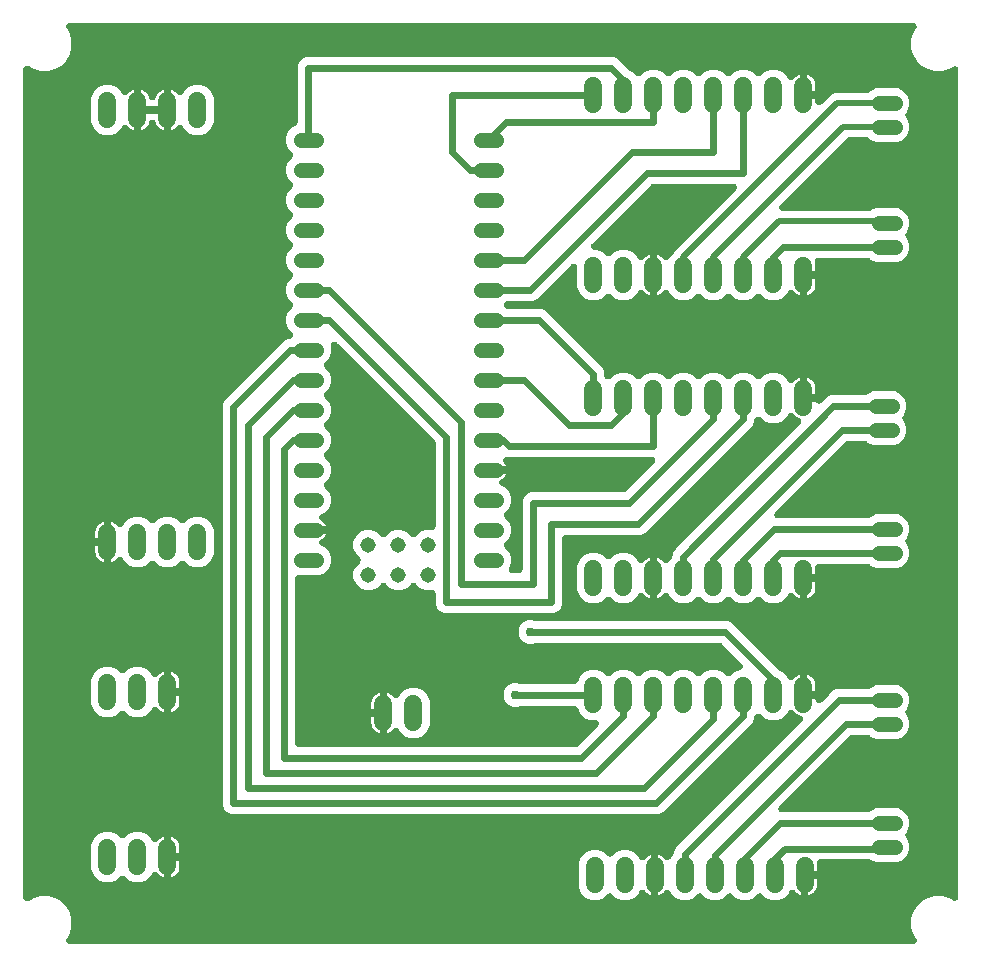
<source format=gbr>
G04 EAGLE Gerber RS-274X export*
G75*
%MOMM*%
%FSLAX34Y34*%
%LPD*%
%INBottom Copper*%
%IPPOS*%
%AMOC8*
5,1,8,0,0,1.08239X$1,22.5*%
G01*
%ADD10C,1.308000*%
%ADD11C,1.308000*%
%ADD12C,1.524000*%
%ADD13C,0.508000*%
%ADD14C,0.609600*%
%ADD15C,0.756400*%

G36*
X763582Y10171D02*
X763582Y10171D01*
X763715Y10172D01*
X763828Y10191D01*
X763941Y10201D01*
X764071Y10233D01*
X764202Y10255D01*
X764309Y10292D01*
X764420Y10319D01*
X764543Y10372D01*
X764668Y10415D01*
X764769Y10469D01*
X764874Y10514D01*
X764986Y10585D01*
X765103Y10648D01*
X765194Y10718D01*
X765290Y10779D01*
X765389Y10868D01*
X765494Y10949D01*
X765573Y11032D01*
X765657Y11108D01*
X765741Y11211D01*
X765832Y11308D01*
X765896Y11403D01*
X765967Y11492D01*
X766033Y11607D01*
X766108Y11718D01*
X766155Y11821D01*
X766211Y11920D01*
X766258Y12045D01*
X766313Y12166D01*
X766343Y12276D01*
X766383Y12383D01*
X766409Y12513D01*
X766444Y12642D01*
X766456Y12755D01*
X766478Y12867D01*
X766482Y13000D01*
X766496Y13132D01*
X766490Y13246D01*
X766493Y13360D01*
X766476Y13492D01*
X766468Y13625D01*
X766444Y13736D01*
X766429Y13849D01*
X766390Y13977D01*
X766361Y14107D01*
X766328Y14183D01*
X766286Y14321D01*
X766115Y14671D01*
X766089Y14732D01*
X763557Y19116D01*
X761999Y24930D01*
X761999Y30950D01*
X763557Y36764D01*
X766567Y41977D01*
X770823Y46233D01*
X776036Y49243D01*
X781850Y50801D01*
X787870Y50801D01*
X793684Y49243D01*
X797308Y47150D01*
X797429Y47093D01*
X797544Y47027D01*
X797651Y46988D01*
X797754Y46939D01*
X797882Y46902D01*
X798007Y46856D01*
X798119Y46834D01*
X798228Y46802D01*
X798361Y46787D01*
X798491Y46761D01*
X798605Y46758D01*
X798718Y46744D01*
X798851Y46750D01*
X798984Y46746D01*
X799097Y46761D01*
X799211Y46766D01*
X799341Y46793D01*
X799473Y46810D01*
X799582Y46843D01*
X799694Y46866D01*
X799818Y46914D01*
X799946Y46953D01*
X800048Y47003D01*
X800154Y47044D01*
X800269Y47111D01*
X800389Y47170D01*
X800481Y47235D01*
X800580Y47293D01*
X800682Y47378D01*
X800791Y47455D01*
X800872Y47535D01*
X800960Y47608D01*
X801047Y47708D01*
X801142Y47802D01*
X801209Y47894D01*
X801284Y47980D01*
X801354Y48093D01*
X801432Y48201D01*
X801484Y48302D01*
X801544Y48399D01*
X801595Y48522D01*
X801655Y48641D01*
X801689Y48750D01*
X801733Y48855D01*
X801763Y48984D01*
X801803Y49111D01*
X801812Y49195D01*
X801845Y49335D01*
X801872Y49724D01*
X801879Y49789D01*
X801879Y750311D01*
X801869Y750443D01*
X801868Y750577D01*
X801849Y750689D01*
X801839Y750803D01*
X801807Y750932D01*
X801785Y751063D01*
X801748Y751171D01*
X801721Y751281D01*
X801668Y751403D01*
X801625Y751530D01*
X801571Y751630D01*
X801526Y751735D01*
X801455Y751847D01*
X801392Y751964D01*
X801322Y752055D01*
X801261Y752151D01*
X801172Y752250D01*
X801091Y752356D01*
X801008Y752434D01*
X800932Y752519D01*
X800829Y752602D01*
X800732Y752693D01*
X800637Y752757D01*
X800548Y752829D01*
X800433Y752894D01*
X800322Y752969D01*
X800219Y753016D01*
X800120Y753073D01*
X799995Y753119D01*
X799874Y753174D01*
X799764Y753205D01*
X799657Y753244D01*
X799527Y753270D01*
X799398Y753305D01*
X799285Y753317D01*
X799173Y753339D01*
X799040Y753343D01*
X798908Y753357D01*
X798794Y753351D01*
X798680Y753354D01*
X798548Y753337D01*
X798415Y753329D01*
X798304Y753305D01*
X798191Y753290D01*
X798063Y753251D01*
X797933Y753223D01*
X797857Y753189D01*
X797719Y753147D01*
X797369Y752976D01*
X797308Y752950D01*
X793684Y750857D01*
X787870Y749299D01*
X781850Y749299D01*
X776036Y750857D01*
X770823Y753867D01*
X766567Y758123D01*
X763557Y763336D01*
X761999Y769150D01*
X761999Y775170D01*
X763557Y780984D01*
X766031Y785268D01*
X766088Y785389D01*
X766154Y785504D01*
X766193Y785611D01*
X766242Y785714D01*
X766279Y785842D01*
X766325Y785967D01*
X766347Y786079D01*
X766379Y786188D01*
X766394Y786321D01*
X766420Y786451D01*
X766423Y786565D01*
X766437Y786678D01*
X766431Y786811D01*
X766435Y786944D01*
X766420Y787057D01*
X766415Y787171D01*
X766388Y787301D01*
X766371Y787433D01*
X766338Y787542D01*
X766315Y787654D01*
X766267Y787778D01*
X766228Y787906D01*
X766178Y788008D01*
X766137Y788114D01*
X766070Y788229D01*
X766012Y788349D01*
X765946Y788441D01*
X765888Y788540D01*
X765803Y788642D01*
X765726Y788751D01*
X765646Y788832D01*
X765573Y788920D01*
X765473Y789007D01*
X765379Y789102D01*
X765287Y789169D01*
X765201Y789244D01*
X765088Y789314D01*
X764981Y789392D01*
X764879Y789444D01*
X764782Y789504D01*
X764659Y789555D01*
X764540Y789615D01*
X764431Y789649D01*
X764326Y789693D01*
X764197Y789723D01*
X764070Y789763D01*
X763986Y789772D01*
X763846Y789805D01*
X763457Y789832D01*
X763392Y789839D01*
X49408Y789839D01*
X49276Y789829D01*
X49142Y789828D01*
X49030Y789809D01*
X48916Y789799D01*
X48787Y789767D01*
X48656Y789745D01*
X48548Y789708D01*
X48438Y789681D01*
X48315Y789628D01*
X48189Y789585D01*
X48089Y789531D01*
X47984Y789486D01*
X47872Y789415D01*
X47755Y789352D01*
X47664Y789282D01*
X47568Y789221D01*
X47469Y789132D01*
X47363Y789051D01*
X47285Y788968D01*
X47200Y788892D01*
X47117Y788789D01*
X47026Y788692D01*
X46962Y788597D01*
X46890Y788508D01*
X46825Y788393D01*
X46750Y788282D01*
X46703Y788179D01*
X46646Y788080D01*
X46600Y787955D01*
X46545Y787834D01*
X46514Y787724D01*
X46475Y787617D01*
X46449Y787487D01*
X46414Y787358D01*
X46402Y787245D01*
X46380Y787133D01*
X46376Y787000D01*
X46362Y786868D01*
X46368Y786754D01*
X46365Y786640D01*
X46382Y786508D01*
X46390Y786375D01*
X46414Y786264D01*
X46429Y786151D01*
X46468Y786023D01*
X46496Y785893D01*
X46530Y785817D01*
X46572Y785679D01*
X46743Y785329D01*
X46769Y785268D01*
X49243Y780984D01*
X50801Y775170D01*
X50801Y769150D01*
X49243Y763336D01*
X46233Y758123D01*
X41977Y753867D01*
X36764Y750857D01*
X30950Y749299D01*
X24930Y749299D01*
X19116Y750857D01*
X14732Y753389D01*
X14611Y753446D01*
X14496Y753511D01*
X14389Y753551D01*
X14286Y753600D01*
X14158Y753637D01*
X14033Y753683D01*
X13921Y753705D01*
X13812Y753736D01*
X13679Y753752D01*
X13549Y753778D01*
X13435Y753781D01*
X13322Y753795D01*
X13189Y753789D01*
X13056Y753793D01*
X12943Y753778D01*
X12829Y753773D01*
X12699Y753746D01*
X12567Y753729D01*
X12458Y753696D01*
X12346Y753672D01*
X12222Y753625D01*
X12094Y753586D01*
X11992Y753536D01*
X11886Y753495D01*
X11771Y753428D01*
X11651Y753369D01*
X11559Y753303D01*
X11460Y753246D01*
X11358Y753161D01*
X11249Y753084D01*
X11168Y753004D01*
X11080Y752931D01*
X10993Y752831D01*
X10898Y752737D01*
X10831Y752645D01*
X10756Y752559D01*
X10686Y752446D01*
X10608Y752338D01*
X10556Y752237D01*
X10496Y752140D01*
X10445Y752017D01*
X10385Y751898D01*
X10351Y751789D01*
X10307Y751684D01*
X10277Y751554D01*
X10237Y751427D01*
X10228Y751344D01*
X10195Y751204D01*
X10168Y750815D01*
X10161Y750750D01*
X10161Y49350D01*
X10171Y49218D01*
X10172Y49085D01*
X10191Y48972D01*
X10201Y48859D01*
X10233Y48729D01*
X10255Y48598D01*
X10292Y48491D01*
X10319Y48380D01*
X10372Y48257D01*
X10415Y48132D01*
X10469Y48031D01*
X10514Y47926D01*
X10585Y47814D01*
X10648Y47697D01*
X10718Y47606D01*
X10779Y47510D01*
X10868Y47411D01*
X10949Y47306D01*
X11032Y47227D01*
X11108Y47143D01*
X11211Y47059D01*
X11308Y46968D01*
X11403Y46904D01*
X11492Y46833D01*
X11607Y46767D01*
X11718Y46692D01*
X11821Y46645D01*
X11920Y46589D01*
X12045Y46542D01*
X12166Y46487D01*
X12276Y46457D01*
X12383Y46417D01*
X12513Y46391D01*
X12642Y46356D01*
X12755Y46344D01*
X12867Y46322D01*
X13000Y46318D01*
X13132Y46304D01*
X13246Y46310D01*
X13360Y46307D01*
X13492Y46324D01*
X13625Y46332D01*
X13736Y46356D01*
X13849Y46371D01*
X13977Y46410D01*
X14107Y46439D01*
X14183Y46472D01*
X14321Y46514D01*
X14671Y46685D01*
X14732Y46711D01*
X19116Y49243D01*
X24930Y50801D01*
X30950Y50801D01*
X36764Y49243D01*
X41977Y46233D01*
X46233Y41977D01*
X49243Y36764D01*
X50801Y30950D01*
X50801Y24930D01*
X49243Y19116D01*
X46711Y14732D01*
X46654Y14611D01*
X46589Y14496D01*
X46549Y14389D01*
X46500Y14286D01*
X46463Y14158D01*
X46417Y14033D01*
X46395Y13921D01*
X46364Y13812D01*
X46348Y13679D01*
X46322Y13549D01*
X46319Y13435D01*
X46305Y13322D01*
X46311Y13189D01*
X46307Y13056D01*
X46322Y12943D01*
X46327Y12829D01*
X46354Y12699D01*
X46371Y12567D01*
X46404Y12458D01*
X46428Y12346D01*
X46475Y12222D01*
X46514Y12094D01*
X46564Y11992D01*
X46605Y11886D01*
X46672Y11771D01*
X46731Y11651D01*
X46797Y11559D01*
X46854Y11460D01*
X46939Y11358D01*
X47016Y11249D01*
X47096Y11168D01*
X47169Y11080D01*
X47269Y10993D01*
X47363Y10898D01*
X47455Y10831D01*
X47541Y10756D01*
X47654Y10686D01*
X47762Y10608D01*
X47863Y10556D01*
X47960Y10496D01*
X48083Y10445D01*
X48202Y10385D01*
X48311Y10351D01*
X48416Y10307D01*
X48546Y10277D01*
X48673Y10237D01*
X48756Y10228D01*
X48896Y10195D01*
X49285Y10168D01*
X49350Y10161D01*
X763450Y10161D01*
X763582Y10171D01*
G37*
%LPC*%
G36*
X567502Y47243D02*
X567502Y47243D01*
X562460Y49332D01*
X558602Y53190D01*
X558194Y54174D01*
X558115Y54328D01*
X558044Y54486D01*
X558003Y54547D01*
X557969Y54613D01*
X557866Y54753D01*
X557770Y54896D01*
X557720Y54951D01*
X557676Y55010D01*
X557552Y55131D01*
X557434Y55257D01*
X557376Y55303D01*
X557323Y55355D01*
X557181Y55454D01*
X557044Y55560D01*
X556979Y55595D01*
X556919Y55638D01*
X556763Y55713D01*
X556611Y55795D01*
X556541Y55819D01*
X556474Y55852D01*
X556308Y55901D01*
X556145Y55957D01*
X556072Y55970D01*
X556001Y55991D01*
X555829Y56013D01*
X555659Y56042D01*
X555585Y56043D01*
X555511Y56052D01*
X555339Y56046D01*
X555166Y56048D01*
X555092Y56037D01*
X555018Y56034D01*
X554849Y56000D01*
X554678Y55974D01*
X554608Y55951D01*
X554535Y55936D01*
X554373Y55875D01*
X554209Y55822D01*
X554143Y55788D01*
X554073Y55762D01*
X553924Y55675D01*
X553770Y55596D01*
X553710Y55552D01*
X553646Y55515D01*
X553512Y55405D01*
X553373Y55303D01*
X553334Y55260D01*
X553264Y55203D01*
X552938Y54833D01*
X552925Y54812D01*
X552913Y54799D01*
X552580Y54341D01*
X551449Y53210D01*
X550155Y52270D01*
X548730Y51544D01*
X547877Y51267D01*
X547877Y68580D01*
X547877Y85893D01*
X548730Y85616D01*
X550155Y84890D01*
X551449Y83950D01*
X552580Y82819D01*
X552913Y82361D01*
X553026Y82230D01*
X553132Y82093D01*
X553186Y82043D01*
X553235Y81986D01*
X553367Y81875D01*
X553494Y81758D01*
X553556Y81716D01*
X553612Y81669D01*
X553760Y81581D01*
X553905Y81485D01*
X553972Y81454D01*
X554036Y81416D01*
X554197Y81353D01*
X554354Y81282D01*
X554426Y81263D01*
X554495Y81236D01*
X554664Y81199D01*
X554831Y81154D01*
X554905Y81147D01*
X554977Y81131D01*
X555150Y81122D01*
X555322Y81105D01*
X555396Y81110D01*
X555470Y81106D01*
X555642Y81125D01*
X555814Y81136D01*
X555886Y81152D01*
X555960Y81161D01*
X556127Y81207D01*
X556295Y81246D01*
X556364Y81274D01*
X556435Y81294D01*
X556592Y81367D01*
X556752Y81432D01*
X556815Y81470D01*
X556883Y81502D01*
X557026Y81599D01*
X557173Y81689D01*
X557229Y81737D01*
X557291Y81779D01*
X557416Y81898D01*
X557547Y82011D01*
X557595Y82068D01*
X557648Y82119D01*
X557753Y82256D01*
X557864Y82389D01*
X557892Y82440D01*
X557947Y82512D01*
X558178Y82948D01*
X558185Y82971D01*
X558194Y82986D01*
X558602Y83970D01*
X560193Y85561D01*
X560267Y85648D01*
X560348Y85728D01*
X560426Y85836D01*
X560512Y85937D01*
X560571Y86035D01*
X560638Y86127D01*
X560698Y86246D01*
X560767Y86360D01*
X560809Y86466D01*
X560861Y86568D01*
X560901Y86694D01*
X560950Y86818D01*
X560975Y86929D01*
X561009Y87038D01*
X561019Y87132D01*
X561057Y87299D01*
X561075Y87624D01*
X561085Y87716D01*
X561085Y88179D01*
X562477Y91540D01*
X565478Y94541D01*
X565479Y94541D01*
X669349Y198411D01*
X669383Y198452D01*
X669423Y198488D01*
X669543Y198640D01*
X669668Y198787D01*
X669696Y198833D01*
X669729Y198875D01*
X669823Y199044D01*
X669923Y199210D01*
X669943Y199259D01*
X669969Y199306D01*
X670034Y199488D01*
X670106Y199668D01*
X670117Y199720D01*
X670135Y199770D01*
X670171Y199961D01*
X670213Y200150D01*
X670216Y200203D01*
X670225Y200255D01*
X670229Y200449D01*
X670240Y200642D01*
X670235Y200695D01*
X670236Y200749D01*
X670209Y200940D01*
X670188Y201133D01*
X670174Y201184D01*
X670166Y201237D01*
X670109Y201422D01*
X670057Y201608D01*
X670035Y201657D01*
X670019Y201708D01*
X669932Y201881D01*
X669852Y202057D01*
X669822Y202101D01*
X669798Y202149D01*
X669684Y202306D01*
X669576Y202466D01*
X669540Y202505D01*
X669508Y202548D01*
X669371Y202685D01*
X669238Y202826D01*
X669196Y202858D01*
X669158Y202896D01*
X669000Y203008D01*
X668847Y203126D01*
X668800Y203151D01*
X668757Y203182D01*
X668663Y203225D01*
X668412Y203359D01*
X668227Y203423D01*
X668136Y203464D01*
X666660Y203944D01*
X665235Y204670D01*
X663941Y205610D01*
X662810Y206741D01*
X662477Y207199D01*
X662364Y207330D01*
X662258Y207467D01*
X662204Y207517D01*
X662155Y207574D01*
X662023Y207685D01*
X661896Y207803D01*
X661834Y207844D01*
X661778Y207891D01*
X661629Y207980D01*
X661485Y208075D01*
X661418Y208106D01*
X661354Y208144D01*
X661193Y208207D01*
X661036Y208278D01*
X660964Y208297D01*
X660895Y208324D01*
X660726Y208361D01*
X660559Y208406D01*
X660485Y208413D01*
X660413Y208429D01*
X660240Y208438D01*
X660068Y208455D01*
X659994Y208450D01*
X659920Y208454D01*
X659748Y208435D01*
X659576Y208424D01*
X659504Y208408D01*
X659430Y208399D01*
X659263Y208353D01*
X659095Y208314D01*
X659026Y208286D01*
X658955Y208266D01*
X658798Y208194D01*
X658638Y208128D01*
X658575Y208090D01*
X658507Y208058D01*
X658365Y207961D01*
X658217Y207871D01*
X658161Y207823D01*
X658100Y207781D01*
X657974Y207662D01*
X657843Y207549D01*
X657795Y207492D01*
X657742Y207441D01*
X657637Y207304D01*
X657526Y207171D01*
X657498Y207120D01*
X657443Y207048D01*
X657212Y206613D01*
X657204Y206589D01*
X657196Y206574D01*
X656788Y205590D01*
X652930Y201732D01*
X647888Y199643D01*
X642432Y199643D01*
X637390Y201732D01*
X634615Y204507D01*
X634557Y204556D01*
X634504Y204612D01*
X634369Y204716D01*
X634239Y204826D01*
X634173Y204866D01*
X634113Y204912D01*
X633963Y204993D01*
X633816Y205081D01*
X633745Y205109D01*
X633678Y205145D01*
X633517Y205201D01*
X633358Y205264D01*
X633284Y205280D01*
X633212Y205305D01*
X633043Y205334D01*
X632876Y205371D01*
X632800Y205375D01*
X632725Y205388D01*
X632554Y205389D01*
X632384Y205398D01*
X632308Y205390D01*
X632232Y205391D01*
X632063Y205364D01*
X631893Y205346D01*
X631820Y205326D01*
X631745Y205314D01*
X631582Y205261D01*
X631418Y205216D01*
X631348Y205184D01*
X631276Y205160D01*
X631125Y205081D01*
X630969Y205010D01*
X630906Y204967D01*
X630838Y204932D01*
X630756Y204866D01*
X630560Y204734D01*
X630388Y204572D01*
X630305Y204507D01*
X629797Y203999D01*
X629723Y203912D01*
X629642Y203832D01*
X629564Y203724D01*
X629478Y203623D01*
X629419Y203525D01*
X629352Y203433D01*
X629292Y203314D01*
X629223Y203200D01*
X629181Y203094D01*
X629129Y202992D01*
X629089Y202866D01*
X629040Y202742D01*
X629015Y202631D01*
X628981Y202522D01*
X628970Y202428D01*
X628933Y202261D01*
X628915Y201936D01*
X628905Y201844D01*
X628905Y201381D01*
X627513Y198020D01*
X551280Y121787D01*
X547919Y120395D01*
X186141Y120395D01*
X182780Y121787D01*
X180207Y124360D01*
X178815Y127721D01*
X178815Y466639D01*
X180207Y470000D01*
X231040Y520833D01*
X234401Y522225D01*
X234932Y522225D01*
X235045Y522234D01*
X235160Y522233D01*
X235291Y522254D01*
X235423Y522265D01*
X235534Y522292D01*
X235647Y522310D01*
X235773Y522351D01*
X235902Y522383D01*
X236007Y522428D01*
X236115Y522464D01*
X236233Y522526D01*
X236355Y522578D01*
X236452Y522639D01*
X236553Y522692D01*
X236627Y522751D01*
X236772Y522843D01*
X237014Y523059D01*
X237086Y523117D01*
X237594Y523625D01*
X237643Y523683D01*
X237699Y523735D01*
X237803Y523871D01*
X237914Y524001D01*
X237953Y524067D01*
X237999Y524127D01*
X238080Y524277D01*
X238168Y524424D01*
X238197Y524495D01*
X238233Y524562D01*
X238288Y524723D01*
X238351Y524882D01*
X238368Y524956D01*
X238393Y525028D01*
X238421Y525197D01*
X238458Y525363D01*
X238462Y525440D01*
X238475Y525515D01*
X238476Y525686D01*
X238486Y525856D01*
X238478Y525932D01*
X238478Y526008D01*
X238452Y526177D01*
X238434Y526347D01*
X238413Y526420D01*
X238402Y526495D01*
X238348Y526658D01*
X238303Y526822D01*
X238271Y526892D01*
X238247Y526964D01*
X238168Y527115D01*
X238097Y527271D01*
X238055Y527334D01*
X238020Y527402D01*
X237954Y527484D01*
X237822Y527680D01*
X237660Y527852D01*
X237594Y527935D01*
X234207Y531322D01*
X232283Y535966D01*
X232283Y540994D01*
X234207Y545638D01*
X237594Y549025D01*
X237644Y549083D01*
X237699Y549135D01*
X237803Y549271D01*
X237914Y549401D01*
X237953Y549467D01*
X237999Y549527D01*
X238080Y549677D01*
X238168Y549824D01*
X238197Y549894D01*
X238233Y549962D01*
X238288Y550123D01*
X238351Y550282D01*
X238368Y550356D01*
X238393Y550428D01*
X238421Y550597D01*
X238458Y550763D01*
X238462Y550840D01*
X238475Y550915D01*
X238476Y551086D01*
X238486Y551256D01*
X238478Y551332D01*
X238478Y551408D01*
X238452Y551577D01*
X238434Y551747D01*
X238413Y551820D01*
X238402Y551895D01*
X238348Y552058D01*
X238303Y552222D01*
X238271Y552292D01*
X238247Y552364D01*
X238168Y552516D01*
X238097Y552671D01*
X238055Y552734D01*
X238020Y552802D01*
X237954Y552884D01*
X237822Y553080D01*
X237660Y553253D01*
X237594Y553335D01*
X234207Y556722D01*
X232283Y561366D01*
X232283Y566394D01*
X234207Y571038D01*
X237594Y574425D01*
X237644Y574483D01*
X237699Y574535D01*
X237803Y574671D01*
X237914Y574801D01*
X237953Y574867D01*
X237999Y574927D01*
X238080Y575077D01*
X238168Y575224D01*
X238197Y575294D01*
X238233Y575362D01*
X238288Y575523D01*
X238351Y575682D01*
X238368Y575756D01*
X238393Y575828D01*
X238421Y575997D01*
X238458Y576163D01*
X238462Y576239D01*
X238475Y576315D01*
X238476Y576486D01*
X238486Y576656D01*
X238478Y576732D01*
X238478Y576808D01*
X238452Y576977D01*
X238434Y577147D01*
X238413Y577220D01*
X238402Y577295D01*
X238348Y577458D01*
X238303Y577622D01*
X238271Y577692D01*
X238247Y577764D01*
X238168Y577916D01*
X238097Y578071D01*
X238055Y578134D01*
X238020Y578202D01*
X237954Y578284D01*
X237822Y578480D01*
X237660Y578653D01*
X237594Y578735D01*
X234207Y582122D01*
X232283Y586766D01*
X232283Y591794D01*
X234207Y596438D01*
X237594Y599825D01*
X237644Y599883D01*
X237699Y599935D01*
X237803Y600071D01*
X237914Y600201D01*
X237953Y600267D01*
X237999Y600327D01*
X238080Y600477D01*
X238168Y600624D01*
X238197Y600694D01*
X238233Y600762D01*
X238288Y600923D01*
X238351Y601082D01*
X238368Y601156D01*
X238393Y601228D01*
X238421Y601397D01*
X238458Y601563D01*
X238462Y601640D01*
X238475Y601715D01*
X238476Y601886D01*
X238486Y602056D01*
X238478Y602132D01*
X238478Y602208D01*
X238452Y602377D01*
X238434Y602547D01*
X238413Y602620D01*
X238402Y602695D01*
X238348Y602858D01*
X238303Y603022D01*
X238271Y603092D01*
X238247Y603164D01*
X238168Y603316D01*
X238097Y603471D01*
X238055Y603534D01*
X238020Y603602D01*
X237954Y603684D01*
X237822Y603880D01*
X237660Y604053D01*
X237594Y604135D01*
X234207Y607522D01*
X232283Y612166D01*
X232283Y617194D01*
X234207Y621838D01*
X237594Y625225D01*
X237643Y625283D01*
X237699Y625336D01*
X237803Y625471D01*
X237914Y625601D01*
X237953Y625666D01*
X237999Y625727D01*
X238080Y625877D01*
X238168Y626024D01*
X238197Y626095D01*
X238233Y626162D01*
X238288Y626323D01*
X238351Y626482D01*
X238368Y626556D01*
X238393Y626628D01*
X238421Y626797D01*
X238458Y626964D01*
X238462Y627040D01*
X238475Y627115D01*
X238476Y627286D01*
X238486Y627456D01*
X238478Y627532D01*
X238478Y627608D01*
X238452Y627777D01*
X238434Y627947D01*
X238413Y628020D01*
X238402Y628095D01*
X238348Y628258D01*
X238303Y628422D01*
X238271Y628492D01*
X238247Y628564D01*
X238168Y628715D01*
X238097Y628871D01*
X238055Y628934D01*
X238020Y629002D01*
X237954Y629084D01*
X237822Y629280D01*
X237660Y629452D01*
X237594Y629535D01*
X234207Y632922D01*
X232283Y637566D01*
X232283Y642594D01*
X234207Y647238D01*
X237594Y650625D01*
X237643Y650683D01*
X237699Y650736D01*
X237803Y650871D01*
X237914Y651001D01*
X237953Y651066D01*
X237999Y651127D01*
X238080Y651277D01*
X238168Y651424D01*
X238197Y651495D01*
X238233Y651562D01*
X238288Y651723D01*
X238351Y651882D01*
X238368Y651956D01*
X238393Y652028D01*
X238421Y652197D01*
X238458Y652364D01*
X238462Y652440D01*
X238475Y652515D01*
X238476Y652686D01*
X238486Y652856D01*
X238478Y652932D01*
X238478Y653008D01*
X238452Y653177D01*
X238434Y653347D01*
X238413Y653420D01*
X238402Y653495D01*
X238348Y653658D01*
X238303Y653822D01*
X238271Y653892D01*
X238247Y653964D01*
X238168Y654115D01*
X238097Y654271D01*
X238055Y654334D01*
X238020Y654402D01*
X237954Y654484D01*
X237822Y654680D01*
X237660Y654852D01*
X237594Y654935D01*
X234207Y658322D01*
X232283Y662966D01*
X232283Y667994D01*
X234207Y672638D01*
X237594Y676025D01*
X237644Y676083D01*
X237699Y676135D01*
X237803Y676271D01*
X237914Y676401D01*
X237953Y676467D01*
X237999Y676527D01*
X238080Y676677D01*
X238168Y676824D01*
X238197Y676894D01*
X238233Y676962D01*
X238288Y677123D01*
X238351Y677282D01*
X238368Y677356D01*
X238393Y677428D01*
X238421Y677597D01*
X238458Y677763D01*
X238462Y677840D01*
X238475Y677915D01*
X238476Y678086D01*
X238486Y678256D01*
X238478Y678332D01*
X238478Y678408D01*
X238452Y678577D01*
X238434Y678747D01*
X238413Y678820D01*
X238402Y678895D01*
X238348Y679058D01*
X238303Y679222D01*
X238271Y679292D01*
X238247Y679364D01*
X238168Y679516D01*
X238097Y679671D01*
X238055Y679734D01*
X238020Y679802D01*
X237954Y679884D01*
X237822Y680080D01*
X237660Y680253D01*
X237594Y680335D01*
X234207Y683722D01*
X232283Y688366D01*
X232283Y693394D01*
X234207Y698038D01*
X237762Y701593D01*
X240434Y702700D01*
X240628Y702799D01*
X240825Y702895D01*
X240848Y702912D01*
X240873Y702925D01*
X241049Y703055D01*
X241227Y703181D01*
X241247Y703201D01*
X241270Y703218D01*
X241423Y703374D01*
X241578Y703528D01*
X241595Y703551D01*
X241615Y703571D01*
X241740Y703750D01*
X241868Y703926D01*
X241881Y703952D01*
X241897Y703975D01*
X241992Y704172D01*
X242091Y704367D01*
X242099Y704394D01*
X242112Y704420D01*
X242173Y704629D01*
X242239Y704837D01*
X242242Y704861D01*
X242251Y704893D01*
X242312Y705382D01*
X242309Y705463D01*
X242315Y705515D01*
X242315Y753659D01*
X243707Y757020D01*
X246280Y759593D01*
X249641Y760985D01*
X509819Y760985D01*
X513180Y759593D01*
X522911Y749861D01*
X523135Y749637D01*
X523143Y749631D01*
X523149Y749623D01*
X523331Y749471D01*
X523511Y749318D01*
X523520Y749313D01*
X523527Y749306D01*
X523563Y749287D01*
X523934Y749063D01*
X524055Y749014D01*
X524124Y748976D01*
X525930Y748228D01*
X528705Y745453D01*
X528763Y745404D01*
X528816Y745348D01*
X528951Y745244D01*
X529081Y745134D01*
X529146Y745094D01*
X529207Y745048D01*
X529357Y744967D01*
X529504Y744879D01*
X529575Y744851D01*
X529642Y744815D01*
X529803Y744759D01*
X529962Y744696D01*
X530036Y744680D01*
X530108Y744655D01*
X530277Y744626D01*
X530444Y744589D01*
X530520Y744585D01*
X530595Y744572D01*
X530766Y744571D01*
X530936Y744562D01*
X531012Y744570D01*
X531088Y744569D01*
X531257Y744596D01*
X531427Y744614D01*
X531500Y744634D01*
X531575Y744646D01*
X531738Y744699D01*
X531902Y744744D01*
X531972Y744776D01*
X532044Y744800D01*
X532195Y744879D01*
X532351Y744950D01*
X532414Y744993D01*
X532482Y745028D01*
X532564Y745094D01*
X532760Y745226D01*
X532932Y745387D01*
X533015Y745453D01*
X535790Y748229D01*
X540832Y750317D01*
X546288Y750317D01*
X551330Y748229D01*
X554105Y745453D01*
X554163Y745404D01*
X554215Y745348D01*
X554351Y745244D01*
X554481Y745134D01*
X554547Y745094D01*
X554607Y745048D01*
X554757Y744967D01*
X554904Y744879D01*
X554974Y744851D01*
X555042Y744815D01*
X555203Y744759D01*
X555362Y744696D01*
X555436Y744680D01*
X555508Y744655D01*
X555677Y744626D01*
X555843Y744589D01*
X555920Y744585D01*
X555995Y744572D01*
X556166Y744571D01*
X556336Y744562D01*
X556412Y744570D01*
X556488Y744569D01*
X556657Y744596D01*
X556827Y744614D01*
X556900Y744634D01*
X556975Y744646D01*
X557138Y744699D01*
X557302Y744744D01*
X557372Y744776D01*
X557444Y744800D01*
X557596Y744879D01*
X557751Y744950D01*
X557814Y744993D01*
X557882Y745028D01*
X557964Y745094D01*
X558160Y745226D01*
X558332Y745388D01*
X558415Y745453D01*
X561190Y748228D01*
X566232Y750317D01*
X571688Y750317D01*
X576730Y748229D01*
X579505Y745453D01*
X579563Y745404D01*
X579615Y745348D01*
X579751Y745244D01*
X579881Y745134D01*
X579947Y745094D01*
X580007Y745048D01*
X580157Y744967D01*
X580304Y744879D01*
X580374Y744851D01*
X580442Y744815D01*
X580603Y744759D01*
X580762Y744696D01*
X580836Y744680D01*
X580908Y744655D01*
X581077Y744626D01*
X581243Y744589D01*
X581320Y744585D01*
X581395Y744572D01*
X581566Y744571D01*
X581736Y744562D01*
X581812Y744570D01*
X581888Y744569D01*
X582057Y744596D01*
X582227Y744614D01*
X582300Y744634D01*
X582375Y744646D01*
X582538Y744699D01*
X582702Y744744D01*
X582772Y744776D01*
X582844Y744800D01*
X582996Y744879D01*
X583151Y744950D01*
X583214Y744993D01*
X583282Y745028D01*
X583364Y745094D01*
X583560Y745226D01*
X583732Y745388D01*
X583815Y745453D01*
X586590Y748228D01*
X591632Y750317D01*
X597088Y750317D01*
X602130Y748228D01*
X604905Y745453D01*
X604963Y745404D01*
X605016Y745348D01*
X605151Y745244D01*
X605281Y745134D01*
X605346Y745094D01*
X605407Y745048D01*
X605557Y744967D01*
X605704Y744879D01*
X605775Y744851D01*
X605842Y744815D01*
X606003Y744759D01*
X606162Y744696D01*
X606236Y744680D01*
X606308Y744655D01*
X606477Y744626D01*
X606644Y744589D01*
X606720Y744585D01*
X606795Y744572D01*
X606966Y744571D01*
X607136Y744562D01*
X607212Y744570D01*
X607288Y744569D01*
X607457Y744596D01*
X607627Y744614D01*
X607700Y744634D01*
X607775Y744646D01*
X607938Y744699D01*
X608102Y744744D01*
X608172Y744776D01*
X608244Y744800D01*
X608395Y744879D01*
X608551Y744950D01*
X608614Y744993D01*
X608682Y745028D01*
X608764Y745094D01*
X608960Y745226D01*
X609132Y745387D01*
X609215Y745453D01*
X611990Y748229D01*
X617032Y750317D01*
X622488Y750317D01*
X627530Y748229D01*
X630305Y745453D01*
X630363Y745404D01*
X630415Y745348D01*
X630551Y745244D01*
X630681Y745134D01*
X630747Y745094D01*
X630807Y745048D01*
X630957Y744967D01*
X631104Y744879D01*
X631174Y744851D01*
X631242Y744815D01*
X631403Y744759D01*
X631562Y744696D01*
X631636Y744680D01*
X631708Y744655D01*
X631877Y744626D01*
X632043Y744589D01*
X632120Y744585D01*
X632195Y744572D01*
X632366Y744571D01*
X632536Y744562D01*
X632612Y744570D01*
X632688Y744569D01*
X632857Y744596D01*
X633027Y744614D01*
X633100Y744634D01*
X633175Y744646D01*
X633338Y744699D01*
X633502Y744744D01*
X633572Y744776D01*
X633644Y744800D01*
X633796Y744879D01*
X633951Y744950D01*
X634014Y744993D01*
X634082Y745028D01*
X634164Y745094D01*
X634360Y745226D01*
X634532Y745388D01*
X634615Y745453D01*
X637390Y748228D01*
X642432Y750317D01*
X647888Y750317D01*
X652930Y748228D01*
X656788Y744370D01*
X657196Y743386D01*
X657275Y743232D01*
X657346Y743074D01*
X657387Y743013D01*
X657421Y742947D01*
X657524Y742808D01*
X657620Y742664D01*
X657670Y742609D01*
X657714Y742550D01*
X657838Y742429D01*
X657956Y742302D01*
X658014Y742257D01*
X658067Y742205D01*
X658209Y742106D01*
X658346Y742000D01*
X658411Y741965D01*
X658471Y741922D01*
X658627Y741847D01*
X658779Y741765D01*
X658849Y741740D01*
X658916Y741708D01*
X659082Y741659D01*
X659245Y741603D01*
X659318Y741590D01*
X659389Y741569D01*
X659561Y741547D01*
X659731Y741518D01*
X659805Y741517D01*
X659879Y741508D01*
X660051Y741514D01*
X660224Y741512D01*
X660298Y741523D01*
X660372Y741526D01*
X660541Y741560D01*
X660712Y741586D01*
X660783Y741609D01*
X660855Y741624D01*
X661017Y741685D01*
X661181Y741738D01*
X661247Y741772D01*
X661317Y741798D01*
X661466Y741885D01*
X661620Y741964D01*
X661680Y742008D01*
X661744Y742045D01*
X661877Y742154D01*
X662017Y742257D01*
X662056Y742300D01*
X662126Y742357D01*
X662452Y742727D01*
X662465Y742748D01*
X662477Y742761D01*
X662810Y743219D01*
X663941Y744350D01*
X665235Y745290D01*
X666660Y746016D01*
X667513Y746293D01*
X667513Y728980D01*
X667519Y728904D01*
X667516Y728828D01*
X667539Y728659D01*
X667553Y728489D01*
X667571Y728415D01*
X667581Y728339D01*
X667630Y728175D01*
X667671Y728010D01*
X667701Y727940D01*
X667723Y727867D01*
X667798Y727713D01*
X667866Y727556D01*
X667907Y727492D01*
X667940Y727424D01*
X668039Y727284D01*
X668131Y727140D01*
X668182Y727084D01*
X668226Y727021D01*
X668346Y726900D01*
X668460Y726772D01*
X668519Y726724D01*
X668572Y726670D01*
X668573Y726670D01*
X668711Y726569D01*
X668844Y726462D01*
X668910Y726424D01*
X668972Y726379D01*
X669124Y726303D01*
X669273Y726218D01*
X669344Y726191D01*
X669412Y726157D01*
X669575Y726106D01*
X669735Y726046D01*
X669810Y726032D01*
X669883Y726009D01*
X669987Y725997D01*
X670219Y725952D01*
X670455Y725944D01*
X670560Y725933D01*
X680721Y725933D01*
X680721Y723152D01*
X680724Y723114D01*
X680722Y723076D01*
X680744Y722868D01*
X680761Y722660D01*
X680770Y722623D01*
X680774Y722585D01*
X680829Y722384D01*
X680879Y722181D01*
X680894Y722146D01*
X680905Y722109D01*
X680992Y721919D01*
X681074Y721728D01*
X681094Y721696D01*
X681110Y721661D01*
X681227Y721487D01*
X681339Y721312D01*
X681364Y721283D01*
X681386Y721252D01*
X681529Y721100D01*
X681668Y720944D01*
X681697Y720920D01*
X681723Y720892D01*
X681889Y720765D01*
X682052Y720634D01*
X682085Y720615D01*
X682115Y720592D01*
X682299Y720493D01*
X682480Y720390D01*
X682516Y720377D01*
X682550Y720359D01*
X682747Y720291D01*
X682943Y720218D01*
X682980Y720211D01*
X683016Y720199D01*
X683223Y720163D01*
X683427Y720124D01*
X683465Y720122D01*
X683503Y720116D01*
X683712Y720115D01*
X683920Y720108D01*
X683958Y720113D01*
X683996Y720113D01*
X684203Y720145D01*
X684409Y720173D01*
X684446Y720184D01*
X684483Y720190D01*
X684682Y720255D01*
X684881Y720315D01*
X684916Y720332D01*
X684952Y720344D01*
X685137Y720440D01*
X685325Y720532D01*
X685356Y720554D01*
X685390Y720572D01*
X685462Y720630D01*
X685727Y720817D01*
X685849Y720938D01*
X685923Y720997D01*
X694198Y729272D01*
X697372Y730587D01*
X724168Y730587D01*
X724282Y730596D01*
X724396Y730595D01*
X724528Y730616D01*
X724660Y730627D01*
X724771Y730654D01*
X724884Y730672D01*
X725010Y730713D01*
X725139Y730745D01*
X725244Y730790D01*
X725352Y730826D01*
X725470Y730888D01*
X725592Y730940D01*
X725689Y731001D01*
X725790Y731054D01*
X725864Y731113D01*
X726008Y731205D01*
X726251Y731421D01*
X726323Y731479D01*
X727507Y732663D01*
X732151Y734587D01*
X750259Y734587D01*
X754903Y732663D01*
X758458Y729108D01*
X760382Y724464D01*
X760382Y719436D01*
X758458Y714792D01*
X757771Y714105D01*
X757722Y714047D01*
X757666Y713994D01*
X757562Y713859D01*
X757451Y713729D01*
X757412Y713663D01*
X757366Y713603D01*
X757285Y713453D01*
X757197Y713306D01*
X757168Y713235D01*
X757132Y713168D01*
X757077Y713007D01*
X757014Y712848D01*
X756997Y712774D01*
X756972Y712702D01*
X756944Y712533D01*
X756907Y712366D01*
X756903Y712290D01*
X756890Y712215D01*
X756889Y712044D01*
X756879Y711874D01*
X756887Y711798D01*
X756887Y711722D01*
X756913Y711553D01*
X756931Y711383D01*
X756952Y711310D01*
X756963Y711235D01*
X757017Y711072D01*
X757062Y710908D01*
X757094Y710838D01*
X757118Y710766D01*
X757196Y710615D01*
X757268Y710459D01*
X757310Y710396D01*
X757346Y710328D01*
X757411Y710246D01*
X757543Y710050D01*
X757705Y709877D01*
X757771Y709795D01*
X758458Y709108D01*
X760382Y704464D01*
X760382Y699436D01*
X758458Y694792D01*
X754903Y691237D01*
X750259Y689313D01*
X732151Y689313D01*
X727507Y691237D01*
X726323Y692421D01*
X726236Y692495D01*
X726156Y692576D01*
X726049Y692654D01*
X725947Y692740D01*
X725849Y692799D01*
X725757Y692866D01*
X725639Y692926D01*
X725525Y692995D01*
X725419Y693037D01*
X725317Y693089D01*
X725190Y693129D01*
X725067Y693178D01*
X724955Y693203D01*
X724846Y693237D01*
X724753Y693247D01*
X724585Y693285D01*
X724261Y693303D01*
X724169Y693313D01*
X709330Y693313D01*
X709216Y693304D01*
X709102Y693305D01*
X708970Y693284D01*
X708838Y693273D01*
X708727Y693246D01*
X708614Y693228D01*
X708488Y693187D01*
X708359Y693155D01*
X708254Y693110D01*
X708146Y693074D01*
X708028Y693012D01*
X707906Y692960D01*
X707810Y692899D01*
X707708Y692846D01*
X707635Y692787D01*
X707490Y692695D01*
X707247Y692479D01*
X707175Y692421D01*
X650893Y636139D01*
X650868Y636110D01*
X650840Y636084D01*
X650709Y635922D01*
X650573Y635763D01*
X650554Y635730D01*
X650530Y635700D01*
X650427Y635520D01*
X650319Y635340D01*
X650305Y635305D01*
X650286Y635272D01*
X650213Y635076D01*
X650136Y634882D01*
X650128Y634845D01*
X650114Y634809D01*
X650074Y634604D01*
X650029Y634400D01*
X650027Y634362D01*
X650020Y634325D01*
X650013Y634117D01*
X650001Y633908D01*
X650005Y633870D01*
X650004Y633832D01*
X650031Y633625D01*
X650054Y633417D01*
X650064Y633381D01*
X650069Y633343D01*
X650129Y633143D01*
X650184Y632942D01*
X650200Y632907D01*
X650211Y632870D01*
X650303Y632683D01*
X650390Y632493D01*
X650411Y632461D01*
X650428Y632427D01*
X650549Y632257D01*
X650665Y632084D01*
X650691Y632056D01*
X650713Y632025D01*
X650860Y631876D01*
X651003Y631724D01*
X651033Y631701D01*
X651060Y631674D01*
X651229Y631551D01*
X651395Y631424D01*
X651428Y631406D01*
X651459Y631384D01*
X651645Y631290D01*
X651829Y631191D01*
X651865Y631179D01*
X651899Y631161D01*
X652098Y631099D01*
X652296Y631031D01*
X652333Y631025D01*
X652370Y631013D01*
X652462Y631003D01*
X652782Y630948D01*
X652954Y630947D01*
X653048Y630937D01*
X726596Y630937D01*
X726606Y630938D01*
X726615Y630937D01*
X726851Y630957D01*
X727088Y630977D01*
X727097Y630979D01*
X727107Y630980D01*
X727145Y630991D01*
X727567Y631095D01*
X727687Y631147D01*
X727762Y631169D01*
X732151Y632987D01*
X750259Y632987D01*
X754903Y631063D01*
X758458Y627508D01*
X760382Y622864D01*
X760382Y617836D01*
X758458Y613192D01*
X757771Y612505D01*
X757722Y612447D01*
X757666Y612394D01*
X757562Y612259D01*
X757451Y612129D01*
X757412Y612063D01*
X757366Y612003D01*
X757285Y611853D01*
X757197Y611706D01*
X757168Y611635D01*
X757132Y611568D01*
X757077Y611407D01*
X757014Y611248D01*
X756997Y611174D01*
X756972Y611102D01*
X756944Y610933D01*
X756907Y610766D01*
X756903Y610690D01*
X756890Y610615D01*
X756889Y610444D01*
X756879Y610274D01*
X756887Y610198D01*
X756887Y610122D01*
X756913Y609953D01*
X756931Y609783D01*
X756952Y609710D01*
X756963Y609635D01*
X757017Y609472D01*
X757062Y609308D01*
X757094Y609238D01*
X757118Y609166D01*
X757196Y609015D01*
X757268Y608859D01*
X757310Y608796D01*
X757346Y608728D01*
X757411Y608646D01*
X757543Y608450D01*
X757705Y608277D01*
X757771Y608195D01*
X758458Y607508D01*
X760382Y602864D01*
X760382Y597836D01*
X758458Y593192D01*
X754903Y589637D01*
X750259Y587713D01*
X732151Y587713D01*
X727507Y589637D01*
X726831Y590313D01*
X726744Y590387D01*
X726664Y590468D01*
X726557Y590546D01*
X726455Y590632D01*
X726357Y590691D01*
X726265Y590758D01*
X726147Y590818D01*
X726033Y590887D01*
X725927Y590929D01*
X725825Y590981D01*
X725698Y591021D01*
X725575Y591070D01*
X725463Y591095D01*
X725354Y591129D01*
X725261Y591139D01*
X725093Y591177D01*
X724769Y591195D01*
X724677Y591205D01*
X683162Y591205D01*
X683101Y591200D01*
X683040Y591203D01*
X682855Y591180D01*
X682670Y591165D01*
X682611Y591151D01*
X682550Y591143D01*
X682372Y591091D01*
X682191Y591047D01*
X682135Y591023D01*
X682077Y591006D01*
X681909Y590925D01*
X681738Y590852D01*
X681686Y590819D01*
X681631Y590793D01*
X681478Y590687D01*
X681322Y590587D01*
X681276Y590546D01*
X681226Y590512D01*
X681093Y590382D01*
X680954Y590258D01*
X680915Y590211D01*
X680872Y590168D01*
X680761Y590019D01*
X680644Y589874D01*
X680614Y589821D01*
X680577Y589773D01*
X680492Y589607D01*
X680400Y589446D01*
X680379Y589389D01*
X680351Y589334D01*
X680293Y589158D01*
X680228Y588983D01*
X680217Y588923D01*
X680198Y588865D01*
X680169Y588681D01*
X680134Y588499D01*
X680132Y588438D01*
X680122Y588378D01*
X680124Y588191D01*
X680118Y588006D01*
X680126Y587945D01*
X680127Y587885D01*
X680148Y587782D01*
X680183Y587517D01*
X680243Y587317D01*
X680264Y587216D01*
X680471Y586579D01*
X680721Y585000D01*
X680721Y579627D01*
X670560Y579627D01*
X670484Y579621D01*
X670408Y579624D01*
X670239Y579601D01*
X670069Y579587D01*
X669995Y579569D01*
X669919Y579559D01*
X669755Y579510D01*
X669590Y579469D01*
X669520Y579439D01*
X669447Y579417D01*
X669293Y579342D01*
X669136Y579274D01*
X669072Y579233D01*
X669004Y579200D01*
X668864Y579101D01*
X668720Y579009D01*
X668664Y578958D01*
X668601Y578914D01*
X668480Y578794D01*
X668352Y578680D01*
X668304Y578621D01*
X668250Y578567D01*
X668149Y578429D01*
X668042Y578296D01*
X668004Y578230D01*
X667959Y578168D01*
X667883Y578016D01*
X667798Y577867D01*
X667771Y577796D01*
X667737Y577728D01*
X667686Y577565D01*
X667626Y577405D01*
X667612Y577330D01*
X667589Y577257D01*
X667577Y577153D01*
X667532Y576921D01*
X667524Y576685D01*
X667513Y576580D01*
X667513Y559267D01*
X666660Y559544D01*
X665235Y560270D01*
X663941Y561210D01*
X662810Y562341D01*
X662477Y562799D01*
X662364Y562930D01*
X662258Y563067D01*
X662204Y563117D01*
X662155Y563174D01*
X662023Y563285D01*
X661896Y563402D01*
X661834Y563444D01*
X661778Y563491D01*
X661630Y563579D01*
X661485Y563675D01*
X661418Y563706D01*
X661354Y563744D01*
X661193Y563807D01*
X661036Y563878D01*
X660964Y563897D01*
X660895Y563924D01*
X660726Y563961D01*
X660559Y564006D01*
X660485Y564013D01*
X660413Y564029D01*
X660240Y564038D01*
X660068Y564055D01*
X659994Y564050D01*
X659920Y564054D01*
X659748Y564035D01*
X659576Y564024D01*
X659504Y564008D01*
X659430Y563999D01*
X659263Y563953D01*
X659095Y563914D01*
X659026Y563886D01*
X658955Y563866D01*
X658798Y563793D01*
X658638Y563728D01*
X658575Y563690D01*
X658507Y563658D01*
X658364Y563561D01*
X658217Y563471D01*
X658161Y563423D01*
X658099Y563381D01*
X657974Y563262D01*
X657843Y563149D01*
X657795Y563092D01*
X657742Y563041D01*
X657637Y562904D01*
X657526Y562771D01*
X657498Y562720D01*
X657443Y562648D01*
X657212Y562212D01*
X657205Y562189D01*
X657196Y562174D01*
X656788Y561190D01*
X652930Y557332D01*
X647888Y555243D01*
X642432Y555243D01*
X637390Y557332D01*
X634615Y560107D01*
X634557Y560156D01*
X634504Y560212D01*
X634369Y560316D01*
X634239Y560426D01*
X634174Y560466D01*
X634113Y560512D01*
X633963Y560593D01*
X633816Y560681D01*
X633745Y560709D01*
X633678Y560745D01*
X633517Y560801D01*
X633358Y560864D01*
X633284Y560880D01*
X633212Y560905D01*
X633043Y560934D01*
X632876Y560971D01*
X632800Y560975D01*
X632725Y560988D01*
X632554Y560989D01*
X632384Y560998D01*
X632308Y560990D01*
X632232Y560991D01*
X632063Y560964D01*
X631893Y560946D01*
X631820Y560926D01*
X631745Y560914D01*
X631582Y560861D01*
X631418Y560816D01*
X631348Y560784D01*
X631276Y560760D01*
X631125Y560681D01*
X630969Y560610D01*
X630906Y560567D01*
X630838Y560532D01*
X630756Y560466D01*
X630560Y560334D01*
X630388Y560173D01*
X630305Y560107D01*
X627530Y557331D01*
X622488Y555243D01*
X617032Y555243D01*
X611990Y557332D01*
X609215Y560107D01*
X609157Y560156D01*
X609104Y560212D01*
X608969Y560316D01*
X608839Y560426D01*
X608774Y560466D01*
X608713Y560512D01*
X608563Y560593D01*
X608416Y560681D01*
X608345Y560709D01*
X608278Y560745D01*
X608117Y560801D01*
X607958Y560864D01*
X607884Y560880D01*
X607812Y560905D01*
X607643Y560934D01*
X607476Y560971D01*
X607400Y560975D01*
X607325Y560988D01*
X607154Y560989D01*
X606984Y560998D01*
X606908Y560990D01*
X606832Y560991D01*
X606663Y560964D01*
X606493Y560946D01*
X606420Y560926D01*
X606345Y560914D01*
X606182Y560861D01*
X606018Y560816D01*
X605948Y560784D01*
X605876Y560760D01*
X605725Y560681D01*
X605569Y560610D01*
X605506Y560567D01*
X605438Y560532D01*
X605356Y560466D01*
X605160Y560334D01*
X604988Y560173D01*
X604905Y560107D01*
X602130Y557331D01*
X597088Y555243D01*
X591632Y555243D01*
X586590Y557332D01*
X583815Y560107D01*
X583757Y560156D01*
X583704Y560212D01*
X583569Y560316D01*
X583439Y560426D01*
X583374Y560466D01*
X583313Y560512D01*
X583163Y560593D01*
X583016Y560681D01*
X582945Y560709D01*
X582878Y560745D01*
X582717Y560801D01*
X582558Y560864D01*
X582484Y560880D01*
X582412Y560905D01*
X582243Y560934D01*
X582076Y560971D01*
X582000Y560975D01*
X581925Y560988D01*
X581754Y560989D01*
X581584Y560998D01*
X581508Y560990D01*
X581432Y560991D01*
X581263Y560964D01*
X581093Y560946D01*
X581020Y560926D01*
X580945Y560914D01*
X580782Y560861D01*
X580618Y560816D01*
X580548Y560784D01*
X580476Y560760D01*
X580325Y560681D01*
X580169Y560610D01*
X580106Y560567D01*
X580038Y560532D01*
X579956Y560466D01*
X579760Y560334D01*
X579588Y560173D01*
X579505Y560107D01*
X576730Y557331D01*
X571688Y555243D01*
X566232Y555243D01*
X561190Y557332D01*
X557332Y561190D01*
X556924Y562174D01*
X556845Y562328D01*
X556774Y562486D01*
X556733Y562547D01*
X556699Y562613D01*
X556596Y562753D01*
X556500Y562896D01*
X556450Y562951D01*
X556406Y563010D01*
X556282Y563131D01*
X556164Y563257D01*
X556106Y563303D01*
X556053Y563355D01*
X555911Y563454D01*
X555774Y563560D01*
X555709Y563595D01*
X555649Y563638D01*
X555493Y563713D01*
X555341Y563795D01*
X555271Y563819D01*
X555204Y563852D01*
X555038Y563901D01*
X554875Y563957D01*
X554802Y563970D01*
X554731Y563991D01*
X554559Y564013D01*
X554389Y564042D01*
X554315Y564043D01*
X554241Y564052D01*
X554069Y564046D01*
X553896Y564048D01*
X553822Y564037D01*
X553748Y564034D01*
X553579Y564000D01*
X553408Y563974D01*
X553338Y563951D01*
X553265Y563936D01*
X553103Y563875D01*
X552939Y563822D01*
X552873Y563788D01*
X552803Y563762D01*
X552654Y563675D01*
X552500Y563596D01*
X552440Y563552D01*
X552376Y563515D01*
X552242Y563405D01*
X552103Y563303D01*
X552064Y563260D01*
X551994Y563203D01*
X551668Y562833D01*
X551655Y562812D01*
X551643Y562799D01*
X551310Y562341D01*
X550179Y561210D01*
X548885Y560270D01*
X547460Y559544D01*
X546607Y559267D01*
X546607Y576580D01*
X546607Y593893D01*
X547460Y593616D01*
X548885Y592890D01*
X550179Y591950D01*
X551310Y590819D01*
X551643Y590361D01*
X551709Y590284D01*
X551750Y590227D01*
X551789Y590187D01*
X551862Y590093D01*
X551916Y590043D01*
X551965Y589986D01*
X552097Y589875D01*
X552224Y589758D01*
X552286Y589716D01*
X552342Y589669D01*
X552490Y589581D01*
X552635Y589485D01*
X552702Y589454D01*
X552766Y589416D01*
X552927Y589353D01*
X553084Y589282D01*
X553156Y589263D01*
X553225Y589236D01*
X553394Y589199D01*
X553561Y589154D01*
X553635Y589147D01*
X553707Y589131D01*
X553880Y589122D01*
X554052Y589105D01*
X554126Y589110D01*
X554200Y589106D01*
X554372Y589125D01*
X554544Y589136D01*
X554616Y589152D01*
X554690Y589161D01*
X554857Y589207D01*
X555025Y589246D01*
X555094Y589274D01*
X555165Y589294D01*
X555322Y589367D01*
X555482Y589432D01*
X555545Y589470D01*
X555613Y589502D01*
X555756Y589599D01*
X555903Y589689D01*
X555959Y589737D01*
X556021Y589779D01*
X556146Y589898D01*
X556277Y590011D01*
X556325Y590068D01*
X556378Y590119D01*
X556483Y590256D01*
X556594Y590389D01*
X556622Y590440D01*
X556677Y590512D01*
X556841Y590822D01*
X556884Y590898D01*
X556891Y590916D01*
X556908Y590948D01*
X556915Y590971D01*
X556924Y590986D01*
X557332Y591970D01*
X560901Y595540D01*
X560908Y595547D01*
X560915Y595554D01*
X561067Y595734D01*
X561221Y595916D01*
X561226Y595924D01*
X561232Y595932D01*
X561252Y595967D01*
X561475Y596338D01*
X561524Y596460D01*
X561562Y596528D01*
X561638Y596712D01*
X613519Y648593D01*
X613544Y648622D01*
X613572Y648648D01*
X613703Y648810D01*
X613839Y648969D01*
X613858Y649002D01*
X613882Y649032D01*
X613985Y649212D01*
X614093Y649392D01*
X614107Y649427D01*
X614126Y649460D01*
X614199Y649656D01*
X614276Y649850D01*
X614284Y649887D01*
X614298Y649923D01*
X614338Y650128D01*
X614383Y650332D01*
X614385Y650370D01*
X614392Y650407D01*
X614399Y650615D01*
X614411Y650824D01*
X614407Y650862D01*
X614408Y650900D01*
X614381Y651107D01*
X614358Y651315D01*
X614348Y651351D01*
X614343Y651389D01*
X614283Y651589D01*
X614228Y651790D01*
X614212Y651825D01*
X614201Y651862D01*
X614109Y652049D01*
X614022Y652239D01*
X614001Y652271D01*
X613984Y652305D01*
X613863Y652475D01*
X613747Y652648D01*
X613721Y652676D01*
X613699Y652707D01*
X613552Y652856D01*
X613409Y653008D01*
X613379Y653031D01*
X613352Y653058D01*
X613183Y653181D01*
X613017Y653308D01*
X612984Y653326D01*
X612953Y653348D01*
X612767Y653442D01*
X612583Y653541D01*
X612547Y653553D01*
X612513Y653571D01*
X612314Y653633D01*
X612116Y653701D01*
X612079Y653707D01*
X612042Y653719D01*
X611950Y653729D01*
X611630Y653784D01*
X611458Y653785D01*
X611364Y653795D01*
X543530Y653795D01*
X543416Y653786D01*
X543302Y653787D01*
X543171Y653766D01*
X543038Y653755D01*
X542928Y653728D01*
X542815Y653710D01*
X542688Y653669D01*
X542560Y653637D01*
X542455Y653592D01*
X542346Y653556D01*
X542228Y653494D01*
X542106Y653442D01*
X542010Y653381D01*
X541909Y653328D01*
X541835Y653269D01*
X541690Y653177D01*
X541448Y652961D01*
X541375Y652903D01*
X491591Y603119D01*
X491567Y603090D01*
X491538Y603064D01*
X491407Y602902D01*
X491272Y602743D01*
X491252Y602710D01*
X491228Y602680D01*
X491125Y602500D01*
X491017Y602320D01*
X491003Y602285D01*
X490984Y602252D01*
X490912Y602056D01*
X490834Y601862D01*
X490826Y601825D01*
X490813Y601789D01*
X490773Y601584D01*
X490727Y601380D01*
X490725Y601342D01*
X490718Y601305D01*
X490711Y601097D01*
X490700Y600888D01*
X490704Y600850D01*
X490703Y600812D01*
X490730Y600605D01*
X490752Y600397D01*
X490762Y600361D01*
X490767Y600323D01*
X490827Y600123D01*
X490883Y599922D01*
X490898Y599887D01*
X490909Y599850D01*
X491001Y599663D01*
X491088Y599473D01*
X491110Y599441D01*
X491126Y599407D01*
X491247Y599237D01*
X491364Y599064D01*
X491390Y599036D01*
X491412Y599005D01*
X491559Y598856D01*
X491702Y598704D01*
X491732Y598681D01*
X491759Y598654D01*
X491927Y598531D01*
X492093Y598404D01*
X492126Y598386D01*
X492157Y598364D01*
X492344Y598270D01*
X492528Y598171D01*
X492564Y598159D01*
X492598Y598141D01*
X492797Y598079D01*
X492994Y598011D01*
X493032Y598005D01*
X493068Y597993D01*
X493161Y597983D01*
X493481Y597928D01*
X493653Y597927D01*
X493746Y597917D01*
X495488Y597917D01*
X500530Y595828D01*
X503305Y593053D01*
X503363Y593004D01*
X503416Y592948D01*
X503445Y592926D01*
X503448Y592923D01*
X503467Y592909D01*
X503551Y592844D01*
X503681Y592734D01*
X503746Y592694D01*
X503807Y592648D01*
X503957Y592567D01*
X504104Y592479D01*
X504175Y592451D01*
X504242Y592415D01*
X504403Y592359D01*
X504562Y592296D01*
X504636Y592280D01*
X504708Y592255D01*
X504877Y592226D01*
X505044Y592189D01*
X505120Y592185D01*
X505195Y592172D01*
X505366Y592171D01*
X505536Y592162D01*
X505612Y592170D01*
X505688Y592169D01*
X505857Y592196D01*
X506027Y592214D01*
X506100Y592234D01*
X506175Y592246D01*
X506338Y592299D01*
X506502Y592344D01*
X506572Y592376D01*
X506644Y592400D01*
X506795Y592479D01*
X506951Y592550D01*
X507014Y592593D01*
X507082Y592628D01*
X507164Y592694D01*
X507360Y592826D01*
X507532Y592987D01*
X507615Y593053D01*
X510390Y595829D01*
X515432Y597917D01*
X520888Y597917D01*
X525930Y595828D01*
X529788Y591970D01*
X530196Y590986D01*
X530275Y590832D01*
X530346Y590674D01*
X530387Y590613D01*
X530421Y590547D01*
X530524Y590407D01*
X530620Y590264D01*
X530670Y590209D01*
X530714Y590150D01*
X530838Y590029D01*
X530956Y589903D01*
X531014Y589857D01*
X531067Y589805D01*
X531209Y589706D01*
X531346Y589600D01*
X531411Y589565D01*
X531471Y589522D01*
X531627Y589447D01*
X531779Y589365D01*
X531849Y589341D01*
X531916Y589308D01*
X532082Y589259D01*
X532245Y589203D01*
X532318Y589190D01*
X532389Y589169D01*
X532561Y589147D01*
X532731Y589118D01*
X532805Y589117D01*
X532879Y589108D01*
X533051Y589114D01*
X533224Y589112D01*
X533298Y589123D01*
X533372Y589126D01*
X533541Y589160D01*
X533712Y589186D01*
X533782Y589209D01*
X533855Y589224D01*
X534017Y589285D01*
X534181Y589338D01*
X534247Y589372D01*
X534317Y589398D01*
X534466Y589485D01*
X534620Y589564D01*
X534680Y589608D01*
X534744Y589645D01*
X534878Y589755D01*
X535017Y589857D01*
X535056Y589900D01*
X535126Y589957D01*
X535219Y590063D01*
X535244Y590085D01*
X535301Y590156D01*
X535452Y590327D01*
X535465Y590348D01*
X535477Y590361D01*
X535810Y590819D01*
X536941Y591950D01*
X538235Y592890D01*
X539660Y593616D01*
X540513Y593893D01*
X540513Y576580D01*
X540513Y559267D01*
X539660Y559544D01*
X538235Y560270D01*
X536941Y561210D01*
X535810Y562341D01*
X535477Y562799D01*
X535364Y562930D01*
X535258Y563067D01*
X535204Y563117D01*
X535155Y563174D01*
X535023Y563285D01*
X534896Y563402D01*
X534834Y563444D01*
X534778Y563491D01*
X534630Y563579D01*
X534485Y563675D01*
X534418Y563706D01*
X534354Y563744D01*
X534193Y563807D01*
X534036Y563878D01*
X533964Y563897D01*
X533895Y563924D01*
X533726Y563961D01*
X533559Y564006D01*
X533485Y564013D01*
X533413Y564029D01*
X533240Y564038D01*
X533068Y564055D01*
X532994Y564050D01*
X532920Y564054D01*
X532748Y564035D01*
X532576Y564024D01*
X532504Y564008D01*
X532430Y563999D01*
X532263Y563953D01*
X532095Y563914D01*
X532026Y563886D01*
X531955Y563866D01*
X531798Y563793D01*
X531638Y563728D01*
X531575Y563690D01*
X531507Y563658D01*
X531364Y563561D01*
X531217Y563471D01*
X531161Y563423D01*
X531099Y563381D01*
X530974Y563262D01*
X530843Y563149D01*
X530795Y563092D01*
X530742Y563041D01*
X530637Y562904D01*
X530526Y562771D01*
X530498Y562720D01*
X530443Y562648D01*
X530212Y562212D01*
X530205Y562189D01*
X530196Y562174D01*
X529788Y561190D01*
X525930Y557332D01*
X520888Y555243D01*
X515432Y555243D01*
X510390Y557331D01*
X507615Y560107D01*
X507557Y560156D01*
X507505Y560212D01*
X507369Y560316D01*
X507239Y560426D01*
X507173Y560466D01*
X507113Y560512D01*
X506963Y560593D01*
X506816Y560681D01*
X506746Y560709D01*
X506678Y560745D01*
X506517Y560801D01*
X506358Y560864D01*
X506284Y560880D01*
X506212Y560905D01*
X506043Y560934D01*
X505877Y560971D01*
X505800Y560975D01*
X505725Y560988D01*
X505554Y560989D01*
X505384Y560998D01*
X505308Y560990D01*
X505232Y560991D01*
X505063Y560964D01*
X504893Y560946D01*
X504820Y560926D01*
X504745Y560914D01*
X504582Y560861D01*
X504418Y560816D01*
X504348Y560784D01*
X504276Y560760D01*
X504124Y560681D01*
X503969Y560610D01*
X503906Y560567D01*
X503838Y560532D01*
X503756Y560466D01*
X503560Y560334D01*
X503388Y560172D01*
X503305Y560107D01*
X500530Y557332D01*
X495488Y555243D01*
X490032Y555243D01*
X484990Y557332D01*
X481132Y561190D01*
X479043Y566232D01*
X479043Y583214D01*
X479040Y583252D01*
X479042Y583290D01*
X479020Y583498D01*
X479003Y583706D01*
X478994Y583743D01*
X478990Y583781D01*
X478935Y583982D01*
X478885Y584185D01*
X478870Y584220D01*
X478859Y584256D01*
X478772Y584446D01*
X478690Y584638D01*
X478670Y584670D01*
X478654Y584705D01*
X478537Y584878D01*
X478425Y585054D01*
X478400Y585082D01*
X478378Y585114D01*
X478236Y585266D01*
X478096Y585422D01*
X478067Y585446D01*
X478041Y585474D01*
X477875Y585601D01*
X477712Y585732D01*
X477679Y585751D01*
X477649Y585774D01*
X477465Y585873D01*
X477284Y585976D01*
X477248Y585989D01*
X477214Y586007D01*
X477017Y586075D01*
X476821Y586147D01*
X476784Y586155D01*
X476748Y586167D01*
X476541Y586202D01*
X476337Y586242D01*
X476299Y586243D01*
X476261Y586250D01*
X476052Y586251D01*
X475844Y586257D01*
X475806Y586252D01*
X475768Y586253D01*
X475561Y586220D01*
X475355Y586193D01*
X475318Y586182D01*
X475281Y586176D01*
X475082Y586111D01*
X474883Y586051D01*
X474848Y586034D01*
X474812Y586022D01*
X474627Y585925D01*
X474439Y585834D01*
X474408Y585812D01*
X474374Y585794D01*
X474302Y585736D01*
X474037Y585548D01*
X473915Y585427D01*
X473841Y585369D01*
X444600Y556127D01*
X441239Y554735D01*
X420389Y554735D01*
X420275Y554726D01*
X420161Y554727D01*
X420029Y554706D01*
X419897Y554695D01*
X419786Y554668D01*
X419673Y554650D01*
X419547Y554609D01*
X419418Y554577D01*
X419313Y554532D01*
X419205Y554496D01*
X419087Y554434D01*
X418965Y554382D01*
X418868Y554321D01*
X418767Y554268D01*
X418693Y554209D01*
X418549Y554117D01*
X418306Y553901D01*
X418234Y553843D01*
X417726Y553335D01*
X417677Y553277D01*
X417621Y553224D01*
X417517Y553089D01*
X417406Y552959D01*
X417367Y552894D01*
X417321Y552833D01*
X417240Y552683D01*
X417152Y552536D01*
X417123Y552465D01*
X417087Y552398D01*
X417032Y552237D01*
X416969Y552078D01*
X416952Y552004D01*
X416927Y551932D01*
X416899Y551763D01*
X416862Y551596D01*
X416858Y551520D01*
X416845Y551445D01*
X416844Y551275D01*
X416834Y551104D01*
X416842Y551028D01*
X416842Y550952D01*
X416868Y550783D01*
X416886Y550613D01*
X416907Y550540D01*
X416918Y550465D01*
X416972Y550302D01*
X417017Y550138D01*
X417049Y550068D01*
X417073Y549996D01*
X417152Y549844D01*
X417223Y549689D01*
X417265Y549626D01*
X417301Y549558D01*
X417366Y549476D01*
X417498Y549280D01*
X417660Y549108D01*
X417726Y549025D01*
X418234Y548517D01*
X418321Y548443D01*
X418401Y548362D01*
X418508Y548284D01*
X418610Y548198D01*
X418708Y548139D01*
X418800Y548072D01*
X418918Y548012D01*
X419032Y547943D01*
X419138Y547901D01*
X419240Y547849D01*
X419367Y547809D01*
X419490Y547760D01*
X419602Y547735D01*
X419711Y547701D01*
X419804Y547691D01*
X419972Y547653D01*
X420296Y547635D01*
X420389Y547625D01*
X448859Y547625D01*
X452220Y546233D01*
X500513Y497940D01*
X501905Y494579D01*
X501905Y491576D01*
X501910Y491514D01*
X501909Y491474D01*
X501914Y491434D01*
X501913Y491348D01*
X501934Y491216D01*
X501945Y491084D01*
X501972Y490973D01*
X501990Y490861D01*
X502031Y490734D01*
X502063Y490605D01*
X502108Y490500D01*
X502144Y490392D01*
X502206Y490274D01*
X502258Y490152D01*
X502319Y490056D01*
X502372Y489954D01*
X502431Y489881D01*
X502523Y489736D01*
X502739Y489494D01*
X502797Y489421D01*
X503305Y488913D01*
X503363Y488864D01*
X503416Y488808D01*
X503551Y488704D01*
X503681Y488594D01*
X503746Y488554D01*
X503807Y488508D01*
X503957Y488427D01*
X504104Y488339D01*
X504175Y488311D01*
X504242Y488275D01*
X504403Y488219D01*
X504562Y488156D01*
X504636Y488140D01*
X504708Y488115D01*
X504877Y488086D01*
X505044Y488049D01*
X505120Y488045D01*
X505195Y488032D01*
X505366Y488031D01*
X505536Y488022D01*
X505612Y488030D01*
X505688Y488029D01*
X505857Y488056D01*
X506027Y488074D01*
X506100Y488094D01*
X506175Y488106D01*
X506338Y488159D01*
X506502Y488204D01*
X506572Y488236D01*
X506644Y488260D01*
X506795Y488339D01*
X506951Y488410D01*
X507014Y488453D01*
X507082Y488488D01*
X507164Y488554D01*
X507360Y488686D01*
X507532Y488847D01*
X507615Y488913D01*
X510390Y491689D01*
X515432Y493777D01*
X520888Y493777D01*
X525930Y491688D01*
X528705Y488913D01*
X528763Y488864D01*
X528816Y488808D01*
X528951Y488704D01*
X529081Y488594D01*
X529146Y488554D01*
X529207Y488508D01*
X529357Y488427D01*
X529504Y488339D01*
X529575Y488311D01*
X529642Y488275D01*
X529803Y488219D01*
X529962Y488156D01*
X530036Y488140D01*
X530108Y488115D01*
X530277Y488086D01*
X530444Y488049D01*
X530520Y488045D01*
X530595Y488032D01*
X530766Y488031D01*
X530936Y488022D01*
X531012Y488030D01*
X531088Y488029D01*
X531257Y488056D01*
X531427Y488074D01*
X531500Y488094D01*
X531575Y488106D01*
X531738Y488159D01*
X531902Y488204D01*
X531972Y488236D01*
X532044Y488260D01*
X532195Y488339D01*
X532351Y488410D01*
X532414Y488453D01*
X532482Y488488D01*
X532564Y488554D01*
X532760Y488686D01*
X532932Y488847D01*
X533015Y488913D01*
X535790Y491689D01*
X540832Y493777D01*
X546288Y493777D01*
X551330Y491689D01*
X554105Y488913D01*
X554163Y488864D01*
X554215Y488808D01*
X554351Y488704D01*
X554481Y488594D01*
X554547Y488554D01*
X554607Y488508D01*
X554757Y488427D01*
X554904Y488339D01*
X554974Y488311D01*
X555042Y488275D01*
X555203Y488219D01*
X555362Y488156D01*
X555436Y488140D01*
X555508Y488115D01*
X555677Y488086D01*
X555843Y488049D01*
X555920Y488045D01*
X555995Y488032D01*
X556166Y488031D01*
X556336Y488022D01*
X556412Y488030D01*
X556488Y488029D01*
X556657Y488056D01*
X556827Y488074D01*
X556900Y488094D01*
X556975Y488106D01*
X557138Y488159D01*
X557302Y488204D01*
X557372Y488236D01*
X557444Y488260D01*
X557596Y488339D01*
X557751Y488410D01*
X557814Y488453D01*
X557882Y488488D01*
X557964Y488554D01*
X558160Y488686D01*
X558332Y488848D01*
X558415Y488913D01*
X561190Y491688D01*
X566232Y493777D01*
X571688Y493777D01*
X576730Y491689D01*
X579505Y488913D01*
X579563Y488864D01*
X579615Y488808D01*
X579751Y488704D01*
X579881Y488594D01*
X579947Y488554D01*
X580007Y488508D01*
X580157Y488427D01*
X580304Y488339D01*
X580374Y488311D01*
X580442Y488275D01*
X580603Y488219D01*
X580762Y488156D01*
X580836Y488140D01*
X580908Y488115D01*
X581077Y488086D01*
X581243Y488049D01*
X581320Y488045D01*
X581395Y488032D01*
X581566Y488031D01*
X581736Y488022D01*
X581812Y488030D01*
X581888Y488029D01*
X582057Y488056D01*
X582227Y488074D01*
X582300Y488094D01*
X582375Y488106D01*
X582538Y488159D01*
X582702Y488204D01*
X582772Y488236D01*
X582844Y488260D01*
X582996Y488339D01*
X583151Y488410D01*
X583214Y488453D01*
X583282Y488488D01*
X583364Y488554D01*
X583560Y488686D01*
X583732Y488848D01*
X583815Y488913D01*
X586590Y491688D01*
X591632Y493777D01*
X597088Y493777D01*
X602130Y491689D01*
X604905Y488913D01*
X604963Y488864D01*
X605015Y488808D01*
X605151Y488704D01*
X605281Y488594D01*
X605347Y488554D01*
X605407Y488508D01*
X605557Y488427D01*
X605704Y488339D01*
X605774Y488311D01*
X605842Y488275D01*
X606003Y488219D01*
X606162Y488156D01*
X606236Y488140D01*
X606308Y488115D01*
X606477Y488086D01*
X606643Y488049D01*
X606720Y488045D01*
X606795Y488032D01*
X606966Y488031D01*
X607136Y488022D01*
X607212Y488030D01*
X607288Y488029D01*
X607457Y488056D01*
X607627Y488074D01*
X607700Y488094D01*
X607775Y488106D01*
X607938Y488159D01*
X608102Y488204D01*
X608172Y488236D01*
X608244Y488260D01*
X608396Y488339D01*
X608551Y488410D01*
X608614Y488453D01*
X608682Y488488D01*
X608764Y488554D01*
X608960Y488686D01*
X609132Y488848D01*
X609215Y488913D01*
X611990Y491688D01*
X617032Y493777D01*
X622488Y493777D01*
X627530Y491689D01*
X630305Y488913D01*
X630363Y488864D01*
X630415Y488808D01*
X630551Y488704D01*
X630681Y488594D01*
X630747Y488554D01*
X630807Y488508D01*
X630957Y488427D01*
X631104Y488339D01*
X631174Y488311D01*
X631242Y488275D01*
X631403Y488219D01*
X631562Y488156D01*
X631636Y488140D01*
X631708Y488115D01*
X631877Y488086D01*
X632043Y488049D01*
X632120Y488045D01*
X632195Y488032D01*
X632366Y488031D01*
X632536Y488022D01*
X632612Y488030D01*
X632688Y488029D01*
X632857Y488056D01*
X633027Y488074D01*
X633100Y488094D01*
X633175Y488106D01*
X633338Y488159D01*
X633502Y488204D01*
X633572Y488236D01*
X633644Y488260D01*
X633796Y488339D01*
X633951Y488410D01*
X634014Y488453D01*
X634082Y488488D01*
X634164Y488554D01*
X634360Y488686D01*
X634532Y488848D01*
X634615Y488913D01*
X637390Y491688D01*
X642432Y493777D01*
X647888Y493777D01*
X652930Y491688D01*
X656788Y487830D01*
X657196Y486846D01*
X657275Y486692D01*
X657346Y486534D01*
X657387Y486473D01*
X657421Y486407D01*
X657524Y486267D01*
X657620Y486124D01*
X657670Y486069D01*
X657714Y486010D01*
X657838Y485889D01*
X657956Y485763D01*
X658014Y485717D01*
X658067Y485665D01*
X658209Y485566D01*
X658346Y485460D01*
X658411Y485425D01*
X658471Y485382D01*
X658627Y485307D01*
X658779Y485225D01*
X658849Y485201D01*
X658916Y485168D01*
X659082Y485119D01*
X659245Y485063D01*
X659318Y485050D01*
X659389Y485029D01*
X659561Y485007D01*
X659731Y484978D01*
X659805Y484977D01*
X659879Y484968D01*
X660051Y484974D01*
X660224Y484972D01*
X660298Y484983D01*
X660372Y484986D01*
X660541Y485020D01*
X660712Y485046D01*
X660782Y485069D01*
X660855Y485084D01*
X661017Y485145D01*
X661181Y485198D01*
X661247Y485232D01*
X661317Y485258D01*
X661466Y485345D01*
X661620Y485424D01*
X661680Y485468D01*
X661744Y485505D01*
X661878Y485615D01*
X662017Y485717D01*
X662056Y485760D01*
X662126Y485817D01*
X662452Y486187D01*
X662465Y486208D01*
X662477Y486221D01*
X662810Y486679D01*
X663941Y487810D01*
X665235Y488750D01*
X666660Y489476D01*
X667513Y489753D01*
X667513Y472440D01*
X667519Y472364D01*
X667516Y472288D01*
X667539Y472119D01*
X667553Y471949D01*
X667571Y471875D01*
X667581Y471799D01*
X667630Y471635D01*
X667671Y471470D01*
X667701Y471400D01*
X667723Y471327D01*
X667798Y471173D01*
X667866Y471016D01*
X667907Y470952D01*
X667940Y470884D01*
X668039Y470744D01*
X668131Y470600D01*
X668182Y470544D01*
X668226Y470481D01*
X668346Y470360D01*
X668460Y470232D01*
X668519Y470184D01*
X668572Y470130D01*
X668573Y470130D01*
X668711Y470029D01*
X668844Y469922D01*
X668910Y469884D01*
X668972Y469839D01*
X669124Y469763D01*
X669273Y469678D01*
X669344Y469651D01*
X669412Y469617D01*
X669575Y469566D01*
X669735Y469506D01*
X669810Y469492D01*
X669883Y469469D01*
X669987Y469457D01*
X670219Y469412D01*
X670455Y469404D01*
X670560Y469393D01*
X681014Y469393D01*
X681074Y469253D01*
X681097Y469218D01*
X681114Y469179D01*
X681229Y469010D01*
X681339Y468837D01*
X681367Y468806D01*
X681391Y468771D01*
X681531Y468622D01*
X681668Y468469D01*
X681700Y468443D01*
X681729Y468412D01*
X681893Y468288D01*
X682052Y468159D01*
X682088Y468139D01*
X682122Y468113D01*
X682303Y468017D01*
X682480Y467915D01*
X682520Y467901D01*
X682557Y467881D01*
X682751Y467815D01*
X682943Y467744D01*
X682984Y467736D01*
X683024Y467722D01*
X683226Y467688D01*
X683427Y467649D01*
X683469Y467648D01*
X683511Y467641D01*
X683716Y467640D01*
X683920Y467634D01*
X683962Y467639D01*
X684004Y467639D01*
X684206Y467671D01*
X684409Y467698D01*
X684450Y467710D01*
X684491Y467717D01*
X684685Y467781D01*
X684881Y467841D01*
X684919Y467859D01*
X684959Y467873D01*
X685140Y467967D01*
X685325Y468058D01*
X685359Y468082D01*
X685396Y468102D01*
X685471Y468162D01*
X685727Y468343D01*
X685854Y468468D01*
X685928Y468528D01*
X687543Y470152D01*
X687548Y470158D01*
X687554Y470163D01*
X687600Y470217D01*
X689242Y471860D01*
X689245Y471863D01*
X689248Y471866D01*
X690534Y473158D01*
X692208Y473851D01*
X692212Y473854D01*
X692216Y473854D01*
X693894Y474555D01*
X695711Y474555D01*
X695715Y474555D01*
X695719Y474555D01*
X698078Y474561D01*
X698134Y474555D01*
X722136Y474555D01*
X722250Y474564D01*
X722364Y474563D01*
X722496Y474584D01*
X722628Y474595D01*
X722739Y474622D01*
X722852Y474640D01*
X722978Y474681D01*
X723107Y474713D01*
X723212Y474758D01*
X723320Y474794D01*
X723438Y474856D01*
X723560Y474908D01*
X723657Y474969D01*
X723758Y475022D01*
X723832Y475081D01*
X723976Y475173D01*
X724219Y475389D01*
X724291Y475447D01*
X724967Y476123D01*
X729611Y478047D01*
X747719Y478047D01*
X752363Y476123D01*
X755918Y472568D01*
X757842Y467924D01*
X757842Y462896D01*
X755918Y458252D01*
X755231Y457565D01*
X755182Y457507D01*
X755126Y457454D01*
X755022Y457319D01*
X754911Y457189D01*
X754872Y457123D01*
X754826Y457063D01*
X754745Y456913D01*
X754657Y456766D01*
X754628Y456695D01*
X754592Y456628D01*
X754537Y456467D01*
X754474Y456308D01*
X754457Y456234D01*
X754432Y456162D01*
X754404Y455993D01*
X754367Y455826D01*
X754363Y455750D01*
X754350Y455675D01*
X754349Y455504D01*
X754339Y455334D01*
X754347Y455258D01*
X754347Y455182D01*
X754373Y455013D01*
X754391Y454843D01*
X754412Y454770D01*
X754423Y454695D01*
X754477Y454532D01*
X754522Y454368D01*
X754554Y454298D01*
X754578Y454226D01*
X754656Y454075D01*
X754728Y453919D01*
X754770Y453856D01*
X754806Y453788D01*
X754871Y453706D01*
X755003Y453510D01*
X755165Y453337D01*
X755231Y453255D01*
X755918Y452568D01*
X757842Y447924D01*
X757842Y442896D01*
X755918Y438252D01*
X752363Y434697D01*
X747719Y432773D01*
X729611Y432773D01*
X724967Y434697D01*
X724291Y435373D01*
X724204Y435447D01*
X724124Y435528D01*
X724017Y435606D01*
X723915Y435692D01*
X723817Y435751D01*
X723725Y435818D01*
X723607Y435878D01*
X723493Y435947D01*
X723387Y435989D01*
X723285Y436041D01*
X723158Y436081D01*
X723035Y436130D01*
X722923Y436155D01*
X722814Y436189D01*
X722721Y436199D01*
X722553Y436237D01*
X722229Y436255D01*
X722136Y436265D01*
X708394Y436265D01*
X708276Y436256D01*
X708157Y436256D01*
X708030Y436236D01*
X707903Y436225D01*
X707787Y436197D01*
X707670Y436178D01*
X707548Y436137D01*
X707424Y436107D01*
X707314Y436060D01*
X707202Y436022D01*
X707088Y435963D01*
X706970Y435912D01*
X706870Y435848D01*
X706765Y435793D01*
X706693Y435736D01*
X706554Y435647D01*
X706302Y435421D01*
X706233Y435366D01*
X646842Y375610D01*
X646821Y375585D01*
X646796Y375562D01*
X646662Y375396D01*
X646524Y375233D01*
X646507Y375204D01*
X646486Y375178D01*
X646380Y374993D01*
X646271Y374810D01*
X646258Y374779D01*
X646242Y374750D01*
X646167Y374549D01*
X646089Y374351D01*
X646082Y374319D01*
X646070Y374287D01*
X646029Y374078D01*
X645984Y373869D01*
X645982Y373836D01*
X645975Y373803D01*
X645969Y373590D01*
X645957Y373377D01*
X645961Y373343D01*
X645960Y373310D01*
X645988Y373099D01*
X646011Y372886D01*
X646020Y372854D01*
X646025Y372821D01*
X646086Y372616D01*
X646143Y372411D01*
X646157Y372381D01*
X646167Y372348D01*
X646261Y372156D01*
X646350Y371963D01*
X646369Y371935D01*
X646384Y371905D01*
X646507Y371732D01*
X646627Y371555D01*
X646650Y371530D01*
X646669Y371503D01*
X646819Y371351D01*
X646966Y371196D01*
X646993Y371176D01*
X647016Y371152D01*
X647188Y371027D01*
X647358Y370897D01*
X647388Y370881D01*
X647415Y370862D01*
X647605Y370766D01*
X647794Y370665D01*
X647825Y370654D01*
X647855Y370639D01*
X648059Y370575D01*
X648261Y370507D01*
X648294Y370501D01*
X648326Y370491D01*
X648414Y370481D01*
X648748Y370426D01*
X648912Y370425D01*
X649004Y370415D01*
X724676Y370415D01*
X724790Y370424D01*
X724904Y370423D01*
X725036Y370444D01*
X725168Y370455D01*
X725279Y370482D01*
X725392Y370500D01*
X725518Y370541D01*
X725647Y370573D01*
X725752Y370618D01*
X725860Y370654D01*
X725978Y370716D01*
X726100Y370768D01*
X726197Y370829D01*
X726298Y370882D01*
X726372Y370941D01*
X726516Y371033D01*
X726759Y371249D01*
X726831Y371307D01*
X727507Y371983D01*
X732151Y373907D01*
X750259Y373907D01*
X754903Y371983D01*
X758458Y368428D01*
X760382Y363784D01*
X760382Y358756D01*
X758458Y354112D01*
X757771Y353425D01*
X757722Y353367D01*
X757666Y353314D01*
X757562Y353179D01*
X757451Y353049D01*
X757412Y352983D01*
X757366Y352923D01*
X757285Y352773D01*
X757197Y352626D01*
X757168Y352555D01*
X757132Y352488D01*
X757077Y352327D01*
X757014Y352168D01*
X756997Y352094D01*
X756972Y352022D01*
X756944Y351853D01*
X756907Y351686D01*
X756903Y351610D01*
X756890Y351535D01*
X756889Y351364D01*
X756879Y351194D01*
X756887Y351118D01*
X756887Y351042D01*
X756913Y350873D01*
X756931Y350703D01*
X756952Y350630D01*
X756963Y350555D01*
X757017Y350392D01*
X757062Y350228D01*
X757094Y350158D01*
X757118Y350086D01*
X757196Y349935D01*
X757268Y349779D01*
X757310Y349716D01*
X757346Y349648D01*
X757411Y349566D01*
X757543Y349370D01*
X757705Y349197D01*
X757771Y349115D01*
X758458Y348428D01*
X760382Y343784D01*
X760382Y338756D01*
X758458Y334112D01*
X754903Y330557D01*
X750259Y328633D01*
X732151Y328633D01*
X727507Y330557D01*
X726831Y331233D01*
X726744Y331307D01*
X726664Y331388D01*
X726557Y331466D01*
X726455Y331552D01*
X726357Y331611D01*
X726265Y331678D01*
X726147Y331738D01*
X726033Y331807D01*
X725927Y331849D01*
X725825Y331901D01*
X725698Y331941D01*
X725575Y331990D01*
X725463Y332015D01*
X725354Y332049D01*
X725261Y332059D01*
X725093Y332097D01*
X724769Y332115D01*
X724676Y332125D01*
X683708Y332125D01*
X683639Y332120D01*
X683571Y332122D01*
X683394Y332100D01*
X683216Y332085D01*
X683150Y332069D01*
X683082Y332060D01*
X682910Y332009D01*
X682737Y331967D01*
X682674Y331940D01*
X682609Y331920D01*
X682448Y331842D01*
X682284Y331772D01*
X682226Y331735D01*
X682164Y331705D01*
X682018Y331603D01*
X681868Y331507D01*
X681817Y331461D01*
X681761Y331422D01*
X681633Y331297D01*
X681500Y331178D01*
X681457Y331125D01*
X681408Y331077D01*
X681302Y330933D01*
X681190Y330794D01*
X681156Y330735D01*
X681116Y330680D01*
X681034Y330521D01*
X680946Y330366D01*
X680922Y330301D01*
X680891Y330240D01*
X680837Y330070D01*
X680775Y329903D01*
X680761Y329836D01*
X680740Y329770D01*
X680714Y329594D01*
X680680Y329419D01*
X680678Y329350D01*
X680668Y329282D01*
X680672Y329177D01*
X680665Y328926D01*
X680694Y328706D01*
X680698Y328601D01*
X680721Y328460D01*
X680721Y323087D01*
X670560Y323087D01*
X670484Y323081D01*
X670408Y323084D01*
X670239Y323061D01*
X670069Y323047D01*
X669995Y323029D01*
X669919Y323019D01*
X669755Y322970D01*
X669590Y322929D01*
X669520Y322899D01*
X669447Y322877D01*
X669293Y322802D01*
X669136Y322734D01*
X669072Y322693D01*
X669004Y322660D01*
X668864Y322561D01*
X668720Y322469D01*
X668664Y322418D01*
X668601Y322374D01*
X668480Y322254D01*
X668352Y322140D01*
X668304Y322081D01*
X668250Y322027D01*
X668149Y321889D01*
X668042Y321756D01*
X668004Y321690D01*
X667959Y321628D01*
X667883Y321476D01*
X667798Y321327D01*
X667771Y321256D01*
X667737Y321188D01*
X667686Y321025D01*
X667626Y320865D01*
X667612Y320790D01*
X667589Y320717D01*
X667577Y320613D01*
X667532Y320381D01*
X667524Y320145D01*
X667513Y320040D01*
X667513Y302727D01*
X666660Y303004D01*
X665235Y303730D01*
X663941Y304670D01*
X662810Y305801D01*
X662477Y306259D01*
X662364Y306390D01*
X662258Y306527D01*
X662204Y306577D01*
X662155Y306634D01*
X662023Y306745D01*
X661896Y306862D01*
X661834Y306904D01*
X661778Y306951D01*
X661630Y307039D01*
X661485Y307135D01*
X661418Y307166D01*
X661354Y307204D01*
X661193Y307267D01*
X661036Y307338D01*
X660964Y307357D01*
X660895Y307384D01*
X660726Y307421D01*
X660559Y307466D01*
X660485Y307473D01*
X660413Y307489D01*
X660240Y307498D01*
X660068Y307515D01*
X659994Y307510D01*
X659920Y307514D01*
X659748Y307495D01*
X659576Y307484D01*
X659504Y307468D01*
X659430Y307459D01*
X659263Y307413D01*
X659095Y307374D01*
X659026Y307346D01*
X658955Y307326D01*
X658798Y307253D01*
X658638Y307188D01*
X658575Y307150D01*
X658507Y307118D01*
X658364Y307021D01*
X658217Y306931D01*
X658161Y306883D01*
X658099Y306841D01*
X657974Y306722D01*
X657843Y306609D01*
X657795Y306552D01*
X657742Y306501D01*
X657637Y306364D01*
X657526Y306231D01*
X657498Y306180D01*
X657443Y306108D01*
X657212Y305672D01*
X657205Y305649D01*
X657196Y305634D01*
X656788Y304650D01*
X652930Y300792D01*
X647888Y298703D01*
X642432Y298703D01*
X637390Y300792D01*
X634615Y303567D01*
X634557Y303616D01*
X634504Y303672D01*
X634369Y303776D01*
X634239Y303886D01*
X634174Y303926D01*
X634113Y303972D01*
X633963Y304053D01*
X633816Y304141D01*
X633745Y304169D01*
X633678Y304205D01*
X633517Y304261D01*
X633358Y304324D01*
X633284Y304340D01*
X633212Y304365D01*
X633043Y304394D01*
X632876Y304431D01*
X632800Y304435D01*
X632725Y304448D01*
X632554Y304449D01*
X632384Y304458D01*
X632308Y304450D01*
X632232Y304451D01*
X632063Y304424D01*
X631893Y304406D01*
X631820Y304386D01*
X631745Y304374D01*
X631582Y304321D01*
X631418Y304276D01*
X631348Y304244D01*
X631276Y304220D01*
X631125Y304141D01*
X630969Y304070D01*
X630906Y304027D01*
X630838Y303992D01*
X630756Y303926D01*
X630560Y303794D01*
X630388Y303633D01*
X630305Y303567D01*
X627530Y300791D01*
X622488Y298703D01*
X617032Y298703D01*
X611990Y300792D01*
X609215Y303567D01*
X609157Y303616D01*
X609104Y303672D01*
X608969Y303776D01*
X608839Y303886D01*
X608774Y303926D01*
X608713Y303972D01*
X608563Y304053D01*
X608416Y304141D01*
X608345Y304169D01*
X608278Y304205D01*
X608117Y304261D01*
X607958Y304324D01*
X607884Y304340D01*
X607812Y304365D01*
X607643Y304394D01*
X607476Y304431D01*
X607400Y304435D01*
X607325Y304448D01*
X607154Y304449D01*
X606984Y304458D01*
X606908Y304450D01*
X606832Y304451D01*
X606663Y304424D01*
X606493Y304406D01*
X606420Y304386D01*
X606345Y304374D01*
X606182Y304321D01*
X606018Y304276D01*
X605948Y304244D01*
X605876Y304220D01*
X605725Y304141D01*
X605569Y304070D01*
X605506Y304027D01*
X605438Y303992D01*
X605356Y303926D01*
X605160Y303794D01*
X604988Y303633D01*
X604905Y303567D01*
X602130Y300791D01*
X597088Y298703D01*
X591632Y298703D01*
X586590Y300792D01*
X583815Y303567D01*
X583757Y303616D01*
X583704Y303672D01*
X583569Y303776D01*
X583439Y303886D01*
X583374Y303926D01*
X583313Y303972D01*
X583163Y304053D01*
X583016Y304141D01*
X582945Y304169D01*
X582878Y304205D01*
X582717Y304261D01*
X582558Y304324D01*
X582484Y304340D01*
X582412Y304365D01*
X582243Y304394D01*
X582076Y304431D01*
X582000Y304435D01*
X581925Y304448D01*
X581754Y304449D01*
X581584Y304458D01*
X581508Y304450D01*
X581432Y304451D01*
X581263Y304424D01*
X581093Y304406D01*
X581020Y304386D01*
X580945Y304374D01*
X580782Y304321D01*
X580618Y304276D01*
X580548Y304244D01*
X580476Y304220D01*
X580325Y304141D01*
X580169Y304070D01*
X580106Y304027D01*
X580038Y303992D01*
X579956Y303926D01*
X579760Y303794D01*
X579588Y303633D01*
X579505Y303567D01*
X576730Y300791D01*
X571688Y298703D01*
X566232Y298703D01*
X561190Y300792D01*
X557332Y304650D01*
X556924Y305634D01*
X556845Y305788D01*
X556774Y305946D01*
X556733Y306007D01*
X556699Y306073D01*
X556596Y306213D01*
X556500Y306356D01*
X556450Y306411D01*
X556406Y306470D01*
X556282Y306591D01*
X556164Y306717D01*
X556106Y306763D01*
X556053Y306815D01*
X555911Y306914D01*
X555774Y307020D01*
X555709Y307055D01*
X555649Y307098D01*
X555493Y307173D01*
X555341Y307255D01*
X555271Y307279D01*
X555204Y307312D01*
X555038Y307361D01*
X554875Y307417D01*
X554802Y307430D01*
X554731Y307451D01*
X554559Y307473D01*
X554389Y307502D01*
X554315Y307503D01*
X554241Y307512D01*
X554069Y307506D01*
X553896Y307508D01*
X553822Y307497D01*
X553748Y307494D01*
X553579Y307460D01*
X553408Y307434D01*
X553338Y307411D01*
X553265Y307396D01*
X553103Y307335D01*
X552939Y307282D01*
X552873Y307248D01*
X552803Y307222D01*
X552654Y307135D01*
X552500Y307056D01*
X552440Y307012D01*
X552376Y306975D01*
X552242Y306865D01*
X552103Y306763D01*
X552064Y306720D01*
X551994Y306663D01*
X551668Y306293D01*
X551655Y306272D01*
X551643Y306259D01*
X551310Y305801D01*
X550179Y304670D01*
X548885Y303730D01*
X547460Y303004D01*
X546607Y302727D01*
X546607Y320040D01*
X546607Y337353D01*
X547460Y337076D01*
X548885Y336350D01*
X550179Y335410D01*
X551310Y334279D01*
X551643Y333821D01*
X551756Y333690D01*
X551862Y333553D01*
X551916Y333503D01*
X551965Y333446D01*
X552097Y333335D01*
X552224Y333218D01*
X552286Y333176D01*
X552342Y333129D01*
X552490Y333041D01*
X552635Y332945D01*
X552702Y332914D01*
X552766Y332876D01*
X552927Y332813D01*
X553084Y332742D01*
X553156Y332723D01*
X553225Y332696D01*
X553394Y332659D01*
X553561Y332614D01*
X553635Y332607D01*
X553707Y332591D01*
X553880Y332582D01*
X554052Y332565D01*
X554126Y332570D01*
X554200Y332566D01*
X554372Y332585D01*
X554544Y332596D01*
X554616Y332612D01*
X554690Y332621D01*
X554857Y332667D01*
X555025Y332706D01*
X555094Y332734D01*
X555165Y332754D01*
X555322Y332827D01*
X555482Y332892D01*
X555545Y332930D01*
X555613Y332962D01*
X555756Y333059D01*
X555903Y333149D01*
X555959Y333197D01*
X556021Y333239D01*
X556146Y333358D01*
X556277Y333471D01*
X556325Y333528D01*
X556378Y333579D01*
X556483Y333716D01*
X556594Y333849D01*
X556622Y333900D01*
X556677Y333972D01*
X556908Y334408D01*
X556915Y334431D01*
X556924Y334446D01*
X557332Y335430D01*
X558920Y337018D01*
X558996Y337108D01*
X559080Y337191D01*
X559155Y337296D01*
X559239Y337394D01*
X559300Y337495D01*
X559369Y337591D01*
X559427Y337706D01*
X559494Y337816D01*
X559538Y337926D01*
X559590Y338032D01*
X559629Y338155D01*
X559677Y338275D01*
X559702Y338390D01*
X559738Y338503D01*
X559748Y338594D01*
X559783Y338756D01*
X559802Y339092D01*
X559812Y339181D01*
X559810Y339783D01*
X560505Y341460D01*
X560507Y341465D01*
X560509Y341468D01*
X561199Y343147D01*
X562482Y344430D01*
X562485Y344434D01*
X562488Y344436D01*
X667859Y450363D01*
X667891Y450401D01*
X667927Y450434D01*
X668049Y450589D01*
X668177Y450740D01*
X668202Y450782D01*
X668233Y450821D01*
X668329Y450993D01*
X668431Y451163D01*
X668449Y451209D01*
X668473Y451252D01*
X668539Y451438D01*
X668612Y451622D01*
X668623Y451670D01*
X668640Y451716D01*
X668676Y451910D01*
X668718Y452103D01*
X668721Y452153D01*
X668730Y452202D01*
X668734Y452399D01*
X668744Y452596D01*
X668739Y452645D01*
X668740Y452695D01*
X668712Y452890D01*
X668691Y453087D01*
X668678Y453134D01*
X668671Y453183D01*
X668612Y453371D01*
X668559Y453562D01*
X668538Y453607D01*
X668523Y453654D01*
X668435Y453830D01*
X668352Y454010D01*
X668324Y454051D01*
X668302Y454095D01*
X668186Y454255D01*
X668075Y454418D01*
X668041Y454454D01*
X668012Y454494D01*
X667872Y454634D01*
X667737Y454777D01*
X667698Y454807D01*
X667662Y454842D01*
X667501Y454957D01*
X667345Y455076D01*
X667301Y455099D01*
X667261Y455128D01*
X667169Y455170D01*
X666909Y455308D01*
X666730Y455369D01*
X666706Y455380D01*
X665235Y456130D01*
X663941Y457070D01*
X662810Y458201D01*
X662477Y458659D01*
X662364Y458790D01*
X662258Y458927D01*
X662204Y458977D01*
X662155Y459034D01*
X662023Y459145D01*
X661896Y459262D01*
X661834Y459304D01*
X661778Y459351D01*
X661630Y459439D01*
X661485Y459535D01*
X661418Y459566D01*
X661354Y459604D01*
X661193Y459667D01*
X661036Y459738D01*
X660964Y459757D01*
X660895Y459784D01*
X660726Y459821D01*
X660559Y459866D01*
X660485Y459873D01*
X660413Y459889D01*
X660240Y459898D01*
X660068Y459915D01*
X659994Y459910D01*
X659920Y459914D01*
X659748Y459895D01*
X659576Y459884D01*
X659504Y459868D01*
X659430Y459859D01*
X659263Y459813D01*
X659095Y459774D01*
X659026Y459746D01*
X658955Y459726D01*
X658798Y459653D01*
X658638Y459588D01*
X658575Y459550D01*
X658507Y459518D01*
X658364Y459421D01*
X658217Y459331D01*
X658161Y459283D01*
X658099Y459241D01*
X657974Y459122D01*
X657843Y459009D01*
X657795Y458952D01*
X657742Y458901D01*
X657637Y458764D01*
X657526Y458631D01*
X657498Y458580D01*
X657443Y458508D01*
X657212Y458072D01*
X657205Y458049D01*
X657196Y458034D01*
X656788Y457050D01*
X652930Y453192D01*
X647888Y451103D01*
X642432Y451103D01*
X637390Y453192D01*
X634615Y455967D01*
X634557Y456016D01*
X634504Y456072D01*
X634369Y456176D01*
X634239Y456286D01*
X634174Y456326D01*
X634113Y456372D01*
X633963Y456453D01*
X633816Y456541D01*
X633745Y456569D01*
X633678Y456605D01*
X633517Y456661D01*
X633358Y456724D01*
X633284Y456741D01*
X633212Y456765D01*
X633043Y456794D01*
X632876Y456831D01*
X632800Y456835D01*
X632725Y456848D01*
X632555Y456849D01*
X632384Y456858D01*
X632308Y456850D01*
X632232Y456851D01*
X632063Y456824D01*
X631893Y456806D01*
X631820Y456786D01*
X631745Y456774D01*
X631582Y456721D01*
X631418Y456676D01*
X631348Y456644D01*
X631276Y456620D01*
X631124Y456541D01*
X630969Y456470D01*
X630906Y456427D01*
X630838Y456392D01*
X630756Y456326D01*
X630560Y456194D01*
X630388Y456033D01*
X630305Y455967D01*
X629797Y455459D01*
X629723Y455372D01*
X629642Y455292D01*
X629564Y455184D01*
X629478Y455083D01*
X629419Y454985D01*
X629352Y454893D01*
X629292Y454774D01*
X629223Y454660D01*
X629181Y454554D01*
X629129Y454452D01*
X629089Y454326D01*
X629040Y454202D01*
X629015Y454091D01*
X628981Y453982D01*
X628971Y453888D01*
X628933Y453721D01*
X628915Y453396D01*
X628905Y453304D01*
X628905Y452841D01*
X627513Y449480D01*
X624512Y446479D01*
X624511Y446479D01*
X539041Y361009D01*
X539041Y361008D01*
X536040Y358007D01*
X532679Y356615D01*
X469392Y356615D01*
X469316Y356609D01*
X469240Y356611D01*
X469071Y356589D01*
X468900Y356575D01*
X468826Y356557D01*
X468751Y356547D01*
X468587Y356498D01*
X468421Y356457D01*
X468352Y356427D01*
X468278Y356405D01*
X468125Y356329D01*
X467968Y356262D01*
X467904Y356221D01*
X467835Y356188D01*
X467696Y356089D01*
X467552Y355997D01*
X467495Y355946D01*
X467433Y355902D01*
X467312Y355782D01*
X467184Y355668D01*
X467136Y355609D01*
X467082Y355555D01*
X466981Y355417D01*
X466874Y355284D01*
X466837Y355218D01*
X466792Y355157D01*
X466715Y355004D01*
X466630Y354856D01*
X466604Y354784D01*
X466569Y354716D01*
X466518Y354553D01*
X466459Y354393D01*
X466444Y354318D01*
X466421Y354246D01*
X466409Y354141D01*
X466364Y353909D01*
X466357Y353673D01*
X466345Y353568D01*
X466345Y297901D01*
X464953Y294540D01*
X462380Y291967D01*
X459019Y290575D01*
X366481Y290575D01*
X363120Y291967D01*
X360547Y294540D01*
X359155Y297901D01*
X359155Y306896D01*
X359149Y306972D01*
X359151Y307048D01*
X359129Y307217D01*
X359115Y307388D01*
X359097Y307462D01*
X359087Y307537D01*
X359038Y307701D01*
X358997Y307867D01*
X358967Y307936D01*
X358945Y308010D01*
X358869Y308163D01*
X358802Y308320D01*
X358761Y308384D01*
X358728Y308453D01*
X358629Y308592D01*
X358537Y308736D01*
X358486Y308793D01*
X358442Y308855D01*
X358322Y308976D01*
X358208Y309104D01*
X358149Y309152D01*
X358095Y309206D01*
X357957Y309307D01*
X357824Y309414D01*
X357758Y309451D01*
X357697Y309496D01*
X357544Y309573D01*
X357396Y309658D01*
X357324Y309684D01*
X357256Y309719D01*
X357093Y309770D01*
X356933Y309829D01*
X356858Y309844D01*
X356786Y309867D01*
X356681Y309879D01*
X356449Y309924D01*
X356213Y309931D01*
X356108Y309943D01*
X350546Y309943D01*
X345902Y311867D01*
X342515Y315254D01*
X342457Y315303D01*
X342404Y315359D01*
X342269Y315463D01*
X342139Y315574D01*
X342074Y315613D01*
X342013Y315659D01*
X341863Y315740D01*
X341716Y315828D01*
X341645Y315857D01*
X341578Y315893D01*
X341417Y315948D01*
X341258Y316011D01*
X341184Y316028D01*
X341112Y316053D01*
X340943Y316081D01*
X340776Y316118D01*
X340700Y316122D01*
X340625Y316135D01*
X340454Y316136D01*
X340284Y316146D01*
X340208Y316138D01*
X340132Y316138D01*
X339963Y316112D01*
X339793Y316094D01*
X339720Y316073D01*
X339645Y316062D01*
X339482Y316008D01*
X339318Y315963D01*
X339248Y315931D01*
X339176Y315907D01*
X339025Y315828D01*
X338869Y315757D01*
X338806Y315715D01*
X338738Y315680D01*
X338656Y315614D01*
X338460Y315482D01*
X338288Y315320D01*
X338205Y315254D01*
X334818Y311867D01*
X330174Y309943D01*
X325146Y309943D01*
X320502Y311867D01*
X317115Y315254D01*
X317057Y315303D01*
X317004Y315359D01*
X316869Y315463D01*
X316739Y315574D01*
X316674Y315613D01*
X316613Y315659D01*
X316463Y315740D01*
X316316Y315828D01*
X316245Y315857D01*
X316178Y315893D01*
X316017Y315948D01*
X315858Y316011D01*
X315784Y316028D01*
X315712Y316053D01*
X315543Y316081D01*
X315376Y316118D01*
X315300Y316122D01*
X315225Y316135D01*
X315054Y316136D01*
X314884Y316146D01*
X314808Y316138D01*
X314732Y316138D01*
X314563Y316112D01*
X314393Y316094D01*
X314320Y316073D01*
X314245Y316062D01*
X314082Y316008D01*
X313918Y315963D01*
X313848Y315931D01*
X313776Y315907D01*
X313625Y315828D01*
X313469Y315757D01*
X313406Y315715D01*
X313338Y315680D01*
X313256Y315614D01*
X313060Y315482D01*
X312888Y315320D01*
X312805Y315254D01*
X309418Y311867D01*
X304774Y309943D01*
X299746Y309943D01*
X295102Y311867D01*
X291547Y315422D01*
X289623Y320066D01*
X289623Y325094D01*
X291547Y329738D01*
X294934Y333125D01*
X294983Y333183D01*
X295039Y333236D01*
X295143Y333371D01*
X295254Y333501D01*
X295293Y333566D01*
X295339Y333627D01*
X295420Y333777D01*
X295508Y333924D01*
X295537Y333995D01*
X295573Y334062D01*
X295628Y334223D01*
X295691Y334382D01*
X295708Y334456D01*
X295733Y334528D01*
X295761Y334697D01*
X295798Y334864D01*
X295802Y334940D01*
X295815Y335015D01*
X295816Y335186D01*
X295826Y335356D01*
X295818Y335432D01*
X295818Y335508D01*
X295792Y335677D01*
X295774Y335847D01*
X295753Y335920D01*
X295742Y335995D01*
X295688Y336158D01*
X295643Y336322D01*
X295611Y336392D01*
X295587Y336464D01*
X295508Y336615D01*
X295437Y336771D01*
X295395Y336834D01*
X295360Y336902D01*
X295294Y336984D01*
X295162Y337180D01*
X295000Y337352D01*
X294934Y337435D01*
X291547Y340822D01*
X289623Y345466D01*
X289623Y350494D01*
X291547Y355138D01*
X295102Y358693D01*
X299746Y360617D01*
X304774Y360617D01*
X309418Y358693D01*
X312805Y355306D01*
X312863Y355256D01*
X312915Y355201D01*
X313051Y355097D01*
X313181Y354986D01*
X313247Y354947D01*
X313307Y354901D01*
X313457Y354820D01*
X313604Y354732D01*
X313674Y354703D01*
X313742Y354667D01*
X313903Y354612D01*
X314062Y354549D01*
X314136Y354532D01*
X314208Y354507D01*
X314377Y354479D01*
X314543Y354442D01*
X314620Y354438D01*
X314695Y354425D01*
X314866Y354424D01*
X315036Y354414D01*
X315112Y354422D01*
X315188Y354422D01*
X315357Y354448D01*
X315527Y354466D01*
X315600Y354487D01*
X315675Y354498D01*
X315838Y354552D01*
X316002Y354597D01*
X316072Y354629D01*
X316144Y354653D01*
X316296Y354732D01*
X316451Y354803D01*
X316514Y354845D01*
X316582Y354880D01*
X316664Y354946D01*
X316860Y355078D01*
X317033Y355240D01*
X317115Y355306D01*
X320502Y358693D01*
X325146Y360617D01*
X330174Y360617D01*
X334818Y358693D01*
X338205Y355306D01*
X338263Y355256D01*
X338315Y355201D01*
X338451Y355097D01*
X338581Y354986D01*
X338647Y354947D01*
X338707Y354901D01*
X338857Y354820D01*
X339004Y354732D01*
X339074Y354703D01*
X339142Y354667D01*
X339303Y354612D01*
X339462Y354549D01*
X339536Y354532D01*
X339608Y354507D01*
X339777Y354479D01*
X339943Y354442D01*
X340020Y354438D01*
X340095Y354425D01*
X340266Y354424D01*
X340436Y354414D01*
X340512Y354422D01*
X340588Y354422D01*
X340757Y354448D01*
X340927Y354466D01*
X341000Y354487D01*
X341075Y354498D01*
X341238Y354552D01*
X341402Y354597D01*
X341472Y354629D01*
X341544Y354653D01*
X341696Y354732D01*
X341851Y354803D01*
X341914Y354845D01*
X341982Y354880D01*
X342064Y354946D01*
X342260Y355078D01*
X342433Y355240D01*
X342515Y355306D01*
X345902Y358693D01*
X350546Y360617D01*
X356108Y360617D01*
X356184Y360623D01*
X356260Y360621D01*
X356429Y360643D01*
X356600Y360657D01*
X356674Y360675D01*
X356749Y360685D01*
X356913Y360734D01*
X357079Y360775D01*
X357148Y360805D01*
X357222Y360827D01*
X357375Y360903D01*
X357532Y360970D01*
X357596Y361011D01*
X357665Y361044D01*
X357804Y361143D01*
X357948Y361235D01*
X358005Y361286D01*
X358067Y361330D01*
X358188Y361450D01*
X358316Y361564D01*
X358364Y361623D01*
X358418Y361677D01*
X358519Y361815D01*
X358626Y361948D01*
X358663Y362014D01*
X358708Y362075D01*
X358785Y362228D01*
X358870Y362376D01*
X358896Y362448D01*
X358931Y362516D01*
X358982Y362679D01*
X359041Y362839D01*
X359056Y362914D01*
X359079Y362986D01*
X359091Y363091D01*
X359136Y363323D01*
X359143Y363559D01*
X359155Y363664D01*
X359155Y434370D01*
X359146Y434484D01*
X359147Y434598D01*
X359126Y434729D01*
X359115Y434862D01*
X359088Y434972D01*
X359070Y435085D01*
X359029Y435212D01*
X358997Y435340D01*
X358952Y435445D01*
X358916Y435554D01*
X358854Y435672D01*
X358802Y435794D01*
X358741Y435890D01*
X358688Y435991D01*
X358629Y436065D01*
X358537Y436210D01*
X358321Y436452D01*
X358263Y436525D01*
X275418Y519369D01*
X275310Y519461D01*
X275208Y519561D01*
X275122Y519621D01*
X275043Y519688D01*
X274921Y519762D01*
X274804Y519844D01*
X274710Y519889D01*
X274620Y519943D01*
X274488Y519996D01*
X274359Y520058D01*
X274259Y520087D01*
X274162Y520126D01*
X274023Y520157D01*
X273886Y520197D01*
X273782Y520210D01*
X273680Y520233D01*
X273538Y520241D01*
X273396Y520259D01*
X273292Y520255D01*
X273188Y520261D01*
X273046Y520245D01*
X272903Y520240D01*
X272801Y520219D01*
X272697Y520208D01*
X272560Y520171D01*
X272420Y520142D01*
X272322Y520105D01*
X272221Y520078D01*
X272092Y520018D01*
X271959Y519968D01*
X271868Y519916D01*
X271773Y519872D01*
X271655Y519792D01*
X271531Y519721D01*
X271450Y519655D01*
X271364Y519597D01*
X271260Y519499D01*
X271149Y519409D01*
X271080Y519330D01*
X271004Y519259D01*
X270917Y519146D01*
X270823Y519039D01*
X270767Y518950D01*
X270704Y518867D01*
X270636Y518742D01*
X270561Y518621D01*
X270520Y518525D01*
X270471Y518433D01*
X270424Y518298D01*
X270369Y518166D01*
X270345Y518065D01*
X270311Y517966D01*
X270287Y517825D01*
X270253Y517687D01*
X270246Y517583D01*
X270228Y517480D01*
X270227Y517337D01*
X270217Y517195D01*
X270226Y517091D01*
X270225Y516986D01*
X270247Y516845D01*
X270260Y516703D01*
X270281Y516628D01*
X270302Y516499D01*
X270437Y516087D01*
X270448Y516048D01*
X270637Y515594D01*
X270637Y510566D01*
X268713Y505922D01*
X265326Y502535D01*
X265276Y502477D01*
X265221Y502425D01*
X265117Y502289D01*
X265006Y502159D01*
X264967Y502093D01*
X264921Y502033D01*
X264840Y501883D01*
X264752Y501736D01*
X264723Y501666D01*
X264687Y501598D01*
X264632Y501437D01*
X264569Y501278D01*
X264552Y501204D01*
X264527Y501132D01*
X264499Y500963D01*
X264462Y500797D01*
X264458Y500720D01*
X264445Y500645D01*
X264444Y500474D01*
X264434Y500304D01*
X264442Y500228D01*
X264442Y500152D01*
X264468Y499983D01*
X264486Y499813D01*
X264507Y499740D01*
X264518Y499665D01*
X264572Y499502D01*
X264617Y499338D01*
X264649Y499268D01*
X264673Y499196D01*
X264752Y499044D01*
X264823Y498889D01*
X264865Y498826D01*
X264900Y498758D01*
X264966Y498676D01*
X265098Y498480D01*
X265260Y498307D01*
X265326Y498225D01*
X268713Y494838D01*
X270637Y490194D01*
X270637Y485166D01*
X268713Y480522D01*
X265326Y477135D01*
X265276Y477077D01*
X265221Y477025D01*
X265117Y476889D01*
X265006Y476759D01*
X264967Y476693D01*
X264921Y476633D01*
X264840Y476483D01*
X264752Y476336D01*
X264723Y476266D01*
X264687Y476198D01*
X264632Y476037D01*
X264569Y475878D01*
X264552Y475804D01*
X264527Y475732D01*
X264499Y475563D01*
X264462Y475397D01*
X264458Y475320D01*
X264445Y475245D01*
X264444Y475074D01*
X264434Y474904D01*
X264442Y474828D01*
X264442Y474752D01*
X264468Y474583D01*
X264486Y474413D01*
X264507Y474340D01*
X264518Y474265D01*
X264572Y474102D01*
X264617Y473938D01*
X264649Y473868D01*
X264673Y473796D01*
X264752Y473644D01*
X264823Y473489D01*
X264865Y473426D01*
X264900Y473358D01*
X264966Y473276D01*
X265098Y473080D01*
X265260Y472907D01*
X265326Y472825D01*
X268713Y469438D01*
X270637Y464794D01*
X270637Y459766D01*
X268713Y455122D01*
X265326Y451735D01*
X265276Y451677D01*
X265221Y451625D01*
X265117Y451489D01*
X265006Y451359D01*
X264967Y451293D01*
X264921Y451233D01*
X264840Y451083D01*
X264752Y450936D01*
X264723Y450866D01*
X264687Y450798D01*
X264632Y450637D01*
X264569Y450478D01*
X264552Y450404D01*
X264527Y450332D01*
X264499Y450163D01*
X264462Y449997D01*
X264458Y449920D01*
X264445Y449845D01*
X264444Y449674D01*
X264434Y449504D01*
X264442Y449428D01*
X264442Y449352D01*
X264468Y449183D01*
X264486Y449013D01*
X264507Y448940D01*
X264518Y448865D01*
X264572Y448702D01*
X264617Y448538D01*
X264649Y448468D01*
X264673Y448396D01*
X264752Y448244D01*
X264823Y448089D01*
X264865Y448026D01*
X264900Y447958D01*
X264966Y447876D01*
X265098Y447680D01*
X265260Y447507D01*
X265326Y447425D01*
X268713Y444038D01*
X270637Y439394D01*
X270637Y434366D01*
X268713Y429722D01*
X265326Y426335D01*
X265277Y426277D01*
X265221Y426224D01*
X265117Y426089D01*
X265006Y425959D01*
X264967Y425894D01*
X264921Y425833D01*
X264840Y425683D01*
X264752Y425536D01*
X264723Y425465D01*
X264687Y425398D01*
X264632Y425237D01*
X264569Y425078D01*
X264552Y425004D01*
X264527Y424932D01*
X264499Y424763D01*
X264462Y424596D01*
X264458Y424520D01*
X264445Y424445D01*
X264444Y424274D01*
X264434Y424104D01*
X264442Y424028D01*
X264442Y423952D01*
X264468Y423783D01*
X264486Y423613D01*
X264507Y423540D01*
X264518Y423465D01*
X264572Y423302D01*
X264617Y423138D01*
X264649Y423068D01*
X264673Y422996D01*
X264752Y422845D01*
X264823Y422689D01*
X264865Y422626D01*
X264900Y422558D01*
X264966Y422476D01*
X265098Y422280D01*
X265260Y422108D01*
X265326Y422025D01*
X268713Y418638D01*
X270637Y413994D01*
X270637Y408966D01*
X268713Y404322D01*
X265326Y400935D01*
X265276Y400877D01*
X265221Y400825D01*
X265117Y400689D01*
X265006Y400559D01*
X264967Y400493D01*
X264921Y400433D01*
X264840Y400283D01*
X264752Y400136D01*
X264723Y400066D01*
X264687Y399998D01*
X264632Y399837D01*
X264569Y399678D01*
X264552Y399604D01*
X264527Y399532D01*
X264499Y399363D01*
X264462Y399197D01*
X264458Y399120D01*
X264445Y399045D01*
X264444Y398874D01*
X264434Y398704D01*
X264442Y398628D01*
X264442Y398552D01*
X264468Y398383D01*
X264486Y398213D01*
X264507Y398140D01*
X264518Y398065D01*
X264572Y397902D01*
X264617Y397738D01*
X264649Y397668D01*
X264673Y397596D01*
X264752Y397444D01*
X264823Y397289D01*
X264865Y397226D01*
X264900Y397158D01*
X264966Y397076D01*
X265098Y396880D01*
X265260Y396707D01*
X265326Y396625D01*
X268713Y393238D01*
X270637Y388594D01*
X270637Y383566D01*
X268713Y378922D01*
X265158Y375367D01*
X262450Y374245D01*
X262303Y374170D01*
X262152Y374103D01*
X262084Y374058D01*
X262011Y374020D01*
X261878Y373922D01*
X261740Y373831D01*
X261680Y373776D01*
X261614Y373727D01*
X261498Y373609D01*
X261377Y373497D01*
X261327Y373433D01*
X261270Y373374D01*
X261175Y373238D01*
X261073Y373109D01*
X261033Y373037D01*
X260987Y372970D01*
X260915Y372821D01*
X260835Y372676D01*
X260808Y372599D01*
X260773Y372526D01*
X260726Y372367D01*
X260671Y372211D01*
X260656Y372131D01*
X260633Y372052D01*
X260612Y371888D01*
X260583Y371726D01*
X260582Y371644D01*
X260572Y371563D01*
X260578Y371398D01*
X260575Y371232D01*
X260587Y371151D01*
X260590Y371070D01*
X260623Y370908D01*
X260647Y370744D01*
X260672Y370666D01*
X260688Y370586D01*
X260746Y370432D01*
X260797Y370274D01*
X260834Y370201D01*
X260862Y370125D01*
X260945Y369982D01*
X261020Y369834D01*
X261068Y369769D01*
X261109Y369698D01*
X261214Y369569D01*
X261312Y369436D01*
X261370Y369379D01*
X261422Y369316D01*
X261546Y369206D01*
X261663Y369091D01*
X261717Y369056D01*
X261791Y368989D01*
X262209Y368727D01*
X262223Y368721D01*
X262233Y368715D01*
X262759Y368447D01*
X263916Y367606D01*
X264926Y366596D01*
X265767Y365439D01*
X266415Y364166D01*
X266558Y363727D01*
X251460Y363727D01*
X251384Y363721D01*
X251308Y363724D01*
X251139Y363701D01*
X250969Y363687D01*
X250895Y363669D01*
X250819Y363659D01*
X250655Y363610D01*
X250490Y363569D01*
X250420Y363539D01*
X250347Y363517D01*
X250193Y363442D01*
X250036Y363374D01*
X249972Y363333D01*
X249904Y363300D01*
X249764Y363201D01*
X249620Y363109D01*
X249564Y363058D01*
X249501Y363014D01*
X249380Y362894D01*
X249252Y362780D01*
X249205Y362721D01*
X249150Y362668D01*
X249050Y362529D01*
X248943Y362397D01*
X248905Y362330D01*
X248860Y362269D01*
X248783Y362116D01*
X248699Y361968D01*
X248672Y361896D01*
X248638Y361828D01*
X248586Y361666D01*
X248527Y361505D01*
X248512Y361431D01*
X248489Y361358D01*
X248478Y361253D01*
X248432Y361021D01*
X248425Y360785D01*
X248413Y360680D01*
X248419Y360604D01*
X248417Y360528D01*
X248439Y360358D01*
X248453Y360188D01*
X248471Y360114D01*
X248481Y360039D01*
X248531Y359875D01*
X248572Y359709D01*
X248602Y359639D01*
X248624Y359566D01*
X248699Y359413D01*
X248766Y359256D01*
X248807Y359192D01*
X248841Y359123D01*
X248940Y358984D01*
X249031Y358840D01*
X249082Y358783D01*
X249126Y358721D01*
X249246Y358599D01*
X249360Y358472D01*
X249419Y358424D01*
X249473Y358370D01*
X249611Y358269D01*
X249744Y358162D01*
X249810Y358124D01*
X249872Y358079D01*
X250024Y358003D01*
X250173Y357918D01*
X250244Y357891D01*
X250312Y357857D01*
X250475Y357806D01*
X250635Y357746D01*
X250710Y357732D01*
X250783Y357709D01*
X250887Y357697D01*
X251119Y357652D01*
X251355Y357644D01*
X251460Y357633D01*
X266558Y357633D01*
X266415Y357194D01*
X265767Y355921D01*
X264926Y354764D01*
X263916Y353754D01*
X262759Y352913D01*
X262233Y352645D01*
X262092Y352558D01*
X261947Y352479D01*
X261882Y352429D01*
X261813Y352386D01*
X261688Y352278D01*
X261557Y352177D01*
X261502Y352117D01*
X261440Y352063D01*
X261334Y351936D01*
X261222Y351815D01*
X261177Y351747D01*
X261124Y351684D01*
X261040Y351542D01*
X260949Y351404D01*
X260915Y351329D01*
X260874Y351259D01*
X260814Y351105D01*
X260746Y350954D01*
X260725Y350875D01*
X260695Y350799D01*
X260661Y350637D01*
X260618Y350478D01*
X260610Y350396D01*
X260593Y350316D01*
X260586Y350151D01*
X260569Y349987D01*
X260574Y349905D01*
X260571Y349823D01*
X260590Y349659D01*
X260600Y349494D01*
X260618Y349415D01*
X260628Y349333D01*
X260673Y349174D01*
X260710Y349013D01*
X260741Y348938D01*
X260763Y348859D01*
X260834Y348710D01*
X260896Y348556D01*
X260939Y348487D01*
X260973Y348413D01*
X261067Y348277D01*
X261153Y348135D01*
X261206Y348074D01*
X261253Y348006D01*
X261367Y347887D01*
X261475Y347762D01*
X261538Y347709D01*
X261594Y347650D01*
X261726Y347551D01*
X261853Y347445D01*
X261909Y347414D01*
X261989Y347354D01*
X262426Y347125D01*
X262440Y347120D01*
X262450Y347115D01*
X265158Y345993D01*
X268713Y342438D01*
X270637Y337794D01*
X270637Y332766D01*
X268713Y328122D01*
X265158Y324567D01*
X260514Y322643D01*
X243332Y322643D01*
X243256Y322637D01*
X243180Y322639D01*
X243011Y322617D01*
X242840Y322603D01*
X242766Y322585D01*
X242691Y322575D01*
X242527Y322526D01*
X242361Y322485D01*
X242292Y322455D01*
X242218Y322433D01*
X242065Y322357D01*
X241908Y322290D01*
X241844Y322249D01*
X241775Y322216D01*
X241636Y322117D01*
X241492Y322025D01*
X241435Y321974D01*
X241373Y321930D01*
X241252Y321810D01*
X241124Y321696D01*
X241076Y321637D01*
X241022Y321583D01*
X240921Y321445D01*
X240814Y321312D01*
X240777Y321246D01*
X240732Y321185D01*
X240655Y321032D01*
X240570Y320884D01*
X240544Y320812D01*
X240509Y320744D01*
X240458Y320581D01*
X240399Y320421D01*
X240384Y320346D01*
X240361Y320274D01*
X240349Y320169D01*
X240304Y319937D01*
X240297Y319701D01*
X240285Y319596D01*
X240285Y179832D01*
X240291Y179756D01*
X240289Y179680D01*
X240311Y179511D01*
X240325Y179340D01*
X240343Y179266D01*
X240353Y179191D01*
X240402Y179027D01*
X240443Y178861D01*
X240473Y178792D01*
X240495Y178718D01*
X240571Y178565D01*
X240638Y178408D01*
X240679Y178344D01*
X240712Y178275D01*
X240811Y178136D01*
X240903Y177992D01*
X240954Y177935D01*
X240998Y177873D01*
X241118Y177752D01*
X241232Y177624D01*
X241291Y177576D01*
X241345Y177522D01*
X241483Y177421D01*
X241616Y177314D01*
X241682Y177277D01*
X241743Y177232D01*
X241896Y177155D01*
X242044Y177070D01*
X242116Y177044D01*
X242184Y177009D01*
X242347Y176958D01*
X242507Y176899D01*
X242582Y176884D01*
X242654Y176861D01*
X242759Y176849D01*
X242991Y176804D01*
X243227Y176797D01*
X243332Y176785D01*
X477550Y176785D01*
X477664Y176794D01*
X477778Y176793D01*
X477909Y176814D01*
X478042Y176825D01*
X478152Y176852D01*
X478265Y176870D01*
X478392Y176911D01*
X478520Y176943D01*
X478625Y176988D01*
X478734Y177024D01*
X478852Y177086D01*
X478974Y177138D01*
X479070Y177199D01*
X479171Y177252D01*
X479245Y177311D01*
X479390Y177403D01*
X479632Y177619D01*
X479705Y177677D01*
X496469Y194441D01*
X496493Y194470D01*
X496522Y194496D01*
X496653Y194658D01*
X496788Y194817D01*
X496808Y194850D01*
X496832Y194880D01*
X496935Y195060D01*
X497043Y195240D01*
X497057Y195275D01*
X497076Y195308D01*
X497148Y195504D01*
X497226Y195698D01*
X497234Y195735D01*
X497247Y195771D01*
X497287Y195976D01*
X497333Y196180D01*
X497335Y196218D01*
X497342Y196255D01*
X497349Y196463D01*
X497360Y196672D01*
X497356Y196710D01*
X497357Y196748D01*
X497330Y196955D01*
X497308Y197163D01*
X497298Y197199D01*
X497293Y197237D01*
X497233Y197437D01*
X497177Y197638D01*
X497162Y197673D01*
X497151Y197710D01*
X497059Y197897D01*
X496972Y198087D01*
X496950Y198119D01*
X496934Y198153D01*
X496813Y198322D01*
X496696Y198496D01*
X496670Y198524D01*
X496648Y198555D01*
X496502Y198703D01*
X496358Y198856D01*
X496328Y198879D01*
X496301Y198906D01*
X496133Y199029D01*
X495967Y199156D01*
X495934Y199174D01*
X495903Y199196D01*
X495717Y199290D01*
X495532Y199389D01*
X495496Y199402D01*
X495462Y199419D01*
X495263Y199481D01*
X495066Y199549D01*
X495028Y199555D01*
X494992Y199567D01*
X494899Y199577D01*
X494579Y199632D01*
X494407Y199633D01*
X494314Y199643D01*
X490032Y199643D01*
X484990Y201732D01*
X481132Y205590D01*
X479324Y209954D01*
X479225Y210148D01*
X479128Y210345D01*
X479112Y210368D01*
X479099Y210393D01*
X478969Y210569D01*
X478843Y210747D01*
X478823Y210767D01*
X478806Y210790D01*
X478649Y210943D01*
X478496Y211098D01*
X478473Y211115D01*
X478453Y211135D01*
X478274Y211260D01*
X478097Y211388D01*
X478072Y211401D01*
X478049Y211417D01*
X477851Y211512D01*
X477657Y211611D01*
X477630Y211619D01*
X477604Y211632D01*
X477395Y211693D01*
X477186Y211759D01*
X477163Y211762D01*
X477131Y211771D01*
X476641Y211832D01*
X476561Y211829D01*
X476509Y211835D01*
X431063Y211835D01*
X431053Y211834D01*
X431044Y211835D01*
X430808Y211815D01*
X430571Y211795D01*
X430562Y211793D01*
X430552Y211792D01*
X430514Y211781D01*
X430093Y211677D01*
X429972Y211625D01*
X429897Y211603D01*
X428685Y211101D01*
X424755Y211101D01*
X421124Y212605D01*
X418345Y215384D01*
X416841Y219015D01*
X416841Y222945D01*
X418345Y226576D01*
X421124Y229355D01*
X424755Y230859D01*
X428685Y230859D01*
X429897Y230357D01*
X429906Y230354D01*
X429915Y230349D01*
X430141Y230278D01*
X430367Y230205D01*
X430376Y230204D01*
X430385Y230201D01*
X430426Y230197D01*
X430854Y230132D01*
X430985Y230134D01*
X431063Y230125D01*
X476509Y230125D01*
X476727Y230142D01*
X476944Y230156D01*
X476972Y230162D01*
X477000Y230165D01*
X477213Y230217D01*
X477425Y230266D01*
X477451Y230277D01*
X477479Y230283D01*
X477680Y230370D01*
X477882Y230452D01*
X477906Y230467D01*
X477933Y230478D01*
X478117Y230595D01*
X478303Y230709D01*
X478325Y230728D01*
X478349Y230743D01*
X478511Y230888D01*
X478677Y231031D01*
X478695Y231053D01*
X478716Y231072D01*
X478853Y231241D01*
X478994Y231409D01*
X479005Y231430D01*
X479026Y231456D01*
X479270Y231884D01*
X479298Y231960D01*
X479324Y232006D01*
X481132Y236370D01*
X484990Y240228D01*
X490032Y242317D01*
X495488Y242317D01*
X500530Y240228D01*
X503305Y237453D01*
X503363Y237404D01*
X503416Y237348D01*
X503551Y237244D01*
X503681Y237134D01*
X503746Y237094D01*
X503807Y237048D01*
X503957Y236967D01*
X504104Y236879D01*
X504175Y236851D01*
X504242Y236815D01*
X504403Y236759D01*
X504562Y236696D01*
X504636Y236680D01*
X504708Y236655D01*
X504877Y236626D01*
X505044Y236589D01*
X505120Y236585D01*
X505195Y236572D01*
X505366Y236571D01*
X505536Y236562D01*
X505612Y236570D01*
X505688Y236569D01*
X505857Y236596D01*
X506027Y236614D01*
X506100Y236634D01*
X506175Y236646D01*
X506338Y236699D01*
X506502Y236744D01*
X506572Y236776D01*
X506644Y236800D01*
X506795Y236879D01*
X506951Y236950D01*
X507014Y236993D01*
X507082Y237028D01*
X507164Y237094D01*
X507360Y237226D01*
X507532Y237387D01*
X507615Y237453D01*
X510390Y240229D01*
X515432Y242317D01*
X520888Y242317D01*
X525930Y240228D01*
X528705Y237453D01*
X528763Y237404D01*
X528816Y237348D01*
X528951Y237244D01*
X529081Y237134D01*
X529146Y237094D01*
X529207Y237048D01*
X529357Y236967D01*
X529504Y236879D01*
X529575Y236851D01*
X529642Y236815D01*
X529803Y236759D01*
X529962Y236696D01*
X530036Y236680D01*
X530108Y236655D01*
X530277Y236626D01*
X530444Y236589D01*
X530520Y236585D01*
X530595Y236572D01*
X530766Y236571D01*
X530936Y236562D01*
X531012Y236570D01*
X531088Y236569D01*
X531257Y236596D01*
X531427Y236614D01*
X531500Y236634D01*
X531575Y236646D01*
X531738Y236699D01*
X531902Y236744D01*
X531972Y236776D01*
X532044Y236800D01*
X532195Y236879D01*
X532351Y236950D01*
X532414Y236993D01*
X532482Y237028D01*
X532564Y237094D01*
X532760Y237226D01*
X532932Y237387D01*
X533015Y237453D01*
X535790Y240229D01*
X540832Y242317D01*
X546288Y242317D01*
X551330Y240228D01*
X554105Y237453D01*
X554163Y237404D01*
X554216Y237348D01*
X554351Y237244D01*
X554481Y237134D01*
X554546Y237094D01*
X554607Y237048D01*
X554757Y236967D01*
X554904Y236879D01*
X554975Y236851D01*
X555042Y236815D01*
X555203Y236759D01*
X555362Y236696D01*
X555436Y236680D01*
X555508Y236655D01*
X555677Y236626D01*
X555844Y236589D01*
X555920Y236585D01*
X555995Y236572D01*
X556166Y236571D01*
X556336Y236562D01*
X556412Y236570D01*
X556488Y236569D01*
X556657Y236596D01*
X556827Y236614D01*
X556900Y236634D01*
X556975Y236646D01*
X557138Y236699D01*
X557302Y236744D01*
X557372Y236776D01*
X557444Y236800D01*
X557595Y236879D01*
X557751Y236950D01*
X557814Y236993D01*
X557882Y237028D01*
X557964Y237094D01*
X558160Y237226D01*
X558332Y237387D01*
X558415Y237453D01*
X561190Y240229D01*
X566232Y242317D01*
X571688Y242317D01*
X576730Y240229D01*
X579505Y237453D01*
X579563Y237404D01*
X579615Y237348D01*
X579751Y237244D01*
X579881Y237134D01*
X579947Y237094D01*
X580007Y237048D01*
X580157Y236967D01*
X580304Y236879D01*
X580374Y236851D01*
X580442Y236815D01*
X580603Y236759D01*
X580762Y236696D01*
X580836Y236680D01*
X580908Y236655D01*
X581077Y236626D01*
X581243Y236589D01*
X581320Y236585D01*
X581395Y236572D01*
X581566Y236571D01*
X581736Y236562D01*
X581812Y236570D01*
X581888Y236569D01*
X582057Y236596D01*
X582227Y236614D01*
X582300Y236634D01*
X582375Y236646D01*
X582538Y236699D01*
X582702Y236744D01*
X582772Y236776D01*
X582844Y236800D01*
X582996Y236879D01*
X583151Y236950D01*
X583214Y236993D01*
X583282Y237028D01*
X583364Y237094D01*
X583560Y237226D01*
X583732Y237388D01*
X583815Y237453D01*
X586590Y240228D01*
X591632Y242317D01*
X597088Y242317D01*
X602130Y240229D01*
X604905Y237453D01*
X604963Y237404D01*
X605015Y237348D01*
X605151Y237244D01*
X605281Y237134D01*
X605347Y237094D01*
X605407Y237048D01*
X605557Y236967D01*
X605704Y236879D01*
X605774Y236851D01*
X605842Y236815D01*
X606003Y236759D01*
X606162Y236696D01*
X606236Y236680D01*
X606308Y236655D01*
X606477Y236626D01*
X606643Y236589D01*
X606720Y236585D01*
X606795Y236572D01*
X606966Y236571D01*
X607136Y236562D01*
X607212Y236570D01*
X607288Y236569D01*
X607457Y236596D01*
X607627Y236614D01*
X607700Y236634D01*
X607775Y236646D01*
X607938Y236699D01*
X608102Y236744D01*
X608172Y236776D01*
X608244Y236800D01*
X608396Y236879D01*
X608551Y236950D01*
X608614Y236993D01*
X608682Y237028D01*
X608764Y237094D01*
X608960Y237226D01*
X609132Y237388D01*
X609215Y237453D01*
X611990Y240228D01*
X617456Y242493D01*
X617616Y242575D01*
X617781Y242650D01*
X617836Y242687D01*
X617895Y242718D01*
X618040Y242825D01*
X618190Y242926D01*
X618239Y242971D01*
X618292Y243011D01*
X618418Y243140D01*
X618550Y243263D01*
X618590Y243316D01*
X618637Y243364D01*
X618740Y243512D01*
X618850Y243655D01*
X618881Y243713D01*
X618920Y243768D01*
X618998Y243931D01*
X619083Y244090D01*
X619105Y244152D01*
X619134Y244212D01*
X619185Y244385D01*
X619243Y244556D01*
X619254Y244622D01*
X619273Y244686D01*
X619295Y244864D01*
X619326Y245043D01*
X619326Y245109D01*
X619334Y245175D01*
X619328Y245355D01*
X619329Y245536D01*
X619318Y245602D01*
X619316Y245668D01*
X619280Y245845D01*
X619252Y246023D01*
X619231Y246086D01*
X619218Y246152D01*
X619154Y246321D01*
X619098Y246492D01*
X619067Y246551D01*
X619044Y246613D01*
X618953Y246769D01*
X618870Y246929D01*
X618837Y246971D01*
X618797Y247040D01*
X618485Y247422D01*
X618459Y247444D01*
X618445Y247463D01*
X601625Y264283D01*
X601538Y264357D01*
X601457Y264438D01*
X601350Y264516D01*
X601249Y264602D01*
X601151Y264661D01*
X601059Y264728D01*
X600940Y264788D01*
X600826Y264857D01*
X600720Y264899D01*
X600618Y264951D01*
X600491Y264991D01*
X600368Y265040D01*
X600257Y265065D01*
X600148Y265099D01*
X600054Y265109D01*
X599886Y265147D01*
X599562Y265165D01*
X599470Y265175D01*
X443763Y265175D01*
X443753Y265174D01*
X443744Y265175D01*
X443508Y265155D01*
X443271Y265135D01*
X443262Y265133D01*
X443252Y265132D01*
X443214Y265121D01*
X442793Y265017D01*
X442672Y264965D01*
X442597Y264943D01*
X441385Y264441D01*
X437455Y264441D01*
X433824Y265945D01*
X431045Y268724D01*
X429541Y272355D01*
X429541Y276285D01*
X431045Y279916D01*
X433824Y282695D01*
X437455Y284199D01*
X441385Y284199D01*
X442597Y283697D01*
X442606Y283694D01*
X442615Y283689D01*
X442841Y283618D01*
X443067Y283545D01*
X443076Y283544D01*
X443085Y283541D01*
X443126Y283537D01*
X443554Y283472D01*
X443685Y283474D01*
X443763Y283465D01*
X606339Y283465D01*
X609700Y282073D01*
X650136Y241637D01*
X650143Y241631D01*
X650149Y241623D01*
X650331Y241471D01*
X650512Y241318D01*
X650520Y241312D01*
X650527Y241306D01*
X650562Y241287D01*
X650934Y241063D01*
X651056Y241014D01*
X651124Y240976D01*
X652930Y240228D01*
X656788Y236370D01*
X657196Y235386D01*
X657275Y235232D01*
X657346Y235074D01*
X657387Y235013D01*
X657421Y234947D01*
X657524Y234808D01*
X657620Y234664D01*
X657670Y234609D01*
X657714Y234550D01*
X657838Y234429D01*
X657956Y234302D01*
X658014Y234257D01*
X658067Y234205D01*
X658209Y234106D01*
X658346Y234000D01*
X658411Y233965D01*
X658471Y233922D01*
X658627Y233847D01*
X658779Y233765D01*
X658849Y233740D01*
X658916Y233708D01*
X659082Y233659D01*
X659245Y233603D01*
X659318Y233590D01*
X659389Y233569D01*
X659561Y233547D01*
X659731Y233518D01*
X659805Y233517D01*
X659879Y233508D01*
X660051Y233514D01*
X660224Y233512D01*
X660298Y233523D01*
X660372Y233526D01*
X660541Y233560D01*
X660712Y233586D01*
X660783Y233609D01*
X660855Y233624D01*
X661017Y233685D01*
X661181Y233738D01*
X661247Y233772D01*
X661317Y233798D01*
X661466Y233885D01*
X661620Y233964D01*
X661680Y234008D01*
X661744Y234045D01*
X661877Y234154D01*
X662017Y234257D01*
X662056Y234300D01*
X662126Y234357D01*
X662452Y234727D01*
X662465Y234748D01*
X662477Y234761D01*
X662810Y235219D01*
X663941Y236350D01*
X665235Y237290D01*
X666660Y238016D01*
X667513Y238293D01*
X667513Y220980D01*
X667519Y220904D01*
X667516Y220828D01*
X667539Y220659D01*
X667553Y220489D01*
X667571Y220415D01*
X667581Y220339D01*
X667630Y220175D01*
X667671Y220010D01*
X667701Y219940D01*
X667723Y219867D01*
X667798Y219713D01*
X667866Y219556D01*
X667907Y219492D01*
X667940Y219424D01*
X668039Y219284D01*
X668131Y219140D01*
X668182Y219084D01*
X668226Y219021D01*
X668346Y218900D01*
X668460Y218772D01*
X668519Y218724D01*
X668572Y218670D01*
X668573Y218670D01*
X668711Y218569D01*
X668844Y218462D01*
X668910Y218424D01*
X668972Y218379D01*
X669124Y218303D01*
X669273Y218218D01*
X669344Y218191D01*
X669412Y218157D01*
X669575Y218106D01*
X669735Y218046D01*
X669810Y218032D01*
X669883Y218009D01*
X669987Y217997D01*
X670219Y217952D01*
X670455Y217944D01*
X670560Y217933D01*
X680721Y217933D01*
X680721Y217140D01*
X680724Y217102D01*
X680722Y217064D01*
X680744Y216856D01*
X680761Y216648D01*
X680770Y216611D01*
X680774Y216573D01*
X680829Y216372D01*
X680879Y216169D01*
X680894Y216134D01*
X680905Y216098D01*
X680992Y215908D01*
X681074Y215716D01*
X681094Y215684D01*
X681110Y215649D01*
X681227Y215475D01*
X681339Y215300D01*
X681364Y215272D01*
X681386Y215240D01*
X681529Y215088D01*
X681668Y214932D01*
X681697Y214908D01*
X681723Y214880D01*
X681889Y214753D01*
X682052Y214622D01*
X682085Y214603D01*
X682115Y214580D01*
X682299Y214481D01*
X682480Y214378D01*
X682516Y214365D01*
X682550Y214347D01*
X682747Y214279D01*
X682943Y214207D01*
X682980Y214199D01*
X683016Y214187D01*
X683223Y214152D01*
X683427Y214112D01*
X683465Y214111D01*
X683503Y214104D01*
X683712Y214103D01*
X683920Y214097D01*
X683958Y214102D01*
X683996Y214101D01*
X684203Y214134D01*
X684409Y214161D01*
X684446Y214172D01*
X684483Y214178D01*
X684682Y214243D01*
X684881Y214303D01*
X684916Y214320D01*
X684952Y214332D01*
X685137Y214429D01*
X685325Y214520D01*
X685356Y214542D01*
X685390Y214560D01*
X685462Y214618D01*
X685727Y214806D01*
X685849Y214927D01*
X685923Y214985D01*
X692179Y221241D01*
X692179Y221242D01*
X695180Y224243D01*
X698541Y225635D01*
X724676Y225635D01*
X724790Y225644D01*
X724904Y225643D01*
X725036Y225664D01*
X725168Y225675D01*
X725279Y225702D01*
X725392Y225720D01*
X725518Y225761D01*
X725647Y225793D01*
X725752Y225838D01*
X725860Y225874D01*
X725978Y225936D01*
X726100Y225988D01*
X726197Y226049D01*
X726298Y226102D01*
X726372Y226161D01*
X726516Y226253D01*
X726759Y226469D01*
X726831Y226527D01*
X727507Y227203D01*
X732151Y229127D01*
X750259Y229127D01*
X754903Y227203D01*
X758458Y223648D01*
X760382Y219004D01*
X760382Y213976D01*
X758458Y209332D01*
X757771Y208645D01*
X757722Y208587D01*
X757666Y208534D01*
X757562Y208399D01*
X757451Y208269D01*
X757412Y208203D01*
X757366Y208143D01*
X757285Y207993D01*
X757197Y207846D01*
X757168Y207775D01*
X757132Y207708D01*
X757077Y207547D01*
X757014Y207388D01*
X756997Y207314D01*
X756972Y207242D01*
X756944Y207073D01*
X756907Y206906D01*
X756903Y206830D01*
X756890Y206755D01*
X756889Y206584D01*
X756879Y206414D01*
X756887Y206338D01*
X756887Y206262D01*
X756913Y206093D01*
X756931Y205923D01*
X756952Y205850D01*
X756963Y205775D01*
X757017Y205612D01*
X757062Y205448D01*
X757094Y205378D01*
X757118Y205306D01*
X757196Y205155D01*
X757268Y204999D01*
X757310Y204936D01*
X757346Y204868D01*
X757411Y204786D01*
X757543Y204590D01*
X757705Y204417D01*
X757771Y204335D01*
X758458Y203648D01*
X760382Y199004D01*
X760382Y193976D01*
X758458Y189332D01*
X754903Y185777D01*
X750259Y183853D01*
X732151Y183853D01*
X727507Y185777D01*
X726831Y186453D01*
X726744Y186527D01*
X726664Y186608D01*
X726557Y186686D01*
X726455Y186772D01*
X726357Y186831D01*
X726265Y186898D01*
X726147Y186958D01*
X726033Y187027D01*
X725927Y187069D01*
X725825Y187121D01*
X725698Y187161D01*
X725575Y187210D01*
X725463Y187235D01*
X725354Y187269D01*
X725261Y187279D01*
X725093Y187317D01*
X724769Y187335D01*
X724676Y187345D01*
X712080Y187345D01*
X711966Y187336D01*
X711852Y187337D01*
X711721Y187316D01*
X711588Y187305D01*
X711478Y187278D01*
X711365Y187260D01*
X711238Y187219D01*
X711110Y187187D01*
X711005Y187142D01*
X710896Y187106D01*
X710778Y187044D01*
X710656Y186992D01*
X710560Y186931D01*
X710459Y186878D01*
X710385Y186819D01*
X710240Y186727D01*
X709998Y186511D01*
X709925Y186453D01*
X650169Y126697D01*
X650145Y126668D01*
X650116Y126642D01*
X649985Y126480D01*
X649850Y126321D01*
X649830Y126288D01*
X649806Y126258D01*
X649703Y126078D01*
X649595Y125898D01*
X649581Y125863D01*
X649562Y125830D01*
X649490Y125634D01*
X649412Y125440D01*
X649404Y125403D01*
X649391Y125367D01*
X649351Y125162D01*
X649305Y124958D01*
X649303Y124920D01*
X649296Y124883D01*
X649289Y124675D01*
X649278Y124466D01*
X649282Y124428D01*
X649281Y124390D01*
X649308Y124183D01*
X649330Y123975D01*
X649340Y123939D01*
X649345Y123901D01*
X649405Y123701D01*
X649461Y123500D01*
X649476Y123465D01*
X649487Y123428D01*
X649579Y123241D01*
X649666Y123051D01*
X649688Y123019D01*
X649704Y122985D01*
X649825Y122815D01*
X649942Y122642D01*
X649968Y122614D01*
X649990Y122583D01*
X650137Y122434D01*
X650280Y122282D01*
X650310Y122259D01*
X650337Y122232D01*
X650505Y122109D01*
X650671Y121982D01*
X650704Y121964D01*
X650735Y121942D01*
X650922Y121848D01*
X651106Y121749D01*
X651142Y121737D01*
X651176Y121719D01*
X651375Y121657D01*
X651572Y121589D01*
X651610Y121583D01*
X651646Y121571D01*
X651739Y121561D01*
X652059Y121506D01*
X652231Y121505D01*
X652324Y121495D01*
X724676Y121495D01*
X724790Y121504D01*
X724904Y121503D01*
X725036Y121524D01*
X725168Y121535D01*
X725279Y121562D01*
X725392Y121580D01*
X725518Y121621D01*
X725647Y121653D01*
X725752Y121698D01*
X725860Y121734D01*
X725978Y121796D01*
X726100Y121848D01*
X726197Y121909D01*
X726298Y121962D01*
X726372Y122021D01*
X726516Y122113D01*
X726759Y122329D01*
X726831Y122387D01*
X727507Y123063D01*
X732151Y124987D01*
X750259Y124987D01*
X754903Y123063D01*
X758458Y119508D01*
X760382Y114864D01*
X760382Y109836D01*
X758458Y105192D01*
X757771Y104505D01*
X757722Y104447D01*
X757666Y104394D01*
X757562Y104259D01*
X757451Y104129D01*
X757412Y104063D01*
X757366Y104003D01*
X757285Y103853D01*
X757197Y103706D01*
X757168Y103635D01*
X757132Y103568D01*
X757077Y103407D01*
X757014Y103248D01*
X756997Y103174D01*
X756972Y103102D01*
X756944Y102933D01*
X756907Y102766D01*
X756903Y102690D01*
X756890Y102615D01*
X756889Y102444D01*
X756879Y102274D01*
X756887Y102198D01*
X756887Y102122D01*
X756913Y101953D01*
X756931Y101783D01*
X756952Y101710D01*
X756963Y101635D01*
X757017Y101472D01*
X757062Y101308D01*
X757094Y101238D01*
X757118Y101166D01*
X757196Y101015D01*
X757268Y100859D01*
X757310Y100796D01*
X757346Y100728D01*
X757411Y100646D01*
X757543Y100450D01*
X757705Y100277D01*
X757771Y100195D01*
X758458Y99508D01*
X760382Y94864D01*
X760382Y89836D01*
X758458Y85192D01*
X754903Y81637D01*
X750259Y79713D01*
X732151Y79713D01*
X727704Y81555D01*
X727695Y81558D01*
X727686Y81563D01*
X727459Y81634D01*
X727235Y81707D01*
X727225Y81708D01*
X727216Y81711D01*
X727176Y81715D01*
X726747Y81780D01*
X726616Y81778D01*
X726538Y81787D01*
X684800Y81787D01*
X684732Y81782D01*
X684663Y81784D01*
X684486Y81762D01*
X684309Y81747D01*
X684242Y81731D01*
X684174Y81722D01*
X684003Y81672D01*
X683830Y81629D01*
X683767Y81601D01*
X683701Y81582D01*
X683541Y81505D01*
X683376Y81434D01*
X683319Y81397D01*
X683257Y81367D01*
X683111Y81265D01*
X682960Y81169D01*
X682909Y81123D01*
X682853Y81084D01*
X682726Y80959D01*
X682592Y80840D01*
X682549Y80787D01*
X682500Y80739D01*
X682395Y80595D01*
X682283Y80456D01*
X682249Y80397D01*
X682208Y80342D01*
X682127Y80183D01*
X682039Y80028D01*
X682015Y79963D01*
X681983Y79902D01*
X681929Y79732D01*
X681867Y79565D01*
X681854Y79498D01*
X681833Y79433D01*
X681806Y79256D01*
X681772Y79081D01*
X681770Y79013D01*
X681760Y78945D01*
X681765Y78839D01*
X681757Y78588D01*
X681786Y78367D01*
X681791Y78263D01*
X681991Y77000D01*
X681991Y71627D01*
X671830Y71627D01*
X671754Y71621D01*
X671678Y71624D01*
X671509Y71601D01*
X671339Y71587D01*
X671265Y71569D01*
X671189Y71559D01*
X671025Y71510D01*
X670860Y71469D01*
X670790Y71439D01*
X670717Y71417D01*
X670563Y71342D01*
X670406Y71274D01*
X670342Y71233D01*
X670274Y71200D01*
X670134Y71101D01*
X669990Y71009D01*
X669934Y70958D01*
X669871Y70914D01*
X669750Y70794D01*
X669622Y70680D01*
X669574Y70621D01*
X669520Y70567D01*
X669419Y70429D01*
X669312Y70296D01*
X669274Y70230D01*
X669229Y70168D01*
X669153Y70016D01*
X669068Y69867D01*
X669041Y69796D01*
X669007Y69728D01*
X668956Y69565D01*
X668896Y69405D01*
X668882Y69330D01*
X668859Y69257D01*
X668847Y69153D01*
X668802Y68921D01*
X668794Y68685D01*
X668783Y68580D01*
X668783Y51267D01*
X667930Y51544D01*
X666505Y52270D01*
X665211Y53210D01*
X664080Y54341D01*
X663747Y54799D01*
X663634Y54930D01*
X663528Y55067D01*
X663474Y55117D01*
X663425Y55174D01*
X663293Y55285D01*
X663166Y55402D01*
X663104Y55444D01*
X663048Y55491D01*
X662900Y55579D01*
X662755Y55675D01*
X662688Y55706D01*
X662624Y55744D01*
X662463Y55807D01*
X662306Y55878D01*
X662234Y55897D01*
X662165Y55924D01*
X661996Y55961D01*
X661829Y56006D01*
X661755Y56013D01*
X661683Y56029D01*
X661510Y56038D01*
X661338Y56055D01*
X661264Y56050D01*
X661190Y56054D01*
X661018Y56035D01*
X660846Y56024D01*
X660774Y56008D01*
X660700Y55999D01*
X660533Y55953D01*
X660365Y55914D01*
X660296Y55886D01*
X660225Y55866D01*
X660068Y55793D01*
X659908Y55728D01*
X659845Y55690D01*
X659777Y55658D01*
X659634Y55561D01*
X659487Y55471D01*
X659431Y55423D01*
X659369Y55381D01*
X659244Y55262D01*
X659113Y55149D01*
X659065Y55092D01*
X659012Y55041D01*
X658907Y54904D01*
X658796Y54771D01*
X658768Y54720D01*
X658713Y54648D01*
X658482Y54212D01*
X658475Y54189D01*
X658466Y54174D01*
X658058Y53190D01*
X654200Y49332D01*
X649158Y47243D01*
X643702Y47243D01*
X638660Y49332D01*
X635885Y52107D01*
X635827Y52156D01*
X635774Y52212D01*
X635639Y52316D01*
X635509Y52426D01*
X635444Y52466D01*
X635383Y52512D01*
X635233Y52593D01*
X635086Y52681D01*
X635015Y52709D01*
X634948Y52745D01*
X634787Y52801D01*
X634628Y52864D01*
X634554Y52880D01*
X634482Y52905D01*
X634313Y52934D01*
X634146Y52971D01*
X634070Y52975D01*
X633995Y52988D01*
X633824Y52989D01*
X633654Y52998D01*
X633578Y52990D01*
X633502Y52991D01*
X633333Y52964D01*
X633163Y52946D01*
X633090Y52926D01*
X633015Y52914D01*
X632852Y52861D01*
X632688Y52816D01*
X632618Y52784D01*
X632546Y52760D01*
X632395Y52681D01*
X632239Y52610D01*
X632176Y52567D01*
X632108Y52532D01*
X632026Y52466D01*
X631830Y52334D01*
X631658Y52173D01*
X631575Y52107D01*
X628800Y49331D01*
X623758Y47243D01*
X618302Y47243D01*
X613260Y49332D01*
X610485Y52107D01*
X610427Y52156D01*
X610374Y52212D01*
X610239Y52316D01*
X610109Y52426D01*
X610044Y52466D01*
X609983Y52512D01*
X609833Y52593D01*
X609686Y52681D01*
X609615Y52709D01*
X609548Y52745D01*
X609387Y52801D01*
X609228Y52864D01*
X609154Y52880D01*
X609082Y52905D01*
X608913Y52934D01*
X608746Y52971D01*
X608670Y52975D01*
X608595Y52988D01*
X608424Y52989D01*
X608254Y52998D01*
X608178Y52990D01*
X608102Y52991D01*
X607933Y52964D01*
X607763Y52946D01*
X607690Y52926D01*
X607615Y52914D01*
X607452Y52861D01*
X607288Y52816D01*
X607218Y52784D01*
X607146Y52760D01*
X606995Y52681D01*
X606839Y52610D01*
X606776Y52567D01*
X606708Y52532D01*
X606626Y52466D01*
X606430Y52334D01*
X606258Y52173D01*
X606175Y52107D01*
X603400Y49331D01*
X598358Y47243D01*
X592902Y47243D01*
X587860Y49332D01*
X585085Y52107D01*
X585027Y52156D01*
X584974Y52212D01*
X584839Y52316D01*
X584709Y52426D01*
X584644Y52466D01*
X584583Y52512D01*
X584433Y52593D01*
X584286Y52681D01*
X584215Y52709D01*
X584148Y52745D01*
X583987Y52801D01*
X583828Y52864D01*
X583754Y52880D01*
X583682Y52905D01*
X583513Y52934D01*
X583346Y52971D01*
X583270Y52975D01*
X583195Y52988D01*
X583024Y52989D01*
X582854Y52998D01*
X582778Y52990D01*
X582702Y52991D01*
X582533Y52964D01*
X582363Y52946D01*
X582290Y52926D01*
X582215Y52914D01*
X582052Y52861D01*
X581888Y52816D01*
X581818Y52784D01*
X581746Y52760D01*
X581595Y52681D01*
X581439Y52610D01*
X581376Y52567D01*
X581308Y52532D01*
X581226Y52466D01*
X581030Y52334D01*
X580858Y52173D01*
X580775Y52107D01*
X578000Y49331D01*
X572958Y47243D01*
X567502Y47243D01*
G37*
%LPD*%
G36*
X429844Y324111D02*
X429844Y324111D01*
X429920Y324109D01*
X430089Y324131D01*
X430260Y324145D01*
X430334Y324163D01*
X430409Y324173D01*
X430573Y324222D01*
X430739Y324263D01*
X430808Y324293D01*
X430882Y324315D01*
X431035Y324391D01*
X431192Y324458D01*
X431256Y324499D01*
X431325Y324532D01*
X431464Y324631D01*
X431608Y324723D01*
X431665Y324774D01*
X431727Y324818D01*
X431848Y324938D01*
X431976Y325052D01*
X432024Y325111D01*
X432078Y325165D01*
X432179Y325303D01*
X432286Y325436D01*
X432323Y325502D01*
X432368Y325563D01*
X432445Y325716D01*
X432530Y325864D01*
X432556Y325936D01*
X432591Y326004D01*
X432642Y326167D01*
X432701Y326327D01*
X432716Y326402D01*
X432739Y326474D01*
X432751Y326579D01*
X432796Y326811D01*
X432803Y327047D01*
X432815Y327152D01*
X432815Y385359D01*
X434207Y388720D01*
X436780Y391293D01*
X440141Y392685D01*
X518190Y392685D01*
X518304Y392694D01*
X518418Y392693D01*
X518549Y392714D01*
X518682Y392725D01*
X518792Y392752D01*
X518905Y392770D01*
X519032Y392811D01*
X519160Y392843D01*
X519265Y392888D01*
X519374Y392924D01*
X519492Y392986D01*
X519614Y393038D01*
X519710Y393099D01*
X519811Y393152D01*
X519885Y393211D01*
X520030Y393303D01*
X520272Y393519D01*
X520345Y393577D01*
X544221Y417453D01*
X544245Y417482D01*
X544274Y417508D01*
X544405Y417670D01*
X544540Y417829D01*
X544560Y417862D01*
X544584Y417892D01*
X544687Y418072D01*
X544795Y418252D01*
X544809Y418287D01*
X544828Y418320D01*
X544900Y418516D01*
X544978Y418710D01*
X544986Y418747D01*
X544999Y418783D01*
X545039Y418988D01*
X545085Y419192D01*
X545087Y419230D01*
X545094Y419267D01*
X545101Y419475D01*
X545112Y419684D01*
X545108Y419722D01*
X545109Y419760D01*
X545082Y419967D01*
X545060Y420175D01*
X545050Y420211D01*
X545045Y420249D01*
X544985Y420449D01*
X544929Y420650D01*
X544914Y420685D01*
X544903Y420722D01*
X544811Y420909D01*
X544724Y421099D01*
X544702Y421131D01*
X544686Y421165D01*
X544565Y421335D01*
X544448Y421508D01*
X544422Y421536D01*
X544400Y421567D01*
X544253Y421716D01*
X544110Y421868D01*
X544080Y421891D01*
X544053Y421918D01*
X543885Y422041D01*
X543719Y422168D01*
X543686Y422186D01*
X543655Y422208D01*
X543468Y422302D01*
X543284Y422401D01*
X543248Y422413D01*
X543214Y422431D01*
X543015Y422493D01*
X542818Y422561D01*
X542780Y422567D01*
X542744Y422579D01*
X542651Y422589D01*
X542331Y422644D01*
X542159Y422645D01*
X542066Y422655D01*
X419424Y422655D01*
X419385Y422652D01*
X419347Y422654D01*
X419140Y422632D01*
X418932Y422615D01*
X418895Y422606D01*
X418857Y422602D01*
X418655Y422547D01*
X418453Y422497D01*
X418418Y422482D01*
X418381Y422471D01*
X418191Y422384D01*
X418000Y422302D01*
X417967Y422282D01*
X417933Y422266D01*
X417759Y422149D01*
X417584Y422037D01*
X417555Y422012D01*
X417523Y421990D01*
X417372Y421848D01*
X417216Y421708D01*
X417192Y421678D01*
X417164Y421652D01*
X417037Y421487D01*
X416906Y421324D01*
X416887Y421291D01*
X416864Y421261D01*
X416765Y421077D01*
X416662Y420896D01*
X416648Y420860D01*
X416630Y420826D01*
X416563Y420630D01*
X416490Y420433D01*
X416483Y420396D01*
X416470Y420359D01*
X416435Y420154D01*
X416395Y419949D01*
X416394Y419911D01*
X416388Y419873D01*
X416387Y419664D01*
X416380Y419456D01*
X416385Y419418D01*
X416385Y419380D01*
X416417Y419174D01*
X416444Y418967D01*
X416456Y418930D01*
X416461Y418892D01*
X416527Y418695D01*
X416587Y418495D01*
X416604Y418460D01*
X416616Y418424D01*
X416712Y418239D01*
X416804Y418051D01*
X416826Y418020D01*
X416844Y417986D01*
X416902Y417913D01*
X417089Y417649D01*
X417210Y417527D01*
X417269Y417453D01*
X417327Y417396D01*
X418167Y416239D01*
X418815Y414966D01*
X418958Y414527D01*
X403860Y414527D01*
X403784Y414521D01*
X403708Y414524D01*
X403539Y414501D01*
X403369Y414487D01*
X403295Y414469D01*
X403219Y414459D01*
X403055Y414410D01*
X402890Y414369D01*
X402820Y414339D01*
X402747Y414317D01*
X402593Y414242D01*
X402436Y414174D01*
X402372Y414133D01*
X402304Y414100D01*
X402164Y414001D01*
X402020Y413909D01*
X401964Y413858D01*
X401901Y413814D01*
X401780Y413694D01*
X401652Y413580D01*
X401605Y413521D01*
X401550Y413468D01*
X401450Y413329D01*
X401343Y413197D01*
X401305Y413130D01*
X401260Y413069D01*
X401183Y412916D01*
X401099Y412768D01*
X401072Y412696D01*
X401038Y412628D01*
X400986Y412466D01*
X400927Y412305D01*
X400912Y412231D01*
X400889Y412158D01*
X400878Y412053D01*
X400832Y411821D01*
X400825Y411585D01*
X400813Y411480D01*
X400819Y411404D01*
X400817Y411328D01*
X400839Y411158D01*
X400853Y410988D01*
X400871Y410914D01*
X400881Y410839D01*
X400931Y410675D01*
X400972Y410509D01*
X401002Y410439D01*
X401024Y410366D01*
X401099Y410213D01*
X401166Y410056D01*
X401207Y409992D01*
X401241Y409923D01*
X401340Y409784D01*
X401431Y409640D01*
X401482Y409583D01*
X401526Y409521D01*
X401646Y409399D01*
X401760Y409272D01*
X401819Y409224D01*
X401873Y409170D01*
X402011Y409069D01*
X402144Y408962D01*
X402210Y408924D01*
X402272Y408879D01*
X402424Y408803D01*
X402573Y408718D01*
X402644Y408691D01*
X402712Y408657D01*
X402875Y408606D01*
X403035Y408546D01*
X403110Y408532D01*
X403183Y408509D01*
X403287Y408497D01*
X403519Y408452D01*
X403755Y408444D01*
X403860Y408433D01*
X418958Y408433D01*
X418815Y407994D01*
X418167Y406721D01*
X417326Y405564D01*
X416316Y404554D01*
X415159Y403713D01*
X414633Y403445D01*
X414492Y403358D01*
X414347Y403279D01*
X414282Y403229D01*
X414213Y403186D01*
X414088Y403078D01*
X413957Y402977D01*
X413902Y402917D01*
X413840Y402863D01*
X413734Y402736D01*
X413622Y402615D01*
X413577Y402547D01*
X413524Y402484D01*
X413440Y402342D01*
X413349Y402204D01*
X413315Y402129D01*
X413274Y402059D01*
X413214Y401905D01*
X413146Y401754D01*
X413125Y401675D01*
X413095Y401599D01*
X413061Y401437D01*
X413018Y401278D01*
X413010Y401196D01*
X412993Y401116D01*
X412986Y400951D01*
X412969Y400787D01*
X412974Y400705D01*
X412971Y400623D01*
X412990Y400459D01*
X413000Y400294D01*
X413018Y400215D01*
X413028Y400133D01*
X413073Y399974D01*
X413110Y399813D01*
X413141Y399738D01*
X413163Y399659D01*
X413234Y399510D01*
X413296Y399356D01*
X413339Y399287D01*
X413373Y399213D01*
X413467Y399077D01*
X413553Y398935D01*
X413606Y398874D01*
X413653Y398806D01*
X413767Y398687D01*
X413875Y398562D01*
X413938Y398509D01*
X413994Y398450D01*
X414126Y398351D01*
X414253Y398245D01*
X414309Y398214D01*
X414389Y398154D01*
X414826Y397925D01*
X414840Y397920D01*
X414850Y397915D01*
X417558Y396793D01*
X421113Y393238D01*
X423037Y388594D01*
X423037Y383566D01*
X421113Y378922D01*
X417726Y375535D01*
X417677Y375477D01*
X417621Y375424D01*
X417517Y375289D01*
X417406Y375159D01*
X417367Y375094D01*
X417321Y375033D01*
X417240Y374883D01*
X417152Y374736D01*
X417123Y374665D01*
X417087Y374598D01*
X417032Y374437D01*
X416969Y374278D01*
X416952Y374204D01*
X416927Y374132D01*
X416899Y373963D01*
X416862Y373796D01*
X416858Y373720D01*
X416845Y373645D01*
X416844Y373474D01*
X416834Y373304D01*
X416842Y373228D01*
X416842Y373152D01*
X416868Y372983D01*
X416886Y372813D01*
X416907Y372740D01*
X416918Y372665D01*
X416972Y372502D01*
X417017Y372338D01*
X417049Y372268D01*
X417073Y372196D01*
X417152Y372045D01*
X417223Y371889D01*
X417265Y371826D01*
X417300Y371758D01*
X417366Y371676D01*
X417498Y371480D01*
X417660Y371308D01*
X417726Y371225D01*
X421113Y367838D01*
X423037Y363194D01*
X423037Y358166D01*
X421113Y353522D01*
X417726Y350135D01*
X417677Y350077D01*
X417621Y350024D01*
X417517Y349889D01*
X417406Y349759D01*
X417367Y349694D01*
X417321Y349633D01*
X417240Y349483D01*
X417152Y349336D01*
X417123Y349265D01*
X417087Y349198D01*
X417032Y349037D01*
X416969Y348878D01*
X416952Y348804D01*
X416927Y348732D01*
X416899Y348563D01*
X416862Y348396D01*
X416858Y348320D01*
X416845Y348245D01*
X416844Y348074D01*
X416834Y347904D01*
X416842Y347828D01*
X416842Y347752D01*
X416868Y347583D01*
X416886Y347413D01*
X416907Y347340D01*
X416918Y347265D01*
X416972Y347102D01*
X417017Y346938D01*
X417049Y346868D01*
X417073Y346796D01*
X417152Y346645D01*
X417223Y346489D01*
X417265Y346426D01*
X417300Y346358D01*
X417366Y346276D01*
X417498Y346080D01*
X417660Y345908D01*
X417726Y345825D01*
X421113Y342438D01*
X423037Y337794D01*
X423037Y332766D01*
X421194Y328318D01*
X421139Y328146D01*
X421076Y327977D01*
X421063Y327912D01*
X421043Y327849D01*
X421016Y327670D01*
X420981Y327493D01*
X420979Y327427D01*
X420969Y327361D01*
X420972Y327180D01*
X420966Y327000D01*
X420975Y326934D01*
X420976Y326867D01*
X421007Y326690D01*
X421030Y326511D01*
X421050Y326447D01*
X421061Y326382D01*
X421121Y326212D01*
X421173Y326038D01*
X421202Y325979D01*
X421224Y325916D01*
X421311Y325757D01*
X421390Y325595D01*
X421428Y325541D01*
X421460Y325483D01*
X421571Y325340D01*
X421675Y325193D01*
X421722Y325146D01*
X421763Y325093D01*
X421895Y324970D01*
X422022Y324842D01*
X422076Y324803D01*
X422125Y324758D01*
X422275Y324658D01*
X422421Y324552D01*
X422480Y324522D01*
X422536Y324485D01*
X422700Y324411D01*
X422861Y324329D01*
X422925Y324309D01*
X422985Y324282D01*
X423159Y324235D01*
X423332Y324181D01*
X423384Y324175D01*
X423462Y324154D01*
X423953Y324105D01*
X423986Y324107D01*
X424009Y324105D01*
X429768Y324105D01*
X429844Y324111D01*
G37*
%LPC*%
G36*
X103952Y329183D02*
X103952Y329183D01*
X98910Y331272D01*
X95052Y335130D01*
X94644Y336114D01*
X94565Y336268D01*
X94494Y336426D01*
X94453Y336487D01*
X94419Y336553D01*
X94316Y336693D01*
X94220Y336836D01*
X94170Y336891D01*
X94126Y336950D01*
X94002Y337071D01*
X93884Y337197D01*
X93826Y337243D01*
X93773Y337295D01*
X93631Y337394D01*
X93494Y337500D01*
X93429Y337535D01*
X93369Y337578D01*
X93213Y337653D01*
X93061Y337735D01*
X92991Y337759D01*
X92924Y337792D01*
X92758Y337841D01*
X92595Y337897D01*
X92522Y337910D01*
X92451Y337931D01*
X92279Y337953D01*
X92109Y337982D01*
X92035Y337983D01*
X91961Y337992D01*
X91789Y337986D01*
X91616Y337988D01*
X91542Y337977D01*
X91468Y337974D01*
X91299Y337940D01*
X91128Y337914D01*
X91058Y337891D01*
X90985Y337876D01*
X90823Y337815D01*
X90659Y337762D01*
X90593Y337728D01*
X90523Y337702D01*
X90374Y337615D01*
X90220Y337536D01*
X90160Y337492D01*
X90096Y337455D01*
X89962Y337345D01*
X89823Y337243D01*
X89784Y337200D01*
X89714Y337143D01*
X89388Y336773D01*
X89375Y336752D01*
X89363Y336739D01*
X89030Y336281D01*
X87899Y335150D01*
X86605Y334210D01*
X85180Y333484D01*
X84327Y333207D01*
X84327Y350520D01*
X84327Y367833D01*
X85180Y367556D01*
X86605Y366830D01*
X87899Y365890D01*
X89030Y364759D01*
X89363Y364301D01*
X89476Y364170D01*
X89582Y364033D01*
X89636Y363983D01*
X89685Y363926D01*
X89817Y363815D01*
X89944Y363698D01*
X90006Y363656D01*
X90062Y363609D01*
X90210Y363521D01*
X90355Y363425D01*
X90422Y363394D01*
X90486Y363356D01*
X90647Y363293D01*
X90804Y363222D01*
X90876Y363203D01*
X90945Y363176D01*
X91114Y363139D01*
X91281Y363094D01*
X91355Y363087D01*
X91427Y363071D01*
X91600Y363062D01*
X91772Y363045D01*
X91846Y363050D01*
X91920Y363046D01*
X92092Y363065D01*
X92264Y363076D01*
X92336Y363092D01*
X92410Y363101D01*
X92577Y363147D01*
X92745Y363186D01*
X92814Y363214D01*
X92885Y363234D01*
X93042Y363307D01*
X93202Y363372D01*
X93265Y363410D01*
X93333Y363442D01*
X93476Y363539D01*
X93623Y363629D01*
X93679Y363677D01*
X93741Y363719D01*
X93866Y363838D01*
X93997Y363951D01*
X94045Y364008D01*
X94098Y364059D01*
X94203Y364196D01*
X94314Y364329D01*
X94342Y364380D01*
X94397Y364452D01*
X94628Y364888D01*
X94635Y364911D01*
X94644Y364926D01*
X95052Y365910D01*
X98910Y369768D01*
X103952Y371857D01*
X109408Y371857D01*
X114450Y369768D01*
X117225Y366993D01*
X117283Y366944D01*
X117336Y366888D01*
X117471Y366784D01*
X117601Y366674D01*
X117666Y366634D01*
X117727Y366588D01*
X117877Y366507D01*
X118024Y366419D01*
X118095Y366391D01*
X118162Y366355D01*
X118323Y366299D01*
X118482Y366236D01*
X118556Y366220D01*
X118628Y366195D01*
X118797Y366166D01*
X118964Y366129D01*
X119040Y366125D01*
X119115Y366112D01*
X119286Y366111D01*
X119456Y366102D01*
X119532Y366110D01*
X119608Y366109D01*
X119777Y366136D01*
X119947Y366154D01*
X120020Y366174D01*
X120095Y366186D01*
X120258Y366239D01*
X120422Y366284D01*
X120492Y366316D01*
X120564Y366340D01*
X120715Y366419D01*
X120871Y366490D01*
X120934Y366533D01*
X121002Y366568D01*
X121084Y366634D01*
X121280Y366766D01*
X121452Y366927D01*
X121535Y366993D01*
X124310Y369769D01*
X129352Y371857D01*
X134808Y371857D01*
X139850Y369769D01*
X142625Y366993D01*
X142683Y366944D01*
X142735Y366888D01*
X142871Y366784D01*
X143001Y366674D01*
X143067Y366634D01*
X143127Y366588D01*
X143277Y366507D01*
X143424Y366419D01*
X143494Y366391D01*
X143562Y366355D01*
X143723Y366299D01*
X143882Y366236D01*
X143956Y366220D01*
X144028Y366195D01*
X144197Y366166D01*
X144363Y366129D01*
X144440Y366125D01*
X144515Y366112D01*
X144686Y366111D01*
X144856Y366102D01*
X144932Y366110D01*
X145008Y366109D01*
X145177Y366136D01*
X145347Y366154D01*
X145420Y366174D01*
X145495Y366186D01*
X145658Y366239D01*
X145822Y366284D01*
X145892Y366316D01*
X145964Y366340D01*
X146116Y366419D01*
X146271Y366490D01*
X146334Y366533D01*
X146402Y366568D01*
X146484Y366634D01*
X146680Y366766D01*
X146852Y366928D01*
X146935Y366993D01*
X149710Y369768D01*
X154752Y371857D01*
X160208Y371857D01*
X165250Y369768D01*
X169108Y365910D01*
X171197Y360868D01*
X171197Y340172D01*
X169108Y335130D01*
X165250Y331272D01*
X160208Y329183D01*
X154752Y329183D01*
X149710Y331272D01*
X146935Y334047D01*
X146877Y334096D01*
X146824Y334152D01*
X146689Y334256D01*
X146559Y334366D01*
X146494Y334406D01*
X146433Y334452D01*
X146283Y334533D01*
X146136Y334621D01*
X146065Y334649D01*
X145998Y334685D01*
X145837Y334741D01*
X145678Y334804D01*
X145604Y334820D01*
X145532Y334845D01*
X145363Y334874D01*
X145196Y334911D01*
X145120Y334915D01*
X145045Y334928D01*
X144874Y334929D01*
X144704Y334938D01*
X144628Y334930D01*
X144552Y334931D01*
X144383Y334904D01*
X144213Y334886D01*
X144140Y334866D01*
X144065Y334854D01*
X143902Y334801D01*
X143738Y334756D01*
X143668Y334724D01*
X143596Y334700D01*
X143445Y334621D01*
X143289Y334550D01*
X143226Y334507D01*
X143158Y334472D01*
X143076Y334406D01*
X142880Y334274D01*
X142708Y334113D01*
X142625Y334047D01*
X139850Y331271D01*
X134808Y329183D01*
X129352Y329183D01*
X124310Y331271D01*
X121535Y334047D01*
X121477Y334096D01*
X121425Y334152D01*
X121289Y334256D01*
X121159Y334366D01*
X121093Y334406D01*
X121033Y334452D01*
X120883Y334533D01*
X120736Y334621D01*
X120666Y334649D01*
X120598Y334685D01*
X120437Y334741D01*
X120278Y334804D01*
X120204Y334820D01*
X120132Y334845D01*
X119963Y334874D01*
X119797Y334911D01*
X119720Y334915D01*
X119645Y334928D01*
X119474Y334929D01*
X119304Y334938D01*
X119228Y334930D01*
X119152Y334931D01*
X118983Y334904D01*
X118813Y334886D01*
X118740Y334866D01*
X118665Y334854D01*
X118502Y334801D01*
X118338Y334756D01*
X118268Y334724D01*
X118196Y334700D01*
X118044Y334621D01*
X117889Y334550D01*
X117826Y334507D01*
X117758Y334472D01*
X117676Y334406D01*
X117480Y334274D01*
X117308Y334112D01*
X117225Y334047D01*
X114450Y331272D01*
X109408Y329183D01*
X103952Y329183D01*
G37*
%LPD*%
%LPC*%
G36*
X491302Y47243D02*
X491302Y47243D01*
X486260Y49332D01*
X482402Y53190D01*
X480313Y58232D01*
X480313Y78928D01*
X482402Y83970D01*
X486260Y87828D01*
X491302Y89917D01*
X496758Y89917D01*
X501800Y87828D01*
X504575Y85053D01*
X504633Y85004D01*
X504686Y84948D01*
X504821Y84844D01*
X504951Y84734D01*
X505016Y84694D01*
X505077Y84648D01*
X505227Y84567D01*
X505374Y84479D01*
X505445Y84451D01*
X505512Y84415D01*
X505673Y84359D01*
X505832Y84296D01*
X505906Y84280D01*
X505978Y84255D01*
X506147Y84226D01*
X506314Y84189D01*
X506390Y84185D01*
X506465Y84172D01*
X506636Y84171D01*
X506806Y84162D01*
X506882Y84170D01*
X506958Y84169D01*
X507127Y84196D01*
X507297Y84214D01*
X507370Y84234D01*
X507445Y84246D01*
X507608Y84299D01*
X507772Y84344D01*
X507842Y84376D01*
X507914Y84400D01*
X508065Y84479D01*
X508221Y84550D01*
X508284Y84593D01*
X508352Y84628D01*
X508434Y84694D01*
X508630Y84826D01*
X508802Y84987D01*
X508885Y85053D01*
X511660Y87829D01*
X516702Y89917D01*
X522158Y89917D01*
X527200Y87828D01*
X531058Y83970D01*
X531466Y82986D01*
X531545Y82832D01*
X531616Y82674D01*
X531657Y82613D01*
X531691Y82547D01*
X531794Y82407D01*
X531890Y82264D01*
X531940Y82209D01*
X531984Y82150D01*
X532108Y82029D01*
X532226Y81903D01*
X532284Y81857D01*
X532337Y81805D01*
X532479Y81706D01*
X532616Y81600D01*
X532681Y81565D01*
X532741Y81522D01*
X532897Y81447D01*
X533049Y81365D01*
X533119Y81341D01*
X533186Y81308D01*
X533352Y81259D01*
X533515Y81203D01*
X533588Y81190D01*
X533659Y81169D01*
X533831Y81147D01*
X534001Y81118D01*
X534075Y81117D01*
X534149Y81108D01*
X534321Y81114D01*
X534494Y81112D01*
X534568Y81123D01*
X534642Y81126D01*
X534811Y81160D01*
X534982Y81186D01*
X535052Y81209D01*
X535125Y81224D01*
X535287Y81285D01*
X535451Y81338D01*
X535517Y81372D01*
X535587Y81398D01*
X535736Y81485D01*
X535890Y81564D01*
X535950Y81608D01*
X536014Y81645D01*
X536148Y81755D01*
X536287Y81857D01*
X536326Y81900D01*
X536396Y81957D01*
X536722Y82327D01*
X536735Y82348D01*
X536747Y82361D01*
X537080Y82819D01*
X538211Y83950D01*
X539505Y84890D01*
X540930Y85616D01*
X541783Y85893D01*
X541783Y68580D01*
X541783Y51267D01*
X540930Y51544D01*
X539505Y52270D01*
X538211Y53210D01*
X537080Y54341D01*
X536747Y54799D01*
X536634Y54930D01*
X536528Y55067D01*
X536474Y55117D01*
X536425Y55174D01*
X536293Y55285D01*
X536166Y55402D01*
X536104Y55444D01*
X536048Y55491D01*
X535900Y55579D01*
X535755Y55675D01*
X535688Y55706D01*
X535624Y55744D01*
X535463Y55807D01*
X535306Y55878D01*
X535234Y55897D01*
X535165Y55924D01*
X534996Y55961D01*
X534829Y56006D01*
X534755Y56013D01*
X534683Y56029D01*
X534510Y56038D01*
X534338Y56055D01*
X534264Y56050D01*
X534190Y56054D01*
X534018Y56035D01*
X533846Y56024D01*
X533774Y56008D01*
X533700Y55999D01*
X533533Y55953D01*
X533365Y55914D01*
X533296Y55886D01*
X533225Y55866D01*
X533068Y55793D01*
X532908Y55728D01*
X532845Y55690D01*
X532777Y55658D01*
X532634Y55561D01*
X532487Y55471D01*
X532431Y55423D01*
X532369Y55381D01*
X532244Y55262D01*
X532113Y55149D01*
X532065Y55092D01*
X532012Y55041D01*
X531907Y54904D01*
X531796Y54771D01*
X531768Y54720D01*
X531713Y54648D01*
X531482Y54212D01*
X531475Y54189D01*
X531466Y54174D01*
X531058Y53190D01*
X527200Y49332D01*
X522158Y47243D01*
X516702Y47243D01*
X511660Y49331D01*
X508885Y52107D01*
X508827Y52156D01*
X508775Y52212D01*
X508639Y52316D01*
X508509Y52426D01*
X508443Y52466D01*
X508383Y52512D01*
X508233Y52593D01*
X508086Y52681D01*
X508016Y52709D01*
X507948Y52745D01*
X507787Y52801D01*
X507628Y52864D01*
X507554Y52880D01*
X507482Y52905D01*
X507313Y52934D01*
X507147Y52971D01*
X507070Y52975D01*
X506995Y52988D01*
X506824Y52989D01*
X506654Y52998D01*
X506578Y52990D01*
X506502Y52991D01*
X506333Y52964D01*
X506163Y52946D01*
X506090Y52926D01*
X506015Y52914D01*
X505852Y52861D01*
X505688Y52816D01*
X505618Y52784D01*
X505546Y52760D01*
X505394Y52681D01*
X505239Y52610D01*
X505176Y52567D01*
X505108Y52532D01*
X505026Y52466D01*
X504830Y52334D01*
X504658Y52172D01*
X504575Y52107D01*
X501800Y49332D01*
X496758Y47243D01*
X491302Y47243D01*
G37*
%LPD*%
%LPC*%
G36*
X78552Y202183D02*
X78552Y202183D01*
X73510Y204272D01*
X69652Y208130D01*
X67563Y213172D01*
X67563Y233868D01*
X69652Y238910D01*
X73510Y242768D01*
X78552Y244857D01*
X84008Y244857D01*
X89050Y242768D01*
X91825Y239993D01*
X91883Y239944D01*
X91936Y239888D01*
X92071Y239784D01*
X92201Y239674D01*
X92266Y239634D01*
X92327Y239588D01*
X92477Y239507D01*
X92624Y239419D01*
X92695Y239391D01*
X92762Y239355D01*
X92923Y239299D01*
X93082Y239236D01*
X93156Y239220D01*
X93228Y239195D01*
X93397Y239166D01*
X93564Y239129D01*
X93640Y239125D01*
X93715Y239112D01*
X93886Y239111D01*
X94056Y239102D01*
X94132Y239110D01*
X94208Y239109D01*
X94377Y239136D01*
X94547Y239154D01*
X94620Y239174D01*
X94695Y239186D01*
X94858Y239239D01*
X95022Y239284D01*
X95092Y239316D01*
X95164Y239340D01*
X95315Y239419D01*
X95471Y239490D01*
X95534Y239533D01*
X95602Y239568D01*
X95684Y239634D01*
X95880Y239766D01*
X96052Y239927D01*
X96135Y239993D01*
X98910Y242769D01*
X103952Y244857D01*
X109408Y244857D01*
X114450Y242768D01*
X118308Y238910D01*
X118716Y237926D01*
X118795Y237772D01*
X118866Y237614D01*
X118907Y237553D01*
X118941Y237487D01*
X119044Y237347D01*
X119140Y237204D01*
X119190Y237149D01*
X119234Y237090D01*
X119358Y236969D01*
X119476Y236843D01*
X119534Y236797D01*
X119587Y236745D01*
X119729Y236646D01*
X119866Y236540D01*
X119931Y236505D01*
X119991Y236462D01*
X120147Y236387D01*
X120299Y236305D01*
X120369Y236281D01*
X120436Y236248D01*
X120602Y236199D01*
X120765Y236143D01*
X120838Y236130D01*
X120909Y236109D01*
X121081Y236087D01*
X121251Y236058D01*
X121325Y236057D01*
X121399Y236048D01*
X121571Y236054D01*
X121744Y236052D01*
X121818Y236063D01*
X121892Y236066D01*
X122061Y236100D01*
X122232Y236126D01*
X122302Y236149D01*
X122375Y236164D01*
X122537Y236225D01*
X122701Y236278D01*
X122767Y236312D01*
X122837Y236338D01*
X122986Y236425D01*
X123140Y236504D01*
X123200Y236548D01*
X123264Y236585D01*
X123398Y236695D01*
X123537Y236797D01*
X123576Y236840D01*
X123646Y236897D01*
X123972Y237267D01*
X123985Y237288D01*
X123997Y237301D01*
X124330Y237759D01*
X125461Y238890D01*
X126755Y239830D01*
X128180Y240556D01*
X129033Y240833D01*
X129033Y223520D01*
X129033Y206207D01*
X128180Y206484D01*
X126755Y207210D01*
X125461Y208150D01*
X124330Y209281D01*
X123997Y209739D01*
X123884Y209870D01*
X123778Y210007D01*
X123724Y210057D01*
X123675Y210114D01*
X123543Y210225D01*
X123416Y210342D01*
X123354Y210384D01*
X123298Y210431D01*
X123150Y210519D01*
X123005Y210615D01*
X122938Y210646D01*
X122874Y210684D01*
X122713Y210747D01*
X122556Y210818D01*
X122484Y210837D01*
X122415Y210864D01*
X122246Y210901D01*
X122079Y210946D01*
X122005Y210953D01*
X121933Y210969D01*
X121760Y210978D01*
X121588Y210995D01*
X121514Y210990D01*
X121440Y210994D01*
X121268Y210975D01*
X121096Y210964D01*
X121024Y210948D01*
X120950Y210939D01*
X120783Y210893D01*
X120615Y210854D01*
X120546Y210826D01*
X120475Y210806D01*
X120318Y210733D01*
X120158Y210668D01*
X120095Y210630D01*
X120027Y210598D01*
X119884Y210501D01*
X119737Y210411D01*
X119681Y210363D01*
X119619Y210321D01*
X119494Y210202D01*
X119363Y210089D01*
X119315Y210032D01*
X119262Y209981D01*
X119157Y209844D01*
X119046Y209711D01*
X119018Y209660D01*
X118963Y209588D01*
X118732Y209152D01*
X118725Y209129D01*
X118716Y209114D01*
X118308Y208130D01*
X114450Y204272D01*
X109408Y202183D01*
X103952Y202183D01*
X98910Y204271D01*
X96135Y207047D01*
X96077Y207096D01*
X96025Y207152D01*
X95889Y207256D01*
X95759Y207366D01*
X95693Y207406D01*
X95633Y207452D01*
X95483Y207533D01*
X95336Y207621D01*
X95266Y207649D01*
X95198Y207685D01*
X95037Y207741D01*
X94878Y207804D01*
X94804Y207820D01*
X94732Y207845D01*
X94563Y207874D01*
X94397Y207911D01*
X94320Y207915D01*
X94245Y207928D01*
X94074Y207929D01*
X93904Y207938D01*
X93828Y207930D01*
X93752Y207931D01*
X93583Y207904D01*
X93413Y207886D01*
X93340Y207866D01*
X93265Y207854D01*
X93102Y207801D01*
X92938Y207756D01*
X92868Y207724D01*
X92796Y207700D01*
X92644Y207621D01*
X92489Y207550D01*
X92426Y207507D01*
X92358Y207472D01*
X92276Y207406D01*
X92080Y207274D01*
X91908Y207112D01*
X91825Y207047D01*
X89050Y204272D01*
X84008Y202183D01*
X78552Y202183D01*
G37*
%LPD*%
%LPC*%
G36*
X490032Y298703D02*
X490032Y298703D01*
X484990Y300792D01*
X481132Y304650D01*
X479043Y309692D01*
X479043Y330388D01*
X481132Y335430D01*
X484990Y339288D01*
X490032Y341377D01*
X495488Y341377D01*
X500530Y339288D01*
X503305Y336513D01*
X503363Y336464D01*
X503416Y336408D01*
X503551Y336304D01*
X503681Y336194D01*
X503746Y336154D01*
X503807Y336108D01*
X503957Y336027D01*
X504104Y335939D01*
X504175Y335911D01*
X504242Y335875D01*
X504403Y335819D01*
X504562Y335756D01*
X504636Y335740D01*
X504708Y335715D01*
X504877Y335686D01*
X505044Y335649D01*
X505120Y335645D01*
X505195Y335632D01*
X505366Y335631D01*
X505536Y335622D01*
X505612Y335630D01*
X505688Y335629D01*
X505857Y335656D01*
X506027Y335674D01*
X506100Y335694D01*
X506175Y335706D01*
X506338Y335759D01*
X506502Y335804D01*
X506572Y335836D01*
X506644Y335860D01*
X506795Y335939D01*
X506951Y336010D01*
X507014Y336053D01*
X507082Y336088D01*
X507164Y336154D01*
X507360Y336286D01*
X507532Y336447D01*
X507615Y336513D01*
X510390Y339289D01*
X515432Y341377D01*
X520888Y341377D01*
X525930Y339288D01*
X529788Y335430D01*
X530196Y334446D01*
X530275Y334292D01*
X530346Y334134D01*
X530387Y334073D01*
X530421Y334007D01*
X530524Y333867D01*
X530620Y333724D01*
X530670Y333669D01*
X530714Y333610D01*
X530838Y333489D01*
X530956Y333363D01*
X531014Y333317D01*
X531067Y333265D01*
X531209Y333166D01*
X531346Y333060D01*
X531411Y333025D01*
X531471Y332982D01*
X531627Y332907D01*
X531779Y332825D01*
X531849Y332801D01*
X531916Y332768D01*
X532082Y332719D01*
X532245Y332663D01*
X532318Y332650D01*
X532389Y332629D01*
X532561Y332607D01*
X532731Y332578D01*
X532805Y332577D01*
X532879Y332568D01*
X533051Y332574D01*
X533224Y332572D01*
X533298Y332583D01*
X533372Y332586D01*
X533541Y332620D01*
X533712Y332646D01*
X533782Y332669D01*
X533855Y332684D01*
X534017Y332745D01*
X534181Y332798D01*
X534247Y332832D01*
X534317Y332858D01*
X534466Y332945D01*
X534620Y333024D01*
X534680Y333068D01*
X534744Y333105D01*
X534878Y333215D01*
X535017Y333317D01*
X535056Y333360D01*
X535126Y333417D01*
X535452Y333787D01*
X535465Y333808D01*
X535477Y333821D01*
X535810Y334279D01*
X536941Y335410D01*
X538235Y336350D01*
X539660Y337076D01*
X540513Y337353D01*
X540513Y320040D01*
X540513Y302727D01*
X539660Y303004D01*
X538235Y303730D01*
X536941Y304670D01*
X535810Y305801D01*
X535477Y306259D01*
X535364Y306390D01*
X535258Y306527D01*
X535204Y306577D01*
X535155Y306634D01*
X535023Y306745D01*
X534896Y306862D01*
X534834Y306904D01*
X534778Y306951D01*
X534630Y307039D01*
X534485Y307135D01*
X534418Y307166D01*
X534354Y307204D01*
X534193Y307267D01*
X534036Y307338D01*
X533964Y307357D01*
X533895Y307384D01*
X533726Y307421D01*
X533559Y307466D01*
X533485Y307473D01*
X533413Y307489D01*
X533240Y307498D01*
X533068Y307515D01*
X532994Y307510D01*
X532920Y307514D01*
X532748Y307495D01*
X532576Y307484D01*
X532504Y307468D01*
X532430Y307459D01*
X532263Y307413D01*
X532095Y307374D01*
X532026Y307346D01*
X531955Y307326D01*
X531798Y307253D01*
X531638Y307188D01*
X531575Y307150D01*
X531507Y307118D01*
X531364Y307021D01*
X531217Y306931D01*
X531161Y306883D01*
X531099Y306841D01*
X530974Y306722D01*
X530843Y306609D01*
X530795Y306552D01*
X530742Y306501D01*
X530637Y306364D01*
X530526Y306231D01*
X530498Y306180D01*
X530443Y306108D01*
X530212Y305672D01*
X530205Y305649D01*
X530196Y305634D01*
X529788Y304650D01*
X525930Y300792D01*
X520888Y298703D01*
X515432Y298703D01*
X510390Y300791D01*
X507615Y303567D01*
X507557Y303616D01*
X507505Y303672D01*
X507369Y303776D01*
X507239Y303886D01*
X507173Y303926D01*
X507113Y303972D01*
X506963Y304053D01*
X506816Y304141D01*
X506746Y304169D01*
X506678Y304205D01*
X506517Y304261D01*
X506358Y304324D01*
X506284Y304340D01*
X506212Y304365D01*
X506043Y304394D01*
X505877Y304431D01*
X505800Y304435D01*
X505725Y304448D01*
X505554Y304449D01*
X505384Y304458D01*
X505308Y304450D01*
X505232Y304451D01*
X505063Y304424D01*
X504893Y304406D01*
X504820Y304386D01*
X504745Y304374D01*
X504582Y304321D01*
X504418Y304276D01*
X504348Y304244D01*
X504276Y304220D01*
X504124Y304141D01*
X503969Y304070D01*
X503906Y304027D01*
X503838Y303992D01*
X503756Y303926D01*
X503560Y303794D01*
X503388Y303632D01*
X503305Y303567D01*
X500530Y300792D01*
X495488Y298703D01*
X490032Y298703D01*
G37*
%LPD*%
%LPC*%
G36*
X78552Y62483D02*
X78552Y62483D01*
X73510Y64572D01*
X69652Y68430D01*
X67563Y73472D01*
X67563Y94168D01*
X69652Y99210D01*
X73510Y103068D01*
X78552Y105157D01*
X84008Y105157D01*
X89050Y103068D01*
X91825Y100293D01*
X91883Y100244D01*
X91936Y100188D01*
X92071Y100084D01*
X92201Y99974D01*
X92266Y99934D01*
X92327Y99888D01*
X92477Y99807D01*
X92624Y99719D01*
X92695Y99691D01*
X92762Y99655D01*
X92923Y99599D01*
X93082Y99536D01*
X93156Y99520D01*
X93228Y99495D01*
X93397Y99466D01*
X93564Y99429D01*
X93640Y99425D01*
X93715Y99412D01*
X93886Y99411D01*
X94056Y99402D01*
X94132Y99410D01*
X94208Y99409D01*
X94377Y99436D01*
X94547Y99454D01*
X94620Y99474D01*
X94695Y99486D01*
X94858Y99539D01*
X95022Y99584D01*
X95092Y99616D01*
X95164Y99640D01*
X95315Y99719D01*
X95471Y99790D01*
X95534Y99833D01*
X95602Y99868D01*
X95684Y99934D01*
X95880Y100066D01*
X96052Y100227D01*
X96135Y100293D01*
X98910Y103069D01*
X103952Y105157D01*
X109408Y105157D01*
X114450Y103068D01*
X118308Y99210D01*
X118716Y98226D01*
X118795Y98072D01*
X118866Y97914D01*
X118907Y97853D01*
X118941Y97787D01*
X119044Y97648D01*
X119140Y97504D01*
X119190Y97449D01*
X119234Y97390D01*
X119358Y97269D01*
X119476Y97142D01*
X119534Y97097D01*
X119587Y97045D01*
X119729Y96946D01*
X119866Y96840D01*
X119931Y96805D01*
X119991Y96762D01*
X120147Y96687D01*
X120299Y96605D01*
X120369Y96580D01*
X120436Y96548D01*
X120602Y96499D01*
X120765Y96443D01*
X120838Y96430D01*
X120909Y96409D01*
X121081Y96387D01*
X121251Y96358D01*
X121325Y96357D01*
X121399Y96348D01*
X121571Y96354D01*
X121744Y96352D01*
X121818Y96363D01*
X121892Y96366D01*
X122061Y96400D01*
X122232Y96426D01*
X122303Y96449D01*
X122375Y96464D01*
X122537Y96525D01*
X122701Y96578D01*
X122767Y96612D01*
X122837Y96638D01*
X122986Y96725D01*
X123140Y96804D01*
X123200Y96848D01*
X123264Y96885D01*
X123397Y96994D01*
X123537Y97097D01*
X123576Y97140D01*
X123646Y97197D01*
X123972Y97567D01*
X123985Y97588D01*
X123997Y97601D01*
X124330Y98059D01*
X125461Y99190D01*
X126755Y100130D01*
X128180Y100856D01*
X129033Y101133D01*
X129033Y83820D01*
X129033Y66507D01*
X128180Y66784D01*
X126755Y67510D01*
X125461Y68450D01*
X124330Y69581D01*
X123997Y70039D01*
X123884Y70170D01*
X123778Y70307D01*
X123724Y70357D01*
X123675Y70414D01*
X123543Y70525D01*
X123416Y70643D01*
X123354Y70684D01*
X123298Y70731D01*
X123149Y70820D01*
X123005Y70915D01*
X122938Y70946D01*
X122874Y70984D01*
X122713Y71047D01*
X122556Y71118D01*
X122484Y71137D01*
X122415Y71164D01*
X122246Y71201D01*
X122079Y71246D01*
X122005Y71253D01*
X121933Y71269D01*
X121760Y71278D01*
X121588Y71295D01*
X121514Y71290D01*
X121440Y71294D01*
X121268Y71275D01*
X121096Y71264D01*
X121024Y71248D01*
X120950Y71239D01*
X120783Y71193D01*
X120615Y71154D01*
X120546Y71126D01*
X120475Y71106D01*
X120318Y71034D01*
X120158Y70968D01*
X120095Y70930D01*
X120027Y70898D01*
X119885Y70801D01*
X119737Y70711D01*
X119681Y70663D01*
X119620Y70621D01*
X119494Y70502D01*
X119363Y70389D01*
X119315Y70332D01*
X119262Y70281D01*
X119157Y70144D01*
X119046Y70011D01*
X119018Y69960D01*
X118963Y69888D01*
X118732Y69453D01*
X118724Y69429D01*
X118716Y69414D01*
X118308Y68430D01*
X114450Y64572D01*
X109408Y62483D01*
X103952Y62483D01*
X98910Y64571D01*
X96135Y67347D01*
X96077Y67396D01*
X96025Y67452D01*
X95889Y67556D01*
X95759Y67666D01*
X95693Y67706D01*
X95633Y67752D01*
X95483Y67833D01*
X95336Y67921D01*
X95266Y67949D01*
X95198Y67985D01*
X95037Y68041D01*
X94878Y68104D01*
X94804Y68120D01*
X94732Y68145D01*
X94563Y68174D01*
X94397Y68211D01*
X94320Y68215D01*
X94245Y68228D01*
X94074Y68229D01*
X93904Y68238D01*
X93828Y68230D01*
X93752Y68231D01*
X93583Y68204D01*
X93413Y68186D01*
X93340Y68166D01*
X93265Y68154D01*
X93102Y68101D01*
X92938Y68056D01*
X92868Y68024D01*
X92796Y68000D01*
X92644Y67921D01*
X92489Y67850D01*
X92426Y67807D01*
X92358Y67772D01*
X92276Y67706D01*
X92080Y67574D01*
X91908Y67412D01*
X91825Y67347D01*
X89050Y64572D01*
X84008Y62483D01*
X78552Y62483D01*
G37*
%LPD*%
%LPC*%
G36*
X154752Y694943D02*
X154752Y694943D01*
X149710Y697032D01*
X145852Y700890D01*
X145444Y701874D01*
X145365Y702028D01*
X145294Y702186D01*
X145253Y702247D01*
X145219Y702313D01*
X145116Y702453D01*
X145020Y702596D01*
X144970Y702651D01*
X144926Y702710D01*
X144802Y702831D01*
X144684Y702957D01*
X144626Y703003D01*
X144573Y703055D01*
X144431Y703154D01*
X144294Y703260D01*
X144229Y703295D01*
X144169Y703338D01*
X144013Y703413D01*
X143861Y703495D01*
X143791Y703519D01*
X143724Y703552D01*
X143558Y703601D01*
X143395Y703657D01*
X143322Y703670D01*
X143251Y703691D01*
X143079Y703713D01*
X142909Y703742D01*
X142835Y703743D01*
X142761Y703752D01*
X142589Y703746D01*
X142416Y703748D01*
X142342Y703737D01*
X142268Y703734D01*
X142099Y703700D01*
X141928Y703674D01*
X141858Y703651D01*
X141785Y703636D01*
X141623Y703575D01*
X141459Y703522D01*
X141393Y703488D01*
X141323Y703462D01*
X141174Y703375D01*
X141020Y703296D01*
X140960Y703252D01*
X140896Y703215D01*
X140762Y703105D01*
X140623Y703003D01*
X140584Y702960D01*
X140514Y702903D01*
X140188Y702533D01*
X140175Y702512D01*
X140163Y702499D01*
X139830Y702041D01*
X138699Y700910D01*
X137405Y699970D01*
X135980Y699244D01*
X135127Y698967D01*
X135127Y716280D01*
X135127Y733593D01*
X135980Y733316D01*
X137405Y732590D01*
X138699Y731650D01*
X139830Y730519D01*
X140163Y730061D01*
X140276Y729930D01*
X140382Y729793D01*
X140436Y729743D01*
X140485Y729686D01*
X140617Y729575D01*
X140744Y729458D01*
X140806Y729416D01*
X140862Y729369D01*
X141010Y729281D01*
X141155Y729185D01*
X141222Y729154D01*
X141286Y729116D01*
X141447Y729053D01*
X141604Y728982D01*
X141676Y728963D01*
X141745Y728936D01*
X141914Y728899D01*
X142081Y728854D01*
X142155Y728847D01*
X142227Y728831D01*
X142400Y728822D01*
X142572Y728805D01*
X142646Y728810D01*
X142720Y728806D01*
X142892Y728825D01*
X143064Y728836D01*
X143136Y728852D01*
X143210Y728861D01*
X143377Y728907D01*
X143545Y728946D01*
X143614Y728974D01*
X143685Y728994D01*
X143842Y729067D01*
X144002Y729132D01*
X144065Y729170D01*
X144133Y729202D01*
X144276Y729299D01*
X144423Y729389D01*
X144479Y729437D01*
X144541Y729479D01*
X144666Y729598D01*
X144797Y729711D01*
X144845Y729768D01*
X144898Y729819D01*
X145003Y729956D01*
X145114Y730089D01*
X145142Y730140D01*
X145197Y730212D01*
X145428Y730648D01*
X145435Y730671D01*
X145444Y730686D01*
X145852Y731670D01*
X149710Y735528D01*
X154752Y737617D01*
X160208Y737617D01*
X165250Y735528D01*
X169108Y731670D01*
X171197Y726628D01*
X171197Y705932D01*
X169108Y700890D01*
X165250Y697032D01*
X160208Y694943D01*
X154752Y694943D01*
G37*
%LPD*%
%LPC*%
G36*
X337632Y184403D02*
X337632Y184403D01*
X332590Y186492D01*
X328732Y190350D01*
X328324Y191334D01*
X328245Y191488D01*
X328174Y191646D01*
X328133Y191707D01*
X328099Y191773D01*
X327996Y191912D01*
X327900Y192056D01*
X327850Y192111D01*
X327806Y192170D01*
X327682Y192291D01*
X327564Y192418D01*
X327506Y192463D01*
X327453Y192515D01*
X327311Y192614D01*
X327174Y192720D01*
X327109Y192755D01*
X327049Y192798D01*
X326893Y192873D01*
X326741Y192955D01*
X326671Y192980D01*
X326604Y193012D01*
X326438Y193061D01*
X326275Y193117D01*
X326202Y193130D01*
X326131Y193151D01*
X325959Y193173D01*
X325789Y193202D01*
X325715Y193203D01*
X325641Y193212D01*
X325469Y193206D01*
X325296Y193208D01*
X325222Y193197D01*
X325148Y193194D01*
X324979Y193160D01*
X324808Y193134D01*
X324737Y193111D01*
X324665Y193096D01*
X324503Y193035D01*
X324339Y192982D01*
X324273Y192948D01*
X324203Y192922D01*
X324054Y192835D01*
X323900Y192756D01*
X323840Y192712D01*
X323776Y192675D01*
X323643Y192566D01*
X323503Y192463D01*
X323464Y192420D01*
X323394Y192363D01*
X323068Y191993D01*
X323055Y191972D01*
X323043Y191959D01*
X322710Y191501D01*
X321579Y190370D01*
X320285Y189430D01*
X318860Y188704D01*
X318007Y188427D01*
X318007Y205740D01*
X318007Y223053D01*
X318860Y222776D01*
X320285Y222050D01*
X321579Y221110D01*
X322710Y219979D01*
X323043Y219521D01*
X323156Y219390D01*
X323262Y219253D01*
X323316Y219203D01*
X323365Y219146D01*
X323497Y219035D01*
X323624Y218917D01*
X323686Y218876D01*
X323742Y218829D01*
X323891Y218740D01*
X324035Y218645D01*
X324102Y218614D01*
X324166Y218576D01*
X324327Y218513D01*
X324484Y218442D01*
X324556Y218423D01*
X324625Y218396D01*
X324794Y218359D01*
X324961Y218314D01*
X325035Y218307D01*
X325107Y218291D01*
X325280Y218282D01*
X325452Y218265D01*
X325526Y218270D01*
X325600Y218266D01*
X325772Y218285D01*
X325944Y218296D01*
X326016Y218312D01*
X326090Y218321D01*
X326257Y218367D01*
X326425Y218406D01*
X326494Y218434D01*
X326565Y218454D01*
X326722Y218526D01*
X326882Y218592D01*
X326945Y218630D01*
X327013Y218662D01*
X327155Y218759D01*
X327303Y218849D01*
X327359Y218897D01*
X327420Y218939D01*
X327546Y219058D01*
X327677Y219171D01*
X327725Y219228D01*
X327778Y219279D01*
X327883Y219416D01*
X327994Y219549D01*
X328022Y219600D01*
X328077Y219672D01*
X328308Y220107D01*
X328316Y220131D01*
X328324Y220146D01*
X328732Y221130D01*
X332590Y224988D01*
X337632Y227077D01*
X343088Y227077D01*
X348130Y224988D01*
X351988Y221130D01*
X354077Y216088D01*
X354077Y195392D01*
X351988Y190350D01*
X348130Y186492D01*
X343088Y184403D01*
X337632Y184403D01*
G37*
%LPD*%
%LPC*%
G36*
X78552Y694943D02*
X78552Y694943D01*
X73510Y697032D01*
X69652Y700890D01*
X67563Y705932D01*
X67563Y726628D01*
X69652Y731670D01*
X73510Y735528D01*
X78552Y737617D01*
X84008Y737617D01*
X89050Y735528D01*
X92908Y731670D01*
X93316Y730686D01*
X93395Y730532D01*
X93466Y730374D01*
X93507Y730313D01*
X93541Y730247D01*
X93644Y730107D01*
X93740Y729964D01*
X93790Y729909D01*
X93834Y729850D01*
X93958Y729729D01*
X94076Y729603D01*
X94134Y729557D01*
X94187Y729505D01*
X94329Y729406D01*
X94466Y729300D01*
X94531Y729265D01*
X94591Y729222D01*
X94747Y729147D01*
X94899Y729065D01*
X94969Y729041D01*
X95036Y729008D01*
X95202Y728959D01*
X95365Y728903D01*
X95438Y728890D01*
X95509Y728869D01*
X95681Y728847D01*
X95851Y728818D01*
X95925Y728817D01*
X95999Y728808D01*
X96171Y728814D01*
X96344Y728812D01*
X96418Y728823D01*
X96492Y728826D01*
X96661Y728860D01*
X96832Y728886D01*
X96902Y728909D01*
X96975Y728924D01*
X97137Y728985D01*
X97301Y729038D01*
X97367Y729072D01*
X97437Y729098D01*
X97586Y729185D01*
X97740Y729264D01*
X97800Y729308D01*
X97864Y729345D01*
X97998Y729455D01*
X98137Y729557D01*
X98176Y729600D01*
X98246Y729657D01*
X98572Y730027D01*
X98585Y730048D01*
X98597Y730061D01*
X98930Y730519D01*
X100061Y731650D01*
X101355Y732590D01*
X102780Y733316D01*
X103633Y733593D01*
X103633Y716280D01*
X103633Y698967D01*
X102780Y699244D01*
X101355Y699970D01*
X100061Y700910D01*
X98930Y702041D01*
X98597Y702499D01*
X98484Y702630D01*
X98378Y702767D01*
X98324Y702817D01*
X98275Y702874D01*
X98143Y702985D01*
X98016Y703102D01*
X97954Y703144D01*
X97898Y703191D01*
X97750Y703279D01*
X97605Y703375D01*
X97538Y703406D01*
X97474Y703444D01*
X97313Y703507D01*
X97156Y703578D01*
X97084Y703597D01*
X97015Y703624D01*
X96846Y703661D01*
X96679Y703706D01*
X96605Y703713D01*
X96533Y703729D01*
X96360Y703738D01*
X96188Y703755D01*
X96114Y703750D01*
X96040Y703754D01*
X95868Y703735D01*
X95696Y703724D01*
X95624Y703708D01*
X95550Y703699D01*
X95383Y703653D01*
X95215Y703614D01*
X95146Y703586D01*
X95075Y703566D01*
X94918Y703493D01*
X94758Y703428D01*
X94695Y703390D01*
X94627Y703358D01*
X94484Y703261D01*
X94337Y703171D01*
X94281Y703123D01*
X94219Y703081D01*
X94094Y702962D01*
X93963Y702849D01*
X93915Y702792D01*
X93862Y702741D01*
X93757Y702604D01*
X93646Y702471D01*
X93618Y702420D01*
X93563Y702348D01*
X93332Y701912D01*
X93325Y701889D01*
X93316Y701874D01*
X92908Y700890D01*
X89050Y697032D01*
X84008Y694943D01*
X78552Y694943D01*
G37*
%LPD*%
%LPC*%
G36*
X109727Y719327D02*
X109727Y719327D01*
X109727Y733593D01*
X110580Y733316D01*
X112005Y732590D01*
X113299Y731650D01*
X114430Y730519D01*
X115370Y729225D01*
X116096Y727800D01*
X116482Y726614D01*
X116494Y726585D01*
X116501Y726556D01*
X116588Y726358D01*
X116672Y726158D01*
X116688Y726132D01*
X116700Y726105D01*
X116818Y725923D01*
X116933Y725740D01*
X116953Y725717D01*
X116970Y725691D01*
X117115Y725532D01*
X117258Y725369D01*
X117281Y725349D01*
X117302Y725327D01*
X117471Y725193D01*
X117638Y725055D01*
X117665Y725039D01*
X117689Y725020D01*
X117878Y724915D01*
X118065Y724807D01*
X118093Y724796D01*
X118120Y724781D01*
X118324Y724708D01*
X118526Y724630D01*
X118555Y724624D01*
X118584Y724614D01*
X118797Y724574D01*
X119009Y724531D01*
X119039Y724530D01*
X119069Y724524D01*
X119286Y724519D01*
X119502Y724511D01*
X119532Y724514D01*
X119563Y724514D01*
X119777Y724544D01*
X119991Y724570D01*
X120021Y724579D01*
X120051Y724583D01*
X120257Y724647D01*
X120465Y724708D01*
X120493Y724721D01*
X120522Y724730D01*
X120715Y724827D01*
X120910Y724920D01*
X120935Y724938D01*
X120963Y724951D01*
X121138Y725079D01*
X121316Y725202D01*
X121337Y725223D01*
X121362Y725241D01*
X121515Y725395D01*
X121670Y725545D01*
X121688Y725569D01*
X121710Y725591D01*
X121835Y725767D01*
X121964Y725941D01*
X121978Y725968D01*
X121996Y725993D01*
X122031Y726070D01*
X122191Y726379D01*
X122241Y726532D01*
X122278Y726614D01*
X122664Y727800D01*
X123390Y729225D01*
X124330Y730519D01*
X125461Y731650D01*
X126755Y732590D01*
X128180Y733316D01*
X129033Y733593D01*
X129033Y719327D01*
X109727Y719327D01*
G37*
%LPD*%
%LPC*%
G36*
X128180Y699244D02*
X128180Y699244D01*
X126755Y699970D01*
X125461Y700910D01*
X124330Y702041D01*
X123390Y703335D01*
X122664Y704760D01*
X122278Y705946D01*
X122266Y705974D01*
X122259Y706004D01*
X122172Y706202D01*
X122088Y706402D01*
X122072Y706427D01*
X122060Y706455D01*
X121941Y706637D01*
X121827Y706820D01*
X121807Y706843D01*
X121791Y706869D01*
X121644Y707029D01*
X121502Y707191D01*
X121479Y707211D01*
X121458Y707233D01*
X121288Y707368D01*
X121122Y707505D01*
X121095Y707521D01*
X121071Y707540D01*
X120882Y707645D01*
X120695Y707753D01*
X120667Y707764D01*
X120640Y707779D01*
X120436Y707853D01*
X120234Y707930D01*
X120205Y707936D01*
X120176Y707946D01*
X119962Y707986D01*
X119751Y708029D01*
X119721Y708030D01*
X119691Y708036D01*
X119474Y708041D01*
X119258Y708049D01*
X119228Y708046D01*
X119198Y708046D01*
X118983Y708016D01*
X118769Y707990D01*
X118739Y707981D01*
X118709Y707977D01*
X118503Y707913D01*
X118295Y707852D01*
X118267Y707839D01*
X118238Y707830D01*
X118045Y707733D01*
X117850Y707640D01*
X117825Y707622D01*
X117797Y707609D01*
X117622Y707482D01*
X117445Y707358D01*
X117422Y707337D01*
X117398Y707319D01*
X117246Y707166D01*
X117090Y707015D01*
X117072Y706991D01*
X117050Y706969D01*
X116925Y706793D01*
X116796Y706619D01*
X116782Y706592D01*
X116764Y706567D01*
X116729Y706490D01*
X116569Y706181D01*
X116519Y706028D01*
X116482Y705946D01*
X116096Y704760D01*
X115370Y703335D01*
X114430Y702041D01*
X113299Y700910D01*
X112005Y699970D01*
X110580Y699244D01*
X109727Y698967D01*
X109727Y713233D01*
X129033Y713233D01*
X129033Y698967D01*
X128180Y699244D01*
G37*
%LPD*%
%LPC*%
G36*
X673607Y224027D02*
X673607Y224027D01*
X673607Y238293D01*
X674460Y238016D01*
X675885Y237290D01*
X677179Y236350D01*
X678310Y235219D01*
X679250Y233925D01*
X679976Y232500D01*
X680471Y230979D01*
X680721Y229400D01*
X680721Y224027D01*
X673607Y224027D01*
G37*
%LPD*%
%LPC*%
G36*
X673607Y732027D02*
X673607Y732027D01*
X673607Y746293D01*
X674460Y746016D01*
X675885Y745290D01*
X677179Y744350D01*
X678310Y743219D01*
X679250Y741925D01*
X679976Y740500D01*
X680471Y738979D01*
X680721Y737400D01*
X680721Y732027D01*
X673607Y732027D01*
G37*
%LPD*%
%LPC*%
G36*
X673607Y475487D02*
X673607Y475487D01*
X673607Y489753D01*
X674460Y489476D01*
X675885Y488750D01*
X677179Y487810D01*
X678310Y486679D01*
X679250Y485385D01*
X679976Y483960D01*
X680471Y482439D01*
X680721Y480860D01*
X680721Y475487D01*
X673607Y475487D01*
G37*
%LPD*%
%LPC*%
G36*
X135127Y226567D02*
X135127Y226567D01*
X135127Y240833D01*
X135980Y240556D01*
X137405Y239830D01*
X138699Y238890D01*
X139830Y237759D01*
X140770Y236465D01*
X141496Y235040D01*
X141991Y233519D01*
X142241Y231940D01*
X142241Y226567D01*
X135127Y226567D01*
G37*
%LPD*%
%LPC*%
G36*
X135127Y86867D02*
X135127Y86867D01*
X135127Y101133D01*
X135980Y100856D01*
X137405Y100130D01*
X138699Y99190D01*
X139830Y98059D01*
X140770Y96765D01*
X141496Y95340D01*
X141991Y93819D01*
X142241Y92240D01*
X142241Y86867D01*
X135127Y86867D01*
G37*
%LPD*%
%LPC*%
G36*
X673607Y573533D02*
X673607Y573533D01*
X680721Y573533D01*
X680721Y568160D01*
X680471Y566581D01*
X679976Y565060D01*
X679250Y563635D01*
X678310Y562341D01*
X677179Y561210D01*
X675885Y560270D01*
X674460Y559544D01*
X673607Y559267D01*
X673607Y573533D01*
G37*
%LPD*%
%LPC*%
G36*
X674877Y65533D02*
X674877Y65533D01*
X681991Y65533D01*
X681991Y60160D01*
X681741Y58581D01*
X681246Y57060D01*
X680520Y55635D01*
X679580Y54341D01*
X678449Y53210D01*
X677155Y52270D01*
X675730Y51544D01*
X674877Y51267D01*
X674877Y65533D01*
G37*
%LPD*%
%LPC*%
G36*
X135127Y220473D02*
X135127Y220473D01*
X142241Y220473D01*
X142241Y215100D01*
X141991Y213521D01*
X141496Y212000D01*
X140770Y210575D01*
X139830Y209281D01*
X138699Y208150D01*
X137405Y207210D01*
X135980Y206484D01*
X135127Y206207D01*
X135127Y220473D01*
G37*
%LPD*%
%LPC*%
G36*
X135127Y80773D02*
X135127Y80773D01*
X142241Y80773D01*
X142241Y75400D01*
X141991Y73821D01*
X141496Y72300D01*
X140770Y70875D01*
X139830Y69581D01*
X138699Y68450D01*
X137405Y67510D01*
X135980Y66784D01*
X135127Y66507D01*
X135127Y80773D01*
G37*
%LPD*%
%LPC*%
G36*
X673607Y316993D02*
X673607Y316993D01*
X680721Y316993D01*
X680721Y311620D01*
X680471Y310041D01*
X679976Y308520D01*
X679250Y307095D01*
X678310Y305801D01*
X677179Y304670D01*
X675885Y303730D01*
X674460Y303004D01*
X673607Y302727D01*
X673607Y316993D01*
G37*
%LPD*%
%LPC*%
G36*
X304799Y208787D02*
X304799Y208787D01*
X304799Y214160D01*
X305049Y215739D01*
X305544Y217260D01*
X306270Y218685D01*
X307210Y219979D01*
X308341Y221110D01*
X309635Y222050D01*
X311060Y222776D01*
X311913Y223053D01*
X311913Y208787D01*
X304799Y208787D01*
G37*
%LPD*%
%LPC*%
G36*
X71119Y353567D02*
X71119Y353567D01*
X71119Y358940D01*
X71369Y360519D01*
X71864Y362040D01*
X72590Y363465D01*
X73530Y364759D01*
X74661Y365890D01*
X75955Y366830D01*
X77380Y367556D01*
X78233Y367833D01*
X78233Y353567D01*
X71119Y353567D01*
G37*
%LPD*%
%LPC*%
G36*
X311060Y188704D02*
X311060Y188704D01*
X309635Y189430D01*
X308341Y190370D01*
X307210Y191501D01*
X306270Y192795D01*
X305544Y194220D01*
X305049Y195741D01*
X304799Y197320D01*
X304799Y202693D01*
X311913Y202693D01*
X311913Y188427D01*
X311060Y188704D01*
G37*
%LPD*%
%LPC*%
G36*
X77380Y333484D02*
X77380Y333484D01*
X75955Y334210D01*
X74661Y335150D01*
X73530Y336281D01*
X72590Y337575D01*
X71864Y339000D01*
X71369Y340521D01*
X71119Y342100D01*
X71119Y347473D01*
X78233Y347473D01*
X78233Y333207D01*
X77380Y333484D01*
G37*
%LPD*%
D10*
X397320Y335280D02*
X410400Y335280D01*
X410400Y360680D02*
X397320Y360680D01*
X397320Y386080D02*
X410400Y386080D01*
X410400Y411480D02*
X397320Y411480D01*
X397320Y436880D02*
X410400Y436880D01*
X410400Y462280D02*
X397320Y462280D01*
X397320Y487680D02*
X410400Y487680D01*
X410400Y513080D02*
X397320Y513080D01*
X397320Y538480D02*
X410400Y538480D01*
X410400Y563880D02*
X397320Y563880D01*
X397320Y589280D02*
X410400Y589280D01*
X410400Y614680D02*
X397320Y614680D01*
X258000Y335280D02*
X244920Y335280D01*
X244920Y360680D02*
X258000Y360680D01*
X258000Y386080D02*
X244920Y386080D01*
X244920Y538480D02*
X258000Y538480D01*
X258000Y563880D02*
X244920Y563880D01*
X244920Y589280D02*
X258000Y589280D01*
X258000Y614680D02*
X244920Y614680D01*
X244920Y690880D02*
X258000Y690880D01*
X397320Y690880D02*
X410400Y690880D01*
X410400Y665480D02*
X397320Y665480D01*
X397320Y640080D02*
X410400Y640080D01*
X258000Y665480D02*
X244920Y665480D01*
X244920Y640080D02*
X258000Y640080D01*
X258000Y411480D02*
X244920Y411480D01*
D11*
X302260Y347980D03*
X327660Y347980D03*
X353060Y347980D03*
D10*
X258000Y513080D02*
X244920Y513080D01*
X244920Y487680D02*
X258000Y487680D01*
X258000Y462280D02*
X244920Y462280D01*
X244920Y436880D02*
X258000Y436880D01*
D11*
X302260Y322580D03*
X327660Y322580D03*
X353060Y322580D03*
D12*
X543560Y568960D02*
X543560Y584200D01*
X518160Y584200D02*
X518160Y568960D01*
X492760Y568960D02*
X492760Y584200D01*
X568960Y584200D02*
X568960Y568960D01*
X594360Y568960D02*
X594360Y584200D01*
X619760Y584200D02*
X619760Y568960D01*
X645160Y568960D02*
X645160Y584200D01*
X670560Y584200D02*
X670560Y568960D01*
X543560Y721360D02*
X543560Y736600D01*
X518160Y736600D02*
X518160Y721360D01*
X492760Y721360D02*
X492760Y736600D01*
X568960Y736600D02*
X568960Y721360D01*
X594360Y721360D02*
X594360Y736600D01*
X619760Y736600D02*
X619760Y721360D01*
X645160Y721360D02*
X645160Y736600D01*
X670560Y736600D02*
X670560Y721360D01*
X340360Y213360D02*
X340360Y198120D01*
X314960Y198120D02*
X314960Y213360D01*
X543560Y312420D02*
X543560Y327660D01*
X518160Y327660D02*
X518160Y312420D01*
X492760Y312420D02*
X492760Y327660D01*
X568960Y327660D02*
X568960Y312420D01*
X594360Y312420D02*
X594360Y327660D01*
X619760Y327660D02*
X619760Y312420D01*
X645160Y312420D02*
X645160Y327660D01*
X670560Y327660D02*
X670560Y312420D01*
X543560Y464820D02*
X543560Y480060D01*
X518160Y480060D02*
X518160Y464820D01*
X492760Y464820D02*
X492760Y480060D01*
X568960Y480060D02*
X568960Y464820D01*
X594360Y464820D02*
X594360Y480060D01*
X619760Y480060D02*
X619760Y464820D01*
X645160Y464820D02*
X645160Y480060D01*
X670560Y480060D02*
X670560Y464820D01*
D10*
X734665Y600350D02*
X747745Y600350D01*
X747745Y620350D02*
X734665Y620350D01*
X734665Y701950D02*
X747745Y701950D01*
X747745Y721950D02*
X734665Y721950D01*
X732125Y445410D02*
X745205Y445410D01*
X745205Y465410D02*
X732125Y465410D01*
X734665Y341270D02*
X747745Y341270D01*
X747745Y361270D02*
X734665Y361270D01*
X734665Y196490D02*
X747745Y196490D01*
X747745Y216490D02*
X734665Y216490D01*
X734665Y92350D02*
X747745Y92350D01*
X747745Y112350D02*
X734665Y112350D01*
D12*
X544830Y76200D02*
X544830Y60960D01*
X519430Y60960D02*
X519430Y76200D01*
X494030Y76200D02*
X494030Y60960D01*
X570230Y60960D02*
X570230Y76200D01*
X595630Y76200D02*
X595630Y60960D01*
X621030Y60960D02*
X621030Y76200D01*
X646430Y76200D02*
X646430Y60960D01*
X671830Y60960D02*
X671830Y76200D01*
X543560Y213360D02*
X543560Y228600D01*
X518160Y228600D02*
X518160Y213360D01*
X492760Y213360D02*
X492760Y228600D01*
X568960Y228600D02*
X568960Y213360D01*
X594360Y213360D02*
X594360Y228600D01*
X619760Y228600D02*
X619760Y213360D01*
X645160Y213360D02*
X645160Y228600D01*
X670560Y228600D02*
X670560Y213360D01*
X132080Y708660D02*
X132080Y723900D01*
X106680Y723900D02*
X106680Y708660D01*
X81280Y708660D02*
X81280Y723900D01*
X157480Y723900D02*
X157480Y708660D01*
X132080Y358140D02*
X132080Y342900D01*
X106680Y342900D02*
X106680Y358140D01*
X81280Y358140D02*
X81280Y342900D01*
X157480Y342900D02*
X157480Y358140D01*
X132080Y231140D02*
X132080Y215900D01*
X106680Y215900D02*
X106680Y231140D01*
X81280Y231140D02*
X81280Y215900D01*
X132080Y91440D02*
X132080Y76200D01*
X106680Y76200D02*
X106680Y91440D01*
X81280Y91440D02*
X81280Y76200D01*
D13*
X568960Y576580D02*
X568960Y591820D01*
X699090Y721950D02*
X741205Y721950D01*
X699090Y721950D02*
X568960Y591820D01*
X594360Y591820D02*
X594360Y576580D01*
X594360Y591820D02*
X704490Y701950D01*
X741205Y701950D01*
X619760Y591820D02*
X619760Y576580D01*
X619760Y591820D02*
X650240Y622300D01*
X741680Y622300D01*
X741680Y620825D01*
X741205Y620350D01*
D14*
X645160Y591820D02*
X645160Y576580D01*
X653690Y600350D02*
X741205Y600350D01*
X653690Y600350D02*
X645160Y591820D01*
X403860Y665480D02*
X388620Y665480D01*
X373380Y680720D01*
X373380Y728980D01*
X492760Y728980D01*
X251460Y751840D02*
X251460Y690880D01*
X508000Y751840D02*
X518160Y741680D01*
X518160Y728980D01*
X508000Y751840D02*
X251460Y751840D01*
X543560Y728980D02*
X543560Y706120D01*
X419100Y706120D02*
X403860Y690880D01*
X419100Y706120D02*
X543560Y706120D01*
X434340Y589280D02*
X403860Y589280D01*
X434340Y589280D02*
X525780Y680720D01*
X594360Y680720D01*
X594360Y728980D01*
X439420Y563880D02*
X403860Y563880D01*
X439420Y563880D02*
X538480Y662940D01*
X619760Y662940D01*
X619760Y728980D01*
X695725Y465410D02*
X738665Y465410D01*
X695725Y465410D02*
X568960Y337975D01*
X568960Y320040D01*
X703322Y445410D02*
X738665Y445410D01*
X703322Y445410D02*
X594360Y335778D01*
X594360Y320040D01*
X645750Y361270D02*
X741205Y361270D01*
X619760Y335280D02*
X619760Y320040D01*
X619760Y335280D02*
X645750Y361270D01*
X651150Y341270D02*
X741205Y341270D01*
X645160Y335280D02*
X645160Y320040D01*
X645160Y335280D02*
X651150Y341270D01*
X518160Y459740D02*
X508000Y449580D01*
X518160Y459740D02*
X518160Y472440D01*
X434340Y487680D02*
X403860Y487680D01*
X434340Y487680D02*
X472440Y449580D01*
X508000Y449580D01*
X543560Y431800D02*
X543560Y472440D01*
X543560Y431800D02*
X421640Y431800D01*
X416560Y436880D01*
X403860Y436880D01*
X523240Y383540D02*
X594360Y454660D01*
X594360Y472440D01*
X441960Y314960D02*
X381000Y314960D01*
X441960Y314960D02*
X441960Y383540D01*
X523240Y383540D01*
X269240Y563880D02*
X251460Y563880D01*
X269240Y563880D02*
X381000Y452120D01*
X381000Y314960D01*
X619760Y454660D02*
X619760Y472440D01*
X530860Y365760D02*
X457200Y365760D01*
X457200Y299720D01*
X368300Y299720D01*
X368300Y439420D02*
X269240Y538480D01*
X251460Y538480D01*
X530860Y365760D02*
X619760Y454660D01*
X368300Y439420D02*
X368300Y299720D01*
X403860Y538480D02*
X447040Y538480D01*
X492760Y492760D01*
X492760Y472440D01*
X492760Y220980D02*
X426720Y220980D01*
D15*
X426720Y220980D03*
D14*
X251460Y436880D02*
X238760Y436880D01*
X231140Y429260D01*
X231140Y167640D01*
X482600Y167640D01*
X518160Y203200D01*
X518160Y220980D01*
X543560Y220980D02*
X543560Y203200D01*
X495300Y154940D01*
X215900Y154940D02*
X215900Y439420D01*
X238760Y462280D01*
X251460Y462280D01*
X215900Y154940D02*
X495300Y154940D01*
X251460Y487680D02*
X238760Y487680D01*
X200660Y449580D01*
X535940Y142240D02*
X594360Y200660D01*
X594360Y220980D01*
X200660Y142240D02*
X200660Y449580D01*
X200660Y142240D02*
X535940Y142240D01*
X251460Y513080D02*
X236220Y513080D01*
X187960Y129540D02*
X546100Y129540D01*
X619760Y203200D01*
X236220Y513080D02*
X187960Y464820D01*
X187960Y129540D01*
X619760Y203200D02*
X619760Y220980D01*
X645160Y220980D02*
X645160Y233680D01*
X604520Y274320D01*
X439420Y274320D01*
D15*
X439420Y274320D03*
D14*
X570230Y86360D02*
X700360Y216490D01*
X570230Y86360D02*
X570230Y68580D01*
X700360Y216490D02*
X741205Y216490D01*
X595630Y85090D02*
X595630Y68580D01*
X707030Y196490D02*
X741205Y196490D01*
X707030Y196490D02*
X595630Y85090D01*
X646430Y82550D02*
X646430Y68580D01*
X739787Y90932D02*
X741205Y92350D01*
X739787Y90932D02*
X654812Y90932D01*
X646430Y82550D01*
X650830Y112350D02*
X741205Y112350D01*
X650830Y112350D02*
X621030Y82550D01*
X621030Y68580D01*
M02*

</source>
